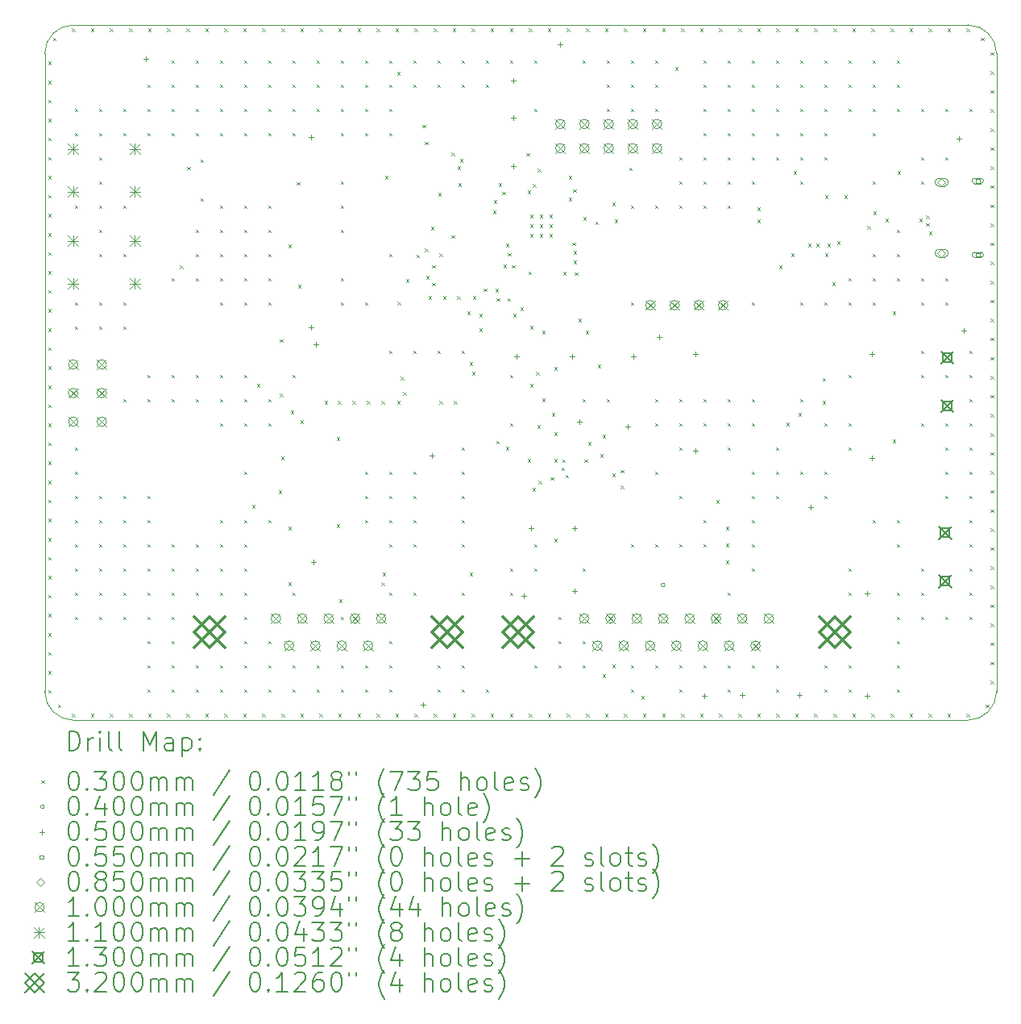
<source format=gbr>
%TF.GenerationSoftware,KiCad,Pcbnew,7.0.9*%
%TF.CreationDate,2023-12-02T16:20:18-07:00*%
%TF.ProjectId,Fuel_Cell_Controller_Prototype,4675656c-5f43-4656-9c6c-5f436f6e7472,V1.0*%
%TF.SameCoordinates,Original*%
%TF.FileFunction,Drillmap*%
%TF.FilePolarity,Positive*%
%FSLAX45Y45*%
G04 Gerber Fmt 4.5, Leading zero omitted, Abs format (unit mm)*
G04 Created by KiCad (PCBNEW 7.0.9) date 2023-12-02 16:20:18*
%MOMM*%
%LPD*%
G01*
G04 APERTURE LIST*
%ADD10C,0.100000*%
%ADD11C,0.200000*%
%ADD12C,0.110000*%
%ADD13C,0.130000*%
%ADD14C,0.320000*%
G04 APERTURE END LIST*
D10*
X19900000Y-6600000D02*
G75*
G03*
X19600000Y-6300000I-300000J0D01*
G01*
X9900000Y-13300000D02*
G75*
G03*
X10200000Y-13600000I300000J0D01*
G01*
X9900000Y-13300000D02*
X9900000Y-6600000D01*
X10200000Y-6300000D02*
X19600000Y-6300000D01*
X19900000Y-6600000D02*
X19900000Y-13300000D01*
X10200000Y-6300000D02*
G75*
G03*
X9900000Y-6600000I0J-300000D01*
G01*
X19600000Y-13600000D02*
G75*
G03*
X19900000Y-13300000I0J300000D01*
G01*
X19600000Y-13600000D02*
X10200000Y-13600000D01*
D11*
D10*
X9935000Y-6685000D02*
X9965000Y-6715000D01*
X9965000Y-6685000D02*
X9935000Y-6715000D01*
X9935000Y-6885000D02*
X9965000Y-6915000D01*
X9965000Y-6885000D02*
X9935000Y-6915000D01*
X9935000Y-7085000D02*
X9965000Y-7115000D01*
X9965000Y-7085000D02*
X9935000Y-7115000D01*
X9935000Y-7285000D02*
X9965000Y-7315000D01*
X9965000Y-7285000D02*
X9935000Y-7315000D01*
X9935000Y-7485000D02*
X9965000Y-7515000D01*
X9965000Y-7485000D02*
X9935000Y-7515000D01*
X9935000Y-7685000D02*
X9965000Y-7715000D01*
X9965000Y-7685000D02*
X9935000Y-7715000D01*
X9935000Y-7885000D02*
X9965000Y-7915000D01*
X9965000Y-7885000D02*
X9935000Y-7915000D01*
X9935000Y-8085000D02*
X9965000Y-8115000D01*
X9965000Y-8085000D02*
X9935000Y-8115000D01*
X9935000Y-8285000D02*
X9965000Y-8315000D01*
X9965000Y-8285000D02*
X9935000Y-8315000D01*
X9935000Y-8485000D02*
X9965000Y-8515000D01*
X9965000Y-8485000D02*
X9935000Y-8515000D01*
X9935000Y-8685000D02*
X9965000Y-8715000D01*
X9965000Y-8685000D02*
X9935000Y-8715000D01*
X9935000Y-8885000D02*
X9965000Y-8915000D01*
X9965000Y-8885000D02*
X9935000Y-8915000D01*
X9935000Y-9085000D02*
X9965000Y-9115000D01*
X9965000Y-9085000D02*
X9935000Y-9115000D01*
X9935000Y-9285000D02*
X9965000Y-9315000D01*
X9965000Y-9285000D02*
X9935000Y-9315000D01*
X9935000Y-9485000D02*
X9965000Y-9515000D01*
X9965000Y-9485000D02*
X9935000Y-9515000D01*
X9935000Y-9685000D02*
X9965000Y-9715000D01*
X9965000Y-9685000D02*
X9935000Y-9715000D01*
X9935000Y-9885000D02*
X9965000Y-9915000D01*
X9965000Y-9885000D02*
X9935000Y-9915000D01*
X9935000Y-10085000D02*
X9965000Y-10115000D01*
X9965000Y-10085000D02*
X9935000Y-10115000D01*
X9935000Y-10285000D02*
X9965000Y-10315000D01*
X9965000Y-10285000D02*
X9935000Y-10315000D01*
X9935000Y-10485000D02*
X9965000Y-10515000D01*
X9965000Y-10485000D02*
X9935000Y-10515000D01*
X9935000Y-10685000D02*
X9965000Y-10715000D01*
X9965000Y-10685000D02*
X9935000Y-10715000D01*
X9935000Y-10885000D02*
X9965000Y-10915000D01*
X9965000Y-10885000D02*
X9935000Y-10915000D01*
X9935000Y-11085000D02*
X9965000Y-11115000D01*
X9965000Y-11085000D02*
X9935000Y-11115000D01*
X9935000Y-11285000D02*
X9965000Y-11315000D01*
X9965000Y-11285000D02*
X9935000Y-11315000D01*
X9935000Y-11485000D02*
X9965000Y-11515000D01*
X9965000Y-11485000D02*
X9935000Y-11515000D01*
X9935000Y-11685000D02*
X9965000Y-11715000D01*
X9965000Y-11685000D02*
X9935000Y-11715000D01*
X9935000Y-11885000D02*
X9965000Y-11915000D01*
X9965000Y-11885000D02*
X9935000Y-11915000D01*
X9935000Y-12085000D02*
X9965000Y-12115000D01*
X9965000Y-12085000D02*
X9935000Y-12115000D01*
X9935000Y-12285000D02*
X9965000Y-12315000D01*
X9965000Y-12285000D02*
X9935000Y-12315000D01*
X9935000Y-12485000D02*
X9965000Y-12515000D01*
X9965000Y-12485000D02*
X9935000Y-12515000D01*
X9935000Y-12685000D02*
X9965000Y-12715000D01*
X9965000Y-12685000D02*
X9935000Y-12715000D01*
X9935000Y-12885000D02*
X9965000Y-12915000D01*
X9965000Y-12885000D02*
X9935000Y-12915000D01*
X9935000Y-13085000D02*
X9965000Y-13115000D01*
X9965000Y-13085000D02*
X9935000Y-13115000D01*
X9935000Y-13285000D02*
X9965000Y-13315000D01*
X9965000Y-13285000D02*
X9935000Y-13315000D01*
X9985000Y-6435000D02*
X10015000Y-6465000D01*
X10015000Y-6435000D02*
X9985000Y-6465000D01*
X10035000Y-13435000D02*
X10065000Y-13465000D01*
X10065000Y-13435000D02*
X10035000Y-13465000D01*
X10185000Y-6335000D02*
X10215000Y-6365000D01*
X10215000Y-6335000D02*
X10185000Y-6365000D01*
X10185000Y-13535000D02*
X10215000Y-13565000D01*
X10215000Y-13535000D02*
X10185000Y-13565000D01*
X10213398Y-7177410D02*
X10243398Y-7207410D01*
X10243398Y-7177410D02*
X10213398Y-7207410D01*
X10213398Y-7431410D02*
X10243398Y-7461410D01*
X10243398Y-7431410D02*
X10213398Y-7461410D01*
X10213398Y-8193410D02*
X10243398Y-8223410D01*
X10243398Y-8193410D02*
X10213398Y-8223410D01*
X10213398Y-9209410D02*
X10243398Y-9239410D01*
X10243398Y-9209410D02*
X10213398Y-9239410D01*
X10213398Y-9463410D02*
X10243398Y-9493410D01*
X10243398Y-9463410D02*
X10213398Y-9493410D01*
X10213398Y-10733410D02*
X10243398Y-10763410D01*
X10243398Y-10733410D02*
X10213398Y-10763410D01*
X10213398Y-10987410D02*
X10243398Y-11017410D01*
X10243398Y-10987410D02*
X10213398Y-11017410D01*
X10213398Y-11241410D02*
X10243398Y-11271410D01*
X10243398Y-11241410D02*
X10213398Y-11271410D01*
X10213398Y-11495410D02*
X10243398Y-11525410D01*
X10243398Y-11495410D02*
X10213398Y-11525410D01*
X10213398Y-11749410D02*
X10243398Y-11779410D01*
X10243398Y-11749410D02*
X10213398Y-11779410D01*
X10213398Y-12003410D02*
X10243398Y-12033410D01*
X10243398Y-12003410D02*
X10213398Y-12033410D01*
X10213398Y-12257410D02*
X10243398Y-12287410D01*
X10243398Y-12257410D02*
X10213398Y-12287410D01*
X10213398Y-12511410D02*
X10243398Y-12541410D01*
X10243398Y-12511410D02*
X10213398Y-12541410D01*
X10385000Y-6335000D02*
X10415000Y-6365000D01*
X10415000Y-6335000D02*
X10385000Y-6365000D01*
X10385000Y-13535000D02*
X10415000Y-13565000D01*
X10415000Y-13535000D02*
X10385000Y-13565000D01*
X10467398Y-7177410D02*
X10497398Y-7207410D01*
X10497398Y-7177410D02*
X10467398Y-7207410D01*
X10467398Y-7431410D02*
X10497398Y-7461410D01*
X10497398Y-7431410D02*
X10467398Y-7461410D01*
X10467398Y-7685410D02*
X10497398Y-7715410D01*
X10497398Y-7685410D02*
X10467398Y-7715410D01*
X10467398Y-7939410D02*
X10497398Y-7969410D01*
X10497398Y-7939410D02*
X10467398Y-7969410D01*
X10467398Y-8193410D02*
X10497398Y-8223410D01*
X10497398Y-8193410D02*
X10467398Y-8223410D01*
X10467398Y-8447410D02*
X10497398Y-8477410D01*
X10497398Y-8447410D02*
X10467398Y-8477410D01*
X10467398Y-8701410D02*
X10497398Y-8731410D01*
X10497398Y-8701410D02*
X10467398Y-8731410D01*
X10467398Y-9209410D02*
X10497398Y-9239410D01*
X10497398Y-9209410D02*
X10467398Y-9239410D01*
X10467398Y-9463410D02*
X10497398Y-9493410D01*
X10497398Y-9463410D02*
X10467398Y-9493410D01*
X10467398Y-11241410D02*
X10497398Y-11271410D01*
X10497398Y-11241410D02*
X10467398Y-11271410D01*
X10467398Y-11495410D02*
X10497398Y-11525410D01*
X10497398Y-11495410D02*
X10467398Y-11525410D01*
X10467398Y-11749410D02*
X10497398Y-11779410D01*
X10497398Y-11749410D02*
X10467398Y-11779410D01*
X10467398Y-12003410D02*
X10497398Y-12033410D01*
X10497398Y-12003410D02*
X10467398Y-12033410D01*
X10467398Y-12257410D02*
X10497398Y-12287410D01*
X10497398Y-12257410D02*
X10467398Y-12287410D01*
X10467398Y-12511410D02*
X10497398Y-12541410D01*
X10497398Y-12511410D02*
X10467398Y-12541410D01*
X10585000Y-6335000D02*
X10615000Y-6365000D01*
X10615000Y-6335000D02*
X10585000Y-6365000D01*
X10585000Y-13535000D02*
X10615000Y-13565000D01*
X10615000Y-13535000D02*
X10585000Y-13565000D01*
X10721398Y-7177410D02*
X10751398Y-7207410D01*
X10751398Y-7177410D02*
X10721398Y-7207410D01*
X10721398Y-7431410D02*
X10751398Y-7461410D01*
X10751398Y-7431410D02*
X10721398Y-7461410D01*
X10721398Y-8193410D02*
X10751398Y-8223410D01*
X10751398Y-8193410D02*
X10721398Y-8223410D01*
X10721398Y-8701410D02*
X10751398Y-8731410D01*
X10751398Y-8701410D02*
X10721398Y-8731410D01*
X10721398Y-9209410D02*
X10751398Y-9239410D01*
X10751398Y-9209410D02*
X10721398Y-9239410D01*
X10721398Y-9463410D02*
X10751398Y-9493410D01*
X10751398Y-9463410D02*
X10721398Y-9493410D01*
X10721398Y-10225410D02*
X10751398Y-10255410D01*
X10751398Y-10225410D02*
X10721398Y-10255410D01*
X10721398Y-11241410D02*
X10751398Y-11271410D01*
X10751398Y-11241410D02*
X10721398Y-11271410D01*
X10721398Y-11495410D02*
X10751398Y-11525410D01*
X10751398Y-11495410D02*
X10721398Y-11525410D01*
X10721398Y-11749410D02*
X10751398Y-11779410D01*
X10751398Y-11749410D02*
X10721398Y-11779410D01*
X10721398Y-12003410D02*
X10751398Y-12033410D01*
X10751398Y-12003410D02*
X10721398Y-12033410D01*
X10721398Y-12257410D02*
X10751398Y-12287410D01*
X10751398Y-12257410D02*
X10721398Y-12287410D01*
X10721398Y-12511410D02*
X10751398Y-12541410D01*
X10751398Y-12511410D02*
X10721398Y-12541410D01*
X10785000Y-6335000D02*
X10815000Y-6365000D01*
X10815000Y-6335000D02*
X10785000Y-6365000D01*
X10785000Y-13535000D02*
X10815000Y-13565000D01*
X10815000Y-13535000D02*
X10785000Y-13565000D01*
X10975398Y-6923410D02*
X11005398Y-6953410D01*
X11005398Y-6923410D02*
X10975398Y-6953410D01*
X10975398Y-7177410D02*
X11005398Y-7207410D01*
X11005398Y-7177410D02*
X10975398Y-7207410D01*
X10975398Y-7431410D02*
X11005398Y-7461410D01*
X11005398Y-7431410D02*
X10975398Y-7461410D01*
X10975398Y-9971410D02*
X11005398Y-10001410D01*
X11005398Y-9971410D02*
X10975398Y-10001410D01*
X10975398Y-10225410D02*
X11005398Y-10255410D01*
X11005398Y-10225410D02*
X10975398Y-10255410D01*
X10975398Y-11241410D02*
X11005398Y-11271410D01*
X11005398Y-11241410D02*
X10975398Y-11271410D01*
X10975398Y-11495410D02*
X11005398Y-11525410D01*
X11005398Y-11495410D02*
X10975398Y-11525410D01*
X10975398Y-11749410D02*
X11005398Y-11779410D01*
X11005398Y-11749410D02*
X10975398Y-11779410D01*
X10975398Y-12003410D02*
X11005398Y-12033410D01*
X11005398Y-12003410D02*
X10975398Y-12033410D01*
X10975398Y-12257410D02*
X11005398Y-12287410D01*
X11005398Y-12257410D02*
X10975398Y-12287410D01*
X10975398Y-12511410D02*
X11005398Y-12541410D01*
X11005398Y-12511410D02*
X10975398Y-12541410D01*
X10975398Y-12765410D02*
X11005398Y-12795410D01*
X11005398Y-12765410D02*
X10975398Y-12795410D01*
X10975398Y-13019410D02*
X11005398Y-13049410D01*
X11005398Y-13019410D02*
X10975398Y-13049410D01*
X10975398Y-13273410D02*
X11005398Y-13303410D01*
X11005398Y-13273410D02*
X10975398Y-13303410D01*
X10985000Y-6335000D02*
X11015000Y-6365000D01*
X11015000Y-6335000D02*
X10985000Y-6365000D01*
X10985000Y-13535000D02*
X11015000Y-13565000D01*
X11015000Y-13535000D02*
X10985000Y-13565000D01*
X11185000Y-6335000D02*
X11215000Y-6365000D01*
X11215000Y-6335000D02*
X11185000Y-6365000D01*
X11185000Y-13535000D02*
X11215000Y-13565000D01*
X11215000Y-13535000D02*
X11185000Y-13565000D01*
X11229398Y-6669410D02*
X11259398Y-6699410D01*
X11259398Y-6669410D02*
X11229398Y-6699410D01*
X11229398Y-6923410D02*
X11259398Y-6953410D01*
X11259398Y-6923410D02*
X11229398Y-6953410D01*
X11229398Y-7177410D02*
X11259398Y-7207410D01*
X11259398Y-7177410D02*
X11229398Y-7207410D01*
X11229398Y-7431410D02*
X11259398Y-7461410D01*
X11259398Y-7431410D02*
X11229398Y-7461410D01*
X11229398Y-8955410D02*
X11259398Y-8985410D01*
X11259398Y-8955410D02*
X11229398Y-8985410D01*
X11229398Y-9971410D02*
X11259398Y-10001410D01*
X11259398Y-9971410D02*
X11229398Y-10001410D01*
X11229398Y-10225410D02*
X11259398Y-10255410D01*
X11259398Y-10225410D02*
X11229398Y-10255410D01*
X11229398Y-11749410D02*
X11259398Y-11779410D01*
X11259398Y-11749410D02*
X11229398Y-11779410D01*
X11229398Y-12003410D02*
X11259398Y-12033410D01*
X11259398Y-12003410D02*
X11229398Y-12033410D01*
X11229398Y-12257410D02*
X11259398Y-12287410D01*
X11259398Y-12257410D02*
X11229398Y-12287410D01*
X11229398Y-12511410D02*
X11259398Y-12541410D01*
X11259398Y-12511410D02*
X11229398Y-12541410D01*
X11229398Y-12765410D02*
X11259398Y-12795410D01*
X11259398Y-12765410D02*
X11229398Y-12795410D01*
X11229398Y-13019410D02*
X11259398Y-13049410D01*
X11259398Y-13019410D02*
X11229398Y-13049410D01*
X11229398Y-13273410D02*
X11259398Y-13303410D01*
X11259398Y-13273410D02*
X11229398Y-13303410D01*
X11320200Y-8827600D02*
X11350200Y-8857600D01*
X11350200Y-8827600D02*
X11320200Y-8857600D01*
X11385000Y-6335000D02*
X11415000Y-6365000D01*
X11415000Y-6335000D02*
X11385000Y-6365000D01*
X11385000Y-13535000D02*
X11415000Y-13565000D01*
X11415000Y-13535000D02*
X11385000Y-13565000D01*
X11396400Y-7786600D02*
X11426400Y-7816600D01*
X11426400Y-7786600D02*
X11396400Y-7816600D01*
X11483398Y-6669410D02*
X11513398Y-6699410D01*
X11513398Y-6669410D02*
X11483398Y-6699410D01*
X11483398Y-6923410D02*
X11513398Y-6953410D01*
X11513398Y-6923410D02*
X11483398Y-6953410D01*
X11483398Y-7177410D02*
X11513398Y-7207410D01*
X11513398Y-7177410D02*
X11483398Y-7207410D01*
X11483398Y-7431410D02*
X11513398Y-7461410D01*
X11513398Y-7431410D02*
X11483398Y-7461410D01*
X11483398Y-8447410D02*
X11513398Y-8477410D01*
X11513398Y-8447410D02*
X11483398Y-8477410D01*
X11483398Y-8701410D02*
X11513398Y-8731410D01*
X11513398Y-8701410D02*
X11483398Y-8731410D01*
X11483398Y-8955410D02*
X11513398Y-8985410D01*
X11513398Y-8955410D02*
X11483398Y-8985410D01*
X11483398Y-9971410D02*
X11513398Y-10001410D01*
X11513398Y-9971410D02*
X11483398Y-10001410D01*
X11483398Y-10225410D02*
X11513398Y-10255410D01*
X11513398Y-10225410D02*
X11483398Y-10255410D01*
X11483398Y-11749410D02*
X11513398Y-11779410D01*
X11513398Y-11749410D02*
X11483398Y-11779410D01*
X11483398Y-12003410D02*
X11513398Y-12033410D01*
X11513398Y-12003410D02*
X11483398Y-12033410D01*
X11483398Y-12257410D02*
X11513398Y-12287410D01*
X11513398Y-12257410D02*
X11483398Y-12287410D01*
X11483398Y-13019410D02*
X11513398Y-13049410D01*
X11513398Y-13019410D02*
X11483398Y-13049410D01*
X11483398Y-13273410D02*
X11513398Y-13303410D01*
X11513398Y-13273410D02*
X11483398Y-13303410D01*
X11536100Y-7710400D02*
X11566100Y-7740400D01*
X11566100Y-7710400D02*
X11536100Y-7740400D01*
X11536100Y-8116800D02*
X11566100Y-8146800D01*
X11566100Y-8116800D02*
X11536100Y-8146800D01*
X11585000Y-6335000D02*
X11615000Y-6365000D01*
X11615000Y-6335000D02*
X11585000Y-6365000D01*
X11585000Y-13535000D02*
X11615000Y-13565000D01*
X11615000Y-13535000D02*
X11585000Y-13565000D01*
X11737398Y-6669410D02*
X11767398Y-6699410D01*
X11767398Y-6669410D02*
X11737398Y-6699410D01*
X11737398Y-6923410D02*
X11767398Y-6953410D01*
X11767398Y-6923410D02*
X11737398Y-6953410D01*
X11737398Y-7177410D02*
X11767398Y-7207410D01*
X11767398Y-7177410D02*
X11737398Y-7207410D01*
X11737398Y-7431410D02*
X11767398Y-7461410D01*
X11767398Y-7431410D02*
X11737398Y-7461410D01*
X11737398Y-8193410D02*
X11767398Y-8223410D01*
X11767398Y-8193410D02*
X11737398Y-8223410D01*
X11737398Y-8447410D02*
X11767398Y-8477410D01*
X11767398Y-8447410D02*
X11737398Y-8477410D01*
X11737398Y-8701410D02*
X11767398Y-8731410D01*
X11767398Y-8701410D02*
X11737398Y-8731410D01*
X11737398Y-8955410D02*
X11767398Y-8985410D01*
X11767398Y-8955410D02*
X11737398Y-8985410D01*
X11737398Y-9209410D02*
X11767398Y-9239410D01*
X11767398Y-9209410D02*
X11737398Y-9239410D01*
X11737398Y-9971410D02*
X11767398Y-10001410D01*
X11767398Y-9971410D02*
X11737398Y-10001410D01*
X11737398Y-10225410D02*
X11767398Y-10255410D01*
X11767398Y-10225410D02*
X11737398Y-10255410D01*
X11737398Y-10479410D02*
X11767398Y-10509410D01*
X11767398Y-10479410D02*
X11737398Y-10509410D01*
X11737398Y-11495410D02*
X11767398Y-11525410D01*
X11767398Y-11495410D02*
X11737398Y-11525410D01*
X11737398Y-11749410D02*
X11767398Y-11779410D01*
X11767398Y-11749410D02*
X11737398Y-11779410D01*
X11737398Y-12003410D02*
X11767398Y-12033410D01*
X11767398Y-12003410D02*
X11737398Y-12033410D01*
X11737398Y-12257410D02*
X11767398Y-12287410D01*
X11767398Y-12257410D02*
X11737398Y-12287410D01*
X11737398Y-13019410D02*
X11767398Y-13049410D01*
X11767398Y-13019410D02*
X11737398Y-13049410D01*
X11737398Y-13273410D02*
X11767398Y-13303410D01*
X11767398Y-13273410D02*
X11737398Y-13303410D01*
X11785000Y-6335000D02*
X11815000Y-6365000D01*
X11815000Y-6335000D02*
X11785000Y-6365000D01*
X11785000Y-13535000D02*
X11815000Y-13565000D01*
X11815000Y-13535000D02*
X11785000Y-13565000D01*
X11985000Y-6335000D02*
X12015000Y-6365000D01*
X12015000Y-6335000D02*
X11985000Y-6365000D01*
X11985000Y-13535000D02*
X12015000Y-13565000D01*
X12015000Y-13535000D02*
X11985000Y-13565000D01*
X11991398Y-6669410D02*
X12021398Y-6699410D01*
X12021398Y-6669410D02*
X11991398Y-6699410D01*
X11991398Y-6923410D02*
X12021398Y-6953410D01*
X12021398Y-6923410D02*
X11991398Y-6953410D01*
X11991398Y-7177410D02*
X12021398Y-7207410D01*
X12021398Y-7177410D02*
X11991398Y-7207410D01*
X11991398Y-7431410D02*
X12021398Y-7461410D01*
X12021398Y-7431410D02*
X11991398Y-7461410D01*
X11991398Y-8193410D02*
X12021398Y-8223410D01*
X12021398Y-8193410D02*
X11991398Y-8223410D01*
X11991398Y-8447410D02*
X12021398Y-8477410D01*
X12021398Y-8447410D02*
X11991398Y-8477410D01*
X11991398Y-8701410D02*
X12021398Y-8731410D01*
X12021398Y-8701410D02*
X11991398Y-8731410D01*
X11991398Y-8955410D02*
X12021398Y-8985410D01*
X12021398Y-8955410D02*
X11991398Y-8985410D01*
X11991398Y-9209410D02*
X12021398Y-9239410D01*
X12021398Y-9209410D02*
X11991398Y-9239410D01*
X11991398Y-9971410D02*
X12021398Y-10001410D01*
X12021398Y-9971410D02*
X11991398Y-10001410D01*
X11991398Y-10225410D02*
X12021398Y-10255410D01*
X12021398Y-10225410D02*
X11991398Y-10255410D01*
X11991398Y-10479410D02*
X12021398Y-10509410D01*
X12021398Y-10479410D02*
X11991398Y-10509410D01*
X11991398Y-10987410D02*
X12021398Y-11017410D01*
X12021398Y-10987410D02*
X11991398Y-11017410D01*
X11991398Y-11495410D02*
X12021398Y-11525410D01*
X12021398Y-11495410D02*
X11991398Y-11525410D01*
X11991398Y-11749410D02*
X12021398Y-11779410D01*
X12021398Y-11749410D02*
X11991398Y-11779410D01*
X11991398Y-12003410D02*
X12021398Y-12033410D01*
X12021398Y-12003410D02*
X11991398Y-12033410D01*
X11991398Y-12257410D02*
X12021398Y-12287410D01*
X12021398Y-12257410D02*
X11991398Y-12287410D01*
X11991398Y-12511410D02*
X12021398Y-12541410D01*
X12021398Y-12511410D02*
X11991398Y-12541410D01*
X11991398Y-12765410D02*
X12021398Y-12795410D01*
X12021398Y-12765410D02*
X11991398Y-12795410D01*
X11991398Y-13019410D02*
X12021398Y-13049410D01*
X12021398Y-13019410D02*
X11991398Y-13049410D01*
X11991398Y-13273410D02*
X12021398Y-13303410D01*
X12021398Y-13273410D02*
X11991398Y-13303410D01*
X12075400Y-11338800D02*
X12105400Y-11368800D01*
X12105400Y-11338800D02*
X12075400Y-11368800D01*
X12126200Y-10068800D02*
X12156200Y-10098800D01*
X12156200Y-10068800D02*
X12126200Y-10098800D01*
X12185000Y-6335000D02*
X12215000Y-6365000D01*
X12215000Y-6335000D02*
X12185000Y-6365000D01*
X12185000Y-13535000D02*
X12215000Y-13565000D01*
X12215000Y-13535000D02*
X12185000Y-13565000D01*
X12245398Y-6669410D02*
X12275398Y-6699410D01*
X12275398Y-6669410D02*
X12245398Y-6699410D01*
X12245398Y-6923410D02*
X12275398Y-6953410D01*
X12275398Y-6923410D02*
X12245398Y-6953410D01*
X12245398Y-7177410D02*
X12275398Y-7207410D01*
X12275398Y-7177410D02*
X12245398Y-7207410D01*
X12245398Y-7431410D02*
X12275398Y-7461410D01*
X12275398Y-7431410D02*
X12245398Y-7461410D01*
X12245398Y-8193410D02*
X12275398Y-8223410D01*
X12275398Y-8193410D02*
X12245398Y-8223410D01*
X12245398Y-8447410D02*
X12275398Y-8477410D01*
X12275398Y-8447410D02*
X12245398Y-8477410D01*
X12245398Y-8701410D02*
X12275398Y-8731410D01*
X12275398Y-8701410D02*
X12245398Y-8731410D01*
X12245398Y-8955410D02*
X12275398Y-8985410D01*
X12275398Y-8955410D02*
X12245398Y-8985410D01*
X12245398Y-9209410D02*
X12275398Y-9239410D01*
X12275398Y-9209410D02*
X12245398Y-9239410D01*
X12245398Y-10225410D02*
X12275398Y-10255410D01*
X12275398Y-10225410D02*
X12245398Y-10255410D01*
X12245398Y-10479410D02*
X12275398Y-10509410D01*
X12275398Y-10479410D02*
X12245398Y-10509410D01*
X12245398Y-11495410D02*
X12275398Y-11525410D01*
X12275398Y-11495410D02*
X12245398Y-11525410D01*
X12245398Y-12765410D02*
X12275398Y-12795410D01*
X12275398Y-12765410D02*
X12245398Y-12795410D01*
X12245398Y-13019410D02*
X12275398Y-13049410D01*
X12275398Y-13019410D02*
X12245398Y-13049410D01*
X12245398Y-13273410D02*
X12275398Y-13303410D01*
X12275398Y-13273410D02*
X12245398Y-13303410D01*
X12354800Y-11186400D02*
X12384800Y-11216400D01*
X12384800Y-11186400D02*
X12354800Y-11216400D01*
X12367500Y-9598900D02*
X12397500Y-9628900D01*
X12397500Y-9598900D02*
X12367500Y-9628900D01*
X12367500Y-10170400D02*
X12397500Y-10200400D01*
X12397500Y-10170400D02*
X12367500Y-10200400D01*
X12380200Y-10830800D02*
X12410200Y-10860800D01*
X12410200Y-10830800D02*
X12380200Y-10860800D01*
X12385000Y-6335000D02*
X12415000Y-6365000D01*
X12415000Y-6335000D02*
X12385000Y-6365000D01*
X12385000Y-13535000D02*
X12415000Y-13565000D01*
X12415000Y-13535000D02*
X12385000Y-13565000D01*
X12456400Y-8603640D02*
X12486400Y-8633640D01*
X12486400Y-8603640D02*
X12456400Y-8633640D01*
X12456400Y-11567400D02*
X12486400Y-11597400D01*
X12486400Y-11567400D02*
X12456400Y-11597400D01*
X12456400Y-12151600D02*
X12486400Y-12181600D01*
X12486400Y-12151600D02*
X12456400Y-12181600D01*
X12481800Y-10348200D02*
X12511800Y-10378200D01*
X12511800Y-10348200D02*
X12481800Y-10378200D01*
X12499398Y-6669410D02*
X12529398Y-6699410D01*
X12529398Y-6669410D02*
X12499398Y-6699410D01*
X12499398Y-6923410D02*
X12529398Y-6953410D01*
X12529398Y-6923410D02*
X12499398Y-6953410D01*
X12499398Y-7177410D02*
X12529398Y-7207410D01*
X12529398Y-7177410D02*
X12499398Y-7207410D01*
X12499398Y-7431410D02*
X12529398Y-7461410D01*
X12529398Y-7431410D02*
X12499398Y-7461410D01*
X12499398Y-9971410D02*
X12529398Y-10001410D01*
X12529398Y-9971410D02*
X12499398Y-10001410D01*
X12499398Y-12257410D02*
X12529398Y-12287410D01*
X12529398Y-12257410D02*
X12499398Y-12287410D01*
X12499398Y-13019410D02*
X12529398Y-13049410D01*
X12529398Y-13019410D02*
X12499398Y-13049410D01*
X12499398Y-13273410D02*
X12529398Y-13303410D01*
X12529398Y-13273410D02*
X12499398Y-13303410D01*
X12545300Y-7947900D02*
X12575300Y-7977900D01*
X12575300Y-7947900D02*
X12545300Y-7977900D01*
X12558000Y-9027400D02*
X12588000Y-9057400D01*
X12588000Y-9027400D02*
X12558000Y-9057400D01*
X12583400Y-10449800D02*
X12613400Y-10479800D01*
X12613400Y-10449800D02*
X12583400Y-10479800D01*
X12585000Y-6335000D02*
X12615000Y-6365000D01*
X12615000Y-6335000D02*
X12585000Y-6365000D01*
X12585000Y-13535000D02*
X12615000Y-13565000D01*
X12615000Y-13535000D02*
X12585000Y-13565000D01*
X12753398Y-6669410D02*
X12783398Y-6699410D01*
X12783398Y-6669410D02*
X12753398Y-6699410D01*
X12753398Y-6923410D02*
X12783398Y-6953410D01*
X12783398Y-6923410D02*
X12753398Y-6953410D01*
X12753398Y-7177410D02*
X12783398Y-7207410D01*
X12783398Y-7177410D02*
X12753398Y-7207410D01*
X12753398Y-13019410D02*
X12783398Y-13049410D01*
X12783398Y-13019410D02*
X12753398Y-13049410D01*
X12753398Y-13273410D02*
X12783398Y-13303410D01*
X12783398Y-13273410D02*
X12753398Y-13303410D01*
X12785000Y-6335000D02*
X12815000Y-6365000D01*
X12815000Y-6335000D02*
X12785000Y-6365000D01*
X12785000Y-13535000D02*
X12815000Y-13565000D01*
X12815000Y-13535000D02*
X12785000Y-13565000D01*
X12837400Y-10246600D02*
X12867400Y-10276600D01*
X12867400Y-10246600D02*
X12837400Y-10276600D01*
X12964400Y-10627600D02*
X12994400Y-10657600D01*
X12994400Y-10627600D02*
X12964400Y-10657600D01*
X12964400Y-11542000D02*
X12994400Y-11572000D01*
X12994400Y-11542000D02*
X12964400Y-11572000D01*
X12977100Y-10246600D02*
X13007100Y-10276600D01*
X13007100Y-10246600D02*
X12977100Y-10276600D01*
X12985000Y-6335000D02*
X13015000Y-6365000D01*
X13015000Y-6335000D02*
X12985000Y-6365000D01*
X12985000Y-13535000D02*
X13015000Y-13565000D01*
X13015000Y-13535000D02*
X12985000Y-13565000D01*
X12989800Y-12329400D02*
X13019800Y-12359400D01*
X13019800Y-12329400D02*
X12989800Y-12359400D01*
X13007398Y-6669410D02*
X13037398Y-6699410D01*
X13037398Y-6669410D02*
X13007398Y-6699410D01*
X13007398Y-6923410D02*
X13037398Y-6953410D01*
X13037398Y-6923410D02*
X13007398Y-6953410D01*
X13007398Y-7177410D02*
X13037398Y-7207410D01*
X13037398Y-7177410D02*
X13007398Y-7207410D01*
X13007398Y-7431410D02*
X13037398Y-7461410D01*
X13037398Y-7431410D02*
X13007398Y-7461410D01*
X13007398Y-7939410D02*
X13037398Y-7969410D01*
X13037398Y-7939410D02*
X13007398Y-7969410D01*
X13007398Y-8193410D02*
X13037398Y-8223410D01*
X13037398Y-8193410D02*
X13007398Y-8223410D01*
X13007398Y-8447410D02*
X13037398Y-8477410D01*
X13037398Y-8447410D02*
X13007398Y-8477410D01*
X13007398Y-8955410D02*
X13037398Y-8985410D01*
X13037398Y-8955410D02*
X13007398Y-8985410D01*
X13007398Y-9209410D02*
X13037398Y-9239410D01*
X13037398Y-9209410D02*
X13007398Y-9239410D01*
X13007398Y-12511410D02*
X13037398Y-12541410D01*
X13037398Y-12511410D02*
X13007398Y-12541410D01*
X13007398Y-13019410D02*
X13037398Y-13049410D01*
X13037398Y-13019410D02*
X13007398Y-13049410D01*
X13007398Y-13273410D02*
X13037398Y-13303410D01*
X13037398Y-13273410D02*
X13007398Y-13303410D01*
X13129500Y-10246600D02*
X13159500Y-10276600D01*
X13159500Y-10246600D02*
X13129500Y-10276600D01*
X13185000Y-6335000D02*
X13215000Y-6365000D01*
X13215000Y-6335000D02*
X13185000Y-6365000D01*
X13185000Y-13535000D02*
X13215000Y-13565000D01*
X13215000Y-13535000D02*
X13185000Y-13565000D01*
X13261398Y-6669410D02*
X13291398Y-6699410D01*
X13291398Y-6669410D02*
X13261398Y-6699410D01*
X13261398Y-6923410D02*
X13291398Y-6953410D01*
X13291398Y-6923410D02*
X13261398Y-6953410D01*
X13261398Y-7177410D02*
X13291398Y-7207410D01*
X13291398Y-7177410D02*
X13261398Y-7207410D01*
X13261398Y-7431410D02*
X13291398Y-7461410D01*
X13291398Y-7431410D02*
X13261398Y-7461410D01*
X13261398Y-9209410D02*
X13291398Y-9239410D01*
X13291398Y-9209410D02*
X13261398Y-9239410D01*
X13261398Y-10987410D02*
X13291398Y-11017410D01*
X13291398Y-10987410D02*
X13261398Y-11017410D01*
X13261398Y-11241410D02*
X13291398Y-11271410D01*
X13291398Y-11241410D02*
X13261398Y-11271410D01*
X13261398Y-11495410D02*
X13291398Y-11525410D01*
X13291398Y-11495410D02*
X13261398Y-11525410D01*
X13261398Y-13019410D02*
X13291398Y-13049410D01*
X13291398Y-13019410D02*
X13261398Y-13049410D01*
X13261398Y-13273410D02*
X13291398Y-13303410D01*
X13291398Y-13273410D02*
X13261398Y-13303410D01*
X13281900Y-10246600D02*
X13311900Y-10276600D01*
X13311900Y-10246600D02*
X13281900Y-10276600D01*
X13385000Y-6335000D02*
X13415000Y-6365000D01*
X13415000Y-6335000D02*
X13385000Y-6365000D01*
X13385000Y-13535000D02*
X13415000Y-13565000D01*
X13415000Y-13535000D02*
X13385000Y-13565000D01*
X13434300Y-10246600D02*
X13464300Y-10276600D01*
X13464300Y-10246600D02*
X13434300Y-10276600D01*
X13434300Y-12151600D02*
X13464300Y-12181600D01*
X13464300Y-12151600D02*
X13434300Y-12181600D01*
X13447000Y-12050000D02*
X13477000Y-12080000D01*
X13477000Y-12050000D02*
X13447000Y-12080000D01*
X13472400Y-7884400D02*
X13502400Y-7914400D01*
X13502400Y-7884400D02*
X13472400Y-7914400D01*
X13515398Y-6669410D02*
X13545398Y-6699410D01*
X13545398Y-6669410D02*
X13515398Y-6699410D01*
X13515398Y-6923410D02*
X13545398Y-6953410D01*
X13545398Y-6923410D02*
X13515398Y-6953410D01*
X13515398Y-7177410D02*
X13545398Y-7207410D01*
X13545398Y-7177410D02*
X13515398Y-7207410D01*
X13515398Y-7431410D02*
X13545398Y-7461410D01*
X13545398Y-7431410D02*
X13515398Y-7461410D01*
X13515398Y-8701410D02*
X13545398Y-8731410D01*
X13545398Y-8701410D02*
X13515398Y-8731410D01*
X13515398Y-9717410D02*
X13545398Y-9747410D01*
X13545398Y-9717410D02*
X13515398Y-9747410D01*
X13515398Y-10987410D02*
X13545398Y-11017410D01*
X13545398Y-10987410D02*
X13515398Y-11017410D01*
X13515398Y-11241410D02*
X13545398Y-11271410D01*
X13545398Y-11241410D02*
X13515398Y-11271410D01*
X13515398Y-11495410D02*
X13545398Y-11525410D01*
X13545398Y-11495410D02*
X13515398Y-11525410D01*
X13515398Y-11749410D02*
X13545398Y-11779410D01*
X13545398Y-11749410D02*
X13515398Y-11779410D01*
X13515398Y-12257410D02*
X13545398Y-12287410D01*
X13545398Y-12257410D02*
X13515398Y-12287410D01*
X13515398Y-12765410D02*
X13545398Y-12795410D01*
X13545398Y-12765410D02*
X13515398Y-12795410D01*
X13515398Y-13019410D02*
X13545398Y-13049410D01*
X13545398Y-13019410D02*
X13515398Y-13049410D01*
X13515398Y-13273410D02*
X13545398Y-13303410D01*
X13545398Y-13273410D02*
X13515398Y-13303410D01*
X13585000Y-6335000D02*
X13615000Y-6365000D01*
X13615000Y-6335000D02*
X13585000Y-6365000D01*
X13585000Y-13535000D02*
X13615000Y-13565000D01*
X13615000Y-13535000D02*
X13585000Y-13565000D01*
X13599400Y-6792200D02*
X13629400Y-6822200D01*
X13629400Y-6792200D02*
X13599400Y-6822200D01*
X13599400Y-10246600D02*
X13629400Y-10276600D01*
X13629400Y-10246600D02*
X13599400Y-10276600D01*
X13607020Y-9205200D02*
X13637020Y-9235200D01*
X13637020Y-9205200D02*
X13607020Y-9235200D01*
X13639800Y-9991750D02*
X13669800Y-10021750D01*
X13669800Y-9991750D02*
X13639800Y-10021750D01*
X13665200Y-10153300D02*
X13695200Y-10183300D01*
X13695200Y-10153300D02*
X13665200Y-10183300D01*
X13695920Y-8971520D02*
X13725920Y-9001520D01*
X13725920Y-8971520D02*
X13695920Y-9001520D01*
X13769398Y-6669410D02*
X13799398Y-6699410D01*
X13799398Y-6669410D02*
X13769398Y-6699410D01*
X13769398Y-6923410D02*
X13799398Y-6953410D01*
X13799398Y-6923410D02*
X13769398Y-6953410D01*
X13769398Y-9717410D02*
X13799398Y-9747410D01*
X13799398Y-9717410D02*
X13769398Y-9747410D01*
X13769398Y-10987410D02*
X13799398Y-11017410D01*
X13799398Y-10987410D02*
X13769398Y-11017410D01*
X13769398Y-11241410D02*
X13799398Y-11271410D01*
X13799398Y-11241410D02*
X13769398Y-11271410D01*
X13769398Y-11495410D02*
X13799398Y-11525410D01*
X13799398Y-11495410D02*
X13769398Y-11525410D01*
X13769398Y-11749410D02*
X13799398Y-11779410D01*
X13799398Y-11749410D02*
X13769398Y-11779410D01*
X13769398Y-12257410D02*
X13799398Y-12287410D01*
X13799398Y-12257410D02*
X13769398Y-12287410D01*
X13785000Y-6335000D02*
X13815000Y-6365000D01*
X13815000Y-6335000D02*
X13785000Y-6365000D01*
X13785000Y-13535000D02*
X13815000Y-13565000D01*
X13815000Y-13535000D02*
X13785000Y-13565000D01*
X13802600Y-8709900D02*
X13832600Y-8739900D01*
X13832600Y-8709900D02*
X13802600Y-8739900D01*
X13868400Y-7348400D02*
X13898400Y-7378400D01*
X13898400Y-7348400D02*
X13868400Y-7378400D01*
X13891500Y-8646400D02*
X13921500Y-8676400D01*
X13921500Y-8646400D02*
X13891500Y-8676400D01*
X13893800Y-7526200D02*
X13923800Y-7556200D01*
X13923800Y-7526200D02*
X13893800Y-7556200D01*
X13906740Y-8935960D02*
X13936740Y-8965960D01*
X13936740Y-8935960D02*
X13906740Y-8965960D01*
X13929600Y-9149320D02*
X13959600Y-9179320D01*
X13959600Y-9149320D02*
X13929600Y-9179320D01*
X13955000Y-8417800D02*
X13985000Y-8447800D01*
X13985000Y-8417800D02*
X13955000Y-8447800D01*
X13967700Y-9008690D02*
X13997700Y-9038690D01*
X13997700Y-9008690D02*
X13967700Y-9038690D01*
X13970240Y-8821660D02*
X14000240Y-8851660D01*
X14000240Y-8821660D02*
X13970240Y-8851660D01*
X13985000Y-6335000D02*
X14015000Y-6365000D01*
X14015000Y-6335000D02*
X13985000Y-6365000D01*
X13985000Y-13535000D02*
X14015000Y-13565000D01*
X14015000Y-13535000D02*
X13985000Y-13565000D01*
X14023398Y-6669410D02*
X14053398Y-6699410D01*
X14053398Y-6669410D02*
X14023398Y-6699410D01*
X14023398Y-6923410D02*
X14053398Y-6953410D01*
X14053398Y-6923410D02*
X14023398Y-6953410D01*
X14023398Y-9717410D02*
X14053398Y-9747410D01*
X14053398Y-9717410D02*
X14023398Y-9747410D01*
X14023398Y-13019410D02*
X14053398Y-13049410D01*
X14053398Y-13019410D02*
X14023398Y-13049410D01*
X14023398Y-13273410D02*
X14053398Y-13303410D01*
X14053398Y-13273410D02*
X14023398Y-13303410D01*
X14031200Y-8062200D02*
X14061200Y-8092200D01*
X14061200Y-8062200D02*
X14031200Y-8092200D01*
X14043900Y-8697200D02*
X14073900Y-8727200D01*
X14073900Y-8697200D02*
X14043900Y-8727200D01*
X14043900Y-10246600D02*
X14073900Y-10276600D01*
X14073900Y-10246600D02*
X14043900Y-10276600D01*
X14082000Y-9149320D02*
X14112000Y-9179320D01*
X14112000Y-9149320D02*
X14082000Y-9179320D01*
X14170900Y-8506700D02*
X14200900Y-8536700D01*
X14200900Y-8506700D02*
X14170900Y-8536700D01*
X14173440Y-7638020D02*
X14203440Y-7668020D01*
X14203440Y-7638020D02*
X14173440Y-7668020D01*
X14185000Y-6335000D02*
X14215000Y-6365000D01*
X14215000Y-6335000D02*
X14185000Y-6365000D01*
X14185000Y-13535000D02*
X14215000Y-13565000D01*
X14215000Y-13535000D02*
X14185000Y-13565000D01*
X14196300Y-10246600D02*
X14226300Y-10276600D01*
X14226300Y-10246600D02*
X14196300Y-10276600D01*
X14231860Y-9149320D02*
X14261860Y-9179320D01*
X14261860Y-9149320D02*
X14231860Y-9179320D01*
X14234400Y-7782800D02*
X14264400Y-7812800D01*
X14264400Y-7782800D02*
X14234400Y-7812800D01*
X14244560Y-7960600D02*
X14274560Y-7990600D01*
X14274560Y-7960600D02*
X14244560Y-7990600D01*
X14259800Y-7706600D02*
X14289800Y-7736600D01*
X14289800Y-7706600D02*
X14259800Y-7736600D01*
X14277398Y-6669410D02*
X14307398Y-6699410D01*
X14307398Y-6669410D02*
X14277398Y-6699410D01*
X14277398Y-6923410D02*
X14307398Y-6953410D01*
X14307398Y-6923410D02*
X14277398Y-6953410D01*
X14277398Y-9717410D02*
X14307398Y-9747410D01*
X14307398Y-9717410D02*
X14277398Y-9747410D01*
X14277398Y-10733410D02*
X14307398Y-10763410D01*
X14307398Y-10733410D02*
X14277398Y-10763410D01*
X14277398Y-10987410D02*
X14307398Y-11017410D01*
X14307398Y-10987410D02*
X14277398Y-11017410D01*
X14277398Y-11241410D02*
X14307398Y-11271410D01*
X14307398Y-11241410D02*
X14277398Y-11271410D01*
X14277398Y-11495410D02*
X14307398Y-11525410D01*
X14307398Y-11495410D02*
X14277398Y-11525410D01*
X14277398Y-11749410D02*
X14307398Y-11779410D01*
X14307398Y-11749410D02*
X14277398Y-11779410D01*
X14277398Y-12257410D02*
X14307398Y-12287410D01*
X14307398Y-12257410D02*
X14277398Y-12287410D01*
X14277398Y-13019410D02*
X14307398Y-13049410D01*
X14307398Y-13019410D02*
X14277398Y-13049410D01*
X14277398Y-13273410D02*
X14307398Y-13303410D01*
X14307398Y-13273410D02*
X14277398Y-13303410D01*
X14336000Y-9306800D02*
X14366000Y-9336800D01*
X14366000Y-9306800D02*
X14336000Y-9336800D01*
X14361400Y-9840200D02*
X14391400Y-9870200D01*
X14391400Y-9840200D02*
X14361400Y-9870200D01*
X14361400Y-12050000D02*
X14391400Y-12080000D01*
X14391400Y-12050000D02*
X14361400Y-12080000D01*
X14385000Y-6335000D02*
X14415000Y-6365000D01*
X14415000Y-6335000D02*
X14385000Y-6365000D01*
X14385000Y-13535000D02*
X14415000Y-13565000D01*
X14415000Y-13535000D02*
X14385000Y-13565000D01*
X14386800Y-9941800D02*
X14416800Y-9971800D01*
X14416800Y-9941800D02*
X14386800Y-9971800D01*
X14396960Y-9149320D02*
X14426960Y-9179320D01*
X14426960Y-9149320D02*
X14396960Y-9179320D01*
X14463000Y-9332200D02*
X14493000Y-9362200D01*
X14493000Y-9332200D02*
X14463000Y-9362200D01*
X14463000Y-9484600D02*
X14493000Y-9514600D01*
X14493000Y-9484600D02*
X14463000Y-9514600D01*
X14511260Y-9065500D02*
X14541260Y-9095500D01*
X14541260Y-9065500D02*
X14511260Y-9095500D01*
X14531398Y-6669410D02*
X14561398Y-6699410D01*
X14561398Y-6669410D02*
X14531398Y-6699410D01*
X14531398Y-6923410D02*
X14561398Y-6953410D01*
X14561398Y-6923410D02*
X14531398Y-6953410D01*
X14531398Y-13273410D02*
X14561398Y-13303410D01*
X14561398Y-13273410D02*
X14531398Y-13303410D01*
X14585000Y-6335000D02*
X14615000Y-6365000D01*
X14615000Y-6335000D02*
X14585000Y-6365000D01*
X14585000Y-13535000D02*
X14615000Y-13565000D01*
X14615000Y-13535000D02*
X14585000Y-13565000D01*
X14609517Y-8251765D02*
X14639517Y-8281765D01*
X14639517Y-8251765D02*
X14609517Y-8281765D01*
X14615400Y-8138400D02*
X14645400Y-8168400D01*
X14645400Y-8138400D02*
X14615400Y-8168400D01*
X14633180Y-9070580D02*
X14663180Y-9100580D01*
X14663180Y-9070580D02*
X14633180Y-9100580D01*
X14640800Y-10665700D02*
X14670800Y-10695700D01*
X14670800Y-10665700D02*
X14640800Y-10695700D01*
X14644950Y-9169640D02*
X14674950Y-9199640D01*
X14674950Y-9169640D02*
X14644950Y-9199640D01*
X14666200Y-7960600D02*
X14696200Y-7990600D01*
X14696200Y-7960600D02*
X14666200Y-7990600D01*
X14704300Y-8049500D02*
X14734300Y-8079500D01*
X14734300Y-8049500D02*
X14704300Y-8079500D01*
X14719540Y-8819120D02*
X14749540Y-8849120D01*
X14749540Y-8819120D02*
X14719540Y-8849120D01*
X14742400Y-8595600D02*
X14772400Y-8625600D01*
X14772400Y-8595600D02*
X14742400Y-8625600D01*
X14742400Y-10729200D02*
X14772400Y-10759200D01*
X14772400Y-10729200D02*
X14742400Y-10759200D01*
X14760180Y-9169640D02*
X14790180Y-9199640D01*
X14790180Y-9169640D02*
X14760180Y-9199640D01*
X14763234Y-8694146D02*
X14793234Y-8724146D01*
X14793234Y-8694146D02*
X14763234Y-8724146D01*
X14785000Y-6335000D02*
X14815000Y-6365000D01*
X14815000Y-6335000D02*
X14785000Y-6365000D01*
X14785000Y-13535000D02*
X14815000Y-13565000D01*
X14815000Y-13535000D02*
X14785000Y-13565000D01*
X14785398Y-6669410D02*
X14815398Y-6699410D01*
X14815398Y-6669410D02*
X14785398Y-6699410D01*
X14785398Y-9971410D02*
X14815398Y-10001410D01*
X14815398Y-9971410D02*
X14785398Y-10001410D01*
X14785398Y-10479410D02*
X14815398Y-10509410D01*
X14815398Y-10479410D02*
X14785398Y-10509410D01*
X14785398Y-12003410D02*
X14815398Y-12033410D01*
X14815398Y-12003410D02*
X14785398Y-12033410D01*
X14785398Y-12257410D02*
X14815398Y-12287410D01*
X14815398Y-12257410D02*
X14785398Y-12287410D01*
X14805900Y-8821660D02*
X14835900Y-8851660D01*
X14835900Y-8821660D02*
X14805900Y-8851660D01*
X14818600Y-9332200D02*
X14848600Y-9362200D01*
X14848600Y-9332200D02*
X14818600Y-9362200D01*
X14894800Y-9265150D02*
X14924800Y-9295150D01*
X14924800Y-9265150D02*
X14894800Y-9295150D01*
X14958300Y-7643100D02*
X14988300Y-7673100D01*
X14988300Y-7643100D02*
X14958300Y-7673100D01*
X14971000Y-8036800D02*
X15001000Y-8066800D01*
X15001000Y-8036800D02*
X14971000Y-8066800D01*
X14971000Y-10856200D02*
X15001000Y-10886200D01*
X15001000Y-10856200D02*
X14971000Y-10886200D01*
X14983186Y-8887186D02*
X15013186Y-8917186D01*
X15013186Y-8887186D02*
X14983186Y-8917186D01*
X14985000Y-6335000D02*
X15015000Y-6365000D01*
X15015000Y-6335000D02*
X14985000Y-6365000D01*
X14985000Y-13535000D02*
X15015000Y-13565000D01*
X15015000Y-13535000D02*
X14985000Y-13565000D01*
X14996400Y-8290800D02*
X15026400Y-8320800D01*
X15026400Y-8290800D02*
X14996400Y-8320800D01*
X14996400Y-8392400D02*
X15026400Y-8422400D01*
X15026400Y-8392400D02*
X14996400Y-8422400D01*
X14996400Y-8494000D02*
X15026400Y-8524000D01*
X15026400Y-8494000D02*
X14996400Y-8524000D01*
X14996400Y-9459200D02*
X15026400Y-9489200D01*
X15026400Y-9459200D02*
X14996400Y-9489200D01*
X14996400Y-10068800D02*
X15026400Y-10098800D01*
X15026400Y-10068800D02*
X14996400Y-10098800D01*
X15021800Y-11161000D02*
X15051800Y-11191000D01*
X15051800Y-11161000D02*
X15021800Y-11191000D01*
X15027219Y-7968548D02*
X15057219Y-7998548D01*
X15057219Y-7968548D02*
X15027219Y-7998548D01*
X15039398Y-6669410D02*
X15069398Y-6699410D01*
X15069398Y-6669410D02*
X15039398Y-6699410D01*
X15039398Y-7177410D02*
X15069398Y-7207410D01*
X15069398Y-7177410D02*
X15039398Y-7207410D01*
X15039398Y-11749410D02*
X15069398Y-11779410D01*
X15069398Y-11749410D02*
X15039398Y-11779410D01*
X15039398Y-12003410D02*
X15069398Y-12033410D01*
X15069398Y-12003410D02*
X15039398Y-12033410D01*
X15039398Y-13019410D02*
X15069398Y-13049410D01*
X15069398Y-13019410D02*
X15039398Y-13049410D01*
X15059900Y-9941800D02*
X15089900Y-9971800D01*
X15089900Y-9941800D02*
X15059900Y-9971800D01*
X15072600Y-10500600D02*
X15102600Y-10530600D01*
X15102600Y-10500600D02*
X15072600Y-10530600D01*
X15080220Y-7810740D02*
X15110220Y-7840740D01*
X15110220Y-7810740D02*
X15080220Y-7840740D01*
X15085300Y-11084800D02*
X15115300Y-11114800D01*
X15115300Y-11084800D02*
X15085300Y-11114800D01*
X15098000Y-8290800D02*
X15128000Y-8320800D01*
X15128000Y-8290800D02*
X15098000Y-8320800D01*
X15098000Y-8392400D02*
X15128000Y-8422400D01*
X15128000Y-8392400D02*
X15098000Y-8422400D01*
X15098000Y-8494000D02*
X15128000Y-8524000D01*
X15128000Y-8494000D02*
X15098000Y-8524000D01*
X15123400Y-9510000D02*
X15153400Y-9540000D01*
X15153400Y-9510000D02*
X15123400Y-9540000D01*
X15123400Y-10221200D02*
X15153400Y-10251200D01*
X15153400Y-10221200D02*
X15123400Y-10251200D01*
X15185000Y-6335000D02*
X15215000Y-6365000D01*
X15215000Y-6335000D02*
X15185000Y-6365000D01*
X15185000Y-13535000D02*
X15215000Y-13565000D01*
X15215000Y-13535000D02*
X15185000Y-13565000D01*
X15199600Y-8290800D02*
X15229600Y-8320800D01*
X15229600Y-8290800D02*
X15199600Y-8320800D01*
X15199600Y-8392400D02*
X15229600Y-8422400D01*
X15229600Y-8392400D02*
X15199600Y-8422400D01*
X15199600Y-8494000D02*
X15229600Y-8524000D01*
X15229600Y-8494000D02*
X15199600Y-8524000D01*
X15212300Y-11046700D02*
X15242300Y-11076700D01*
X15242300Y-11046700D02*
X15212300Y-11076700D01*
X15225000Y-10373600D02*
X15255000Y-10403600D01*
X15255000Y-10373600D02*
X15225000Y-10403600D01*
X15250400Y-9891000D02*
X15280400Y-9921000D01*
X15280400Y-9891000D02*
X15250400Y-9921000D01*
X15250400Y-10576800D02*
X15280400Y-10606800D01*
X15280400Y-10576800D02*
X15250400Y-10606800D01*
X15250400Y-10856200D02*
X15280400Y-10886200D01*
X15280400Y-10856200D02*
X15250400Y-10886200D01*
X15250400Y-11694400D02*
X15280400Y-11724400D01*
X15280400Y-11694400D02*
X15250400Y-11724400D01*
X15293398Y-12511410D02*
X15323398Y-12541410D01*
X15323398Y-12511410D02*
X15293398Y-12541410D01*
X15293398Y-12765410D02*
X15323398Y-12795410D01*
X15323398Y-12765410D02*
X15293398Y-12795410D01*
X15293398Y-13019410D02*
X15323398Y-13049410D01*
X15323398Y-13019410D02*
X15293398Y-13049410D01*
X15326529Y-10946350D02*
X15356529Y-10976350D01*
X15356529Y-10946350D02*
X15326529Y-10976350D01*
X15338247Y-10860350D02*
X15368247Y-10890350D01*
X15368247Y-10860350D02*
X15338247Y-10890350D01*
X15346920Y-8895320D02*
X15376920Y-8925320D01*
X15376920Y-8895320D02*
X15346920Y-8925320D01*
X15370900Y-11021300D02*
X15400900Y-11051300D01*
X15400900Y-11021300D02*
X15370900Y-11051300D01*
X15385000Y-6335000D02*
X15415000Y-6365000D01*
X15415000Y-6335000D02*
X15385000Y-6365000D01*
X15385000Y-13535000D02*
X15415000Y-13565000D01*
X15415000Y-13535000D02*
X15385000Y-13565000D01*
X15402800Y-7884400D02*
X15432800Y-7914400D01*
X15432800Y-7884400D02*
X15402800Y-7914400D01*
X15402800Y-8113000D02*
X15432800Y-8143000D01*
X15432800Y-8113000D02*
X15402800Y-8143000D01*
X15440900Y-8582900D02*
X15470900Y-8612900D01*
X15470900Y-8582900D02*
X15440900Y-8612900D01*
X15451060Y-8026640D02*
X15481060Y-8056640D01*
X15481060Y-8026640D02*
X15451060Y-8056640D01*
X15453600Y-8671800D02*
X15483600Y-8701800D01*
X15483600Y-8671800D02*
X15453600Y-8701800D01*
X15453600Y-8773400D02*
X15483600Y-8803400D01*
X15483600Y-8773400D02*
X15453600Y-8803400D01*
X15468840Y-8897860D02*
X15498840Y-8927860D01*
X15498840Y-8897860D02*
X15468840Y-8927860D01*
X15504400Y-9383000D02*
X15534400Y-9413000D01*
X15534400Y-9383000D02*
X15504400Y-9413000D01*
X15547398Y-6669410D02*
X15577398Y-6699410D01*
X15577398Y-6669410D02*
X15547398Y-6699410D01*
X15547398Y-10225410D02*
X15577398Y-10255410D01*
X15577398Y-10225410D02*
X15547398Y-10255410D01*
X15547398Y-12003410D02*
X15577398Y-12033410D01*
X15577398Y-12003410D02*
X15547398Y-12033410D01*
X15547398Y-12765410D02*
X15577398Y-12795410D01*
X15577398Y-12765410D02*
X15547398Y-12795410D01*
X15547398Y-13019410D02*
X15577398Y-13049410D01*
X15577398Y-13019410D02*
X15547398Y-13049410D01*
X15555200Y-8316200D02*
X15585200Y-8346200D01*
X15585200Y-8316200D02*
X15555200Y-8346200D01*
X15567900Y-10860350D02*
X15597900Y-10890350D01*
X15597900Y-10860350D02*
X15567900Y-10890350D01*
X15580600Y-9510000D02*
X15610600Y-9540000D01*
X15610600Y-9510000D02*
X15580600Y-9540000D01*
X15585000Y-6335000D02*
X15615000Y-6365000D01*
X15615000Y-6335000D02*
X15585000Y-6365000D01*
X15585000Y-13535000D02*
X15615000Y-13565000D01*
X15615000Y-13535000D02*
X15585000Y-13565000D01*
X15606000Y-10678400D02*
X15636000Y-10708400D01*
X15636000Y-10678400D02*
X15606000Y-10708400D01*
X15682200Y-8362450D02*
X15712200Y-8392450D01*
X15712200Y-8362450D02*
X15682200Y-8392450D01*
X15707600Y-9865600D02*
X15737600Y-9895600D01*
X15737600Y-9865600D02*
X15707600Y-9895600D01*
X15733000Y-10805400D02*
X15763000Y-10835400D01*
X15763000Y-10805400D02*
X15733000Y-10835400D01*
X15758400Y-10602200D02*
X15788400Y-10632200D01*
X15788400Y-10602200D02*
X15758400Y-10632200D01*
X15758400Y-13116800D02*
X15788400Y-13146800D01*
X15788400Y-13116800D02*
X15758400Y-13146800D01*
X15785000Y-6335000D02*
X15815000Y-6365000D01*
X15815000Y-6335000D02*
X15785000Y-6365000D01*
X15785000Y-13535000D02*
X15815000Y-13565000D01*
X15815000Y-13535000D02*
X15785000Y-13565000D01*
X15801398Y-6669410D02*
X15831398Y-6699410D01*
X15831398Y-6669410D02*
X15801398Y-6699410D01*
X15801398Y-6923410D02*
X15831398Y-6953410D01*
X15831398Y-6923410D02*
X15801398Y-6953410D01*
X15801398Y-7177410D02*
X15831398Y-7207410D01*
X15831398Y-7177410D02*
X15801398Y-7207410D01*
X15801398Y-10225410D02*
X15831398Y-10255410D01*
X15831398Y-10225410D02*
X15801398Y-10255410D01*
X15860000Y-8163800D02*
X15890000Y-8193800D01*
X15890000Y-8163800D02*
X15860000Y-8193800D01*
X15860000Y-11008600D02*
X15890000Y-11038600D01*
X15890000Y-11008600D02*
X15860000Y-11038600D01*
X15860000Y-13015200D02*
X15890000Y-13045200D01*
X15890000Y-13015200D02*
X15860000Y-13045200D01*
X15885400Y-8341600D02*
X15915400Y-8371600D01*
X15915400Y-8341600D02*
X15885400Y-8371600D01*
X15948900Y-10970500D02*
X15978900Y-11000500D01*
X15978900Y-10970500D02*
X15948900Y-11000500D01*
X15948900Y-11135600D02*
X15978900Y-11165600D01*
X15978900Y-11135600D02*
X15948900Y-11165600D01*
X15985000Y-6335000D02*
X16015000Y-6365000D01*
X16015000Y-6335000D02*
X15985000Y-6365000D01*
X15985000Y-13535000D02*
X16015000Y-13565000D01*
X16015000Y-13535000D02*
X15985000Y-13565000D01*
X16037800Y-7795500D02*
X16067800Y-7825500D01*
X16067800Y-7795500D02*
X16037800Y-7825500D01*
X16055398Y-6669410D02*
X16085398Y-6699410D01*
X16085398Y-6669410D02*
X16055398Y-6699410D01*
X16055398Y-6923410D02*
X16085398Y-6953410D01*
X16085398Y-6923410D02*
X16055398Y-6953410D01*
X16055398Y-7177410D02*
X16085398Y-7207410D01*
X16085398Y-7177410D02*
X16055398Y-7207410D01*
X16055398Y-8193410D02*
X16085398Y-8223410D01*
X16085398Y-8193410D02*
X16055398Y-8223410D01*
X16055398Y-9209410D02*
X16085398Y-9239410D01*
X16085398Y-9209410D02*
X16055398Y-9239410D01*
X16055398Y-11749410D02*
X16085398Y-11779410D01*
X16085398Y-11749410D02*
X16055398Y-11779410D01*
X16055398Y-13019410D02*
X16085398Y-13049410D01*
X16085398Y-13019410D02*
X16055398Y-13049410D01*
X16055398Y-13273410D02*
X16085398Y-13303410D01*
X16085398Y-13273410D02*
X16055398Y-13303410D01*
X16164800Y-13345400D02*
X16194800Y-13375400D01*
X16194800Y-13345400D02*
X16164800Y-13375400D01*
X16185000Y-6335000D02*
X16215000Y-6365000D01*
X16215000Y-6335000D02*
X16185000Y-6365000D01*
X16185000Y-13535000D02*
X16215000Y-13565000D01*
X16215000Y-13535000D02*
X16185000Y-13565000D01*
X16309398Y-6669410D02*
X16339398Y-6699410D01*
X16339398Y-6669410D02*
X16309398Y-6699410D01*
X16309398Y-6923410D02*
X16339398Y-6953410D01*
X16339398Y-6923410D02*
X16309398Y-6953410D01*
X16309398Y-7177410D02*
X16339398Y-7207410D01*
X16339398Y-7177410D02*
X16309398Y-7207410D01*
X16309398Y-8193410D02*
X16339398Y-8223410D01*
X16339398Y-8193410D02*
X16309398Y-8223410D01*
X16309398Y-10225410D02*
X16339398Y-10255410D01*
X16339398Y-10225410D02*
X16309398Y-10255410D01*
X16309398Y-10479410D02*
X16339398Y-10509410D01*
X16339398Y-10479410D02*
X16309398Y-10509410D01*
X16309398Y-10987410D02*
X16339398Y-11017410D01*
X16339398Y-10987410D02*
X16309398Y-11017410D01*
X16309398Y-11749410D02*
X16339398Y-11779410D01*
X16339398Y-11749410D02*
X16309398Y-11779410D01*
X16309398Y-13019410D02*
X16339398Y-13049410D01*
X16339398Y-13019410D02*
X16309398Y-13049410D01*
X16385000Y-6335000D02*
X16415000Y-6365000D01*
X16415000Y-6335000D02*
X16385000Y-6365000D01*
X16385000Y-13535000D02*
X16415000Y-13565000D01*
X16415000Y-13535000D02*
X16385000Y-13565000D01*
X16520400Y-6741400D02*
X16550400Y-6771400D01*
X16550400Y-6741400D02*
X16520400Y-6771400D01*
X16563398Y-7685410D02*
X16593398Y-7715410D01*
X16593398Y-7685410D02*
X16563398Y-7715410D01*
X16563398Y-7939410D02*
X16593398Y-7969410D01*
X16593398Y-7939410D02*
X16563398Y-7969410D01*
X16563398Y-8193410D02*
X16593398Y-8223410D01*
X16593398Y-8193410D02*
X16563398Y-8223410D01*
X16563398Y-10225410D02*
X16593398Y-10255410D01*
X16593398Y-10225410D02*
X16563398Y-10255410D01*
X16563398Y-10479410D02*
X16593398Y-10509410D01*
X16593398Y-10479410D02*
X16563398Y-10509410D01*
X16563398Y-10733410D02*
X16593398Y-10763410D01*
X16593398Y-10733410D02*
X16563398Y-10763410D01*
X16563398Y-11241410D02*
X16593398Y-11271410D01*
X16593398Y-11241410D02*
X16563398Y-11271410D01*
X16563398Y-11749410D02*
X16593398Y-11779410D01*
X16593398Y-11749410D02*
X16563398Y-11779410D01*
X16563398Y-13019410D02*
X16593398Y-13049410D01*
X16593398Y-13019410D02*
X16563398Y-13049410D01*
X16563398Y-13273410D02*
X16593398Y-13303410D01*
X16593398Y-13273410D02*
X16563398Y-13303410D01*
X16585000Y-6335000D02*
X16615000Y-6365000D01*
X16615000Y-6335000D02*
X16585000Y-6365000D01*
X16585000Y-13535000D02*
X16615000Y-13565000D01*
X16615000Y-13535000D02*
X16585000Y-13565000D01*
X16785000Y-6335000D02*
X16815000Y-6365000D01*
X16815000Y-6335000D02*
X16785000Y-6365000D01*
X16785000Y-13535000D02*
X16815000Y-13565000D01*
X16815000Y-13535000D02*
X16785000Y-13565000D01*
X16817398Y-6669410D02*
X16847398Y-6699410D01*
X16847398Y-6669410D02*
X16817398Y-6699410D01*
X16817398Y-6923410D02*
X16847398Y-6953410D01*
X16847398Y-6923410D02*
X16817398Y-6953410D01*
X16817398Y-7177410D02*
X16847398Y-7207410D01*
X16847398Y-7177410D02*
X16817398Y-7207410D01*
X16817398Y-7431410D02*
X16847398Y-7461410D01*
X16847398Y-7431410D02*
X16817398Y-7461410D01*
X16817398Y-7685410D02*
X16847398Y-7715410D01*
X16847398Y-7685410D02*
X16817398Y-7715410D01*
X16817398Y-7939410D02*
X16847398Y-7969410D01*
X16847398Y-7939410D02*
X16817398Y-7969410D01*
X16817398Y-8193410D02*
X16847398Y-8223410D01*
X16847398Y-8193410D02*
X16817398Y-8223410D01*
X16817398Y-10225410D02*
X16847398Y-10255410D01*
X16847398Y-10225410D02*
X16817398Y-10255410D01*
X16817398Y-10479410D02*
X16847398Y-10509410D01*
X16847398Y-10479410D02*
X16817398Y-10509410D01*
X16817398Y-11495410D02*
X16847398Y-11525410D01*
X16847398Y-11495410D02*
X16817398Y-11525410D01*
X16817398Y-11749410D02*
X16847398Y-11779410D01*
X16847398Y-11749410D02*
X16817398Y-11779410D01*
X16817398Y-13019410D02*
X16847398Y-13049410D01*
X16847398Y-13019410D02*
X16817398Y-13049410D01*
X16952200Y-11288000D02*
X16982200Y-11318000D01*
X16982200Y-11288000D02*
X16952200Y-11318000D01*
X16985000Y-6335000D02*
X17015000Y-6365000D01*
X17015000Y-6335000D02*
X16985000Y-6365000D01*
X16985000Y-13535000D02*
X17015000Y-13565000D01*
X17015000Y-13535000D02*
X16985000Y-13565000D01*
X17053800Y-11567400D02*
X17083800Y-11597400D01*
X17083800Y-11567400D02*
X17053800Y-11597400D01*
X17053800Y-11745200D02*
X17083800Y-11775200D01*
X17083800Y-11745200D02*
X17053800Y-11775200D01*
X17053800Y-11923000D02*
X17083800Y-11953000D01*
X17083800Y-11923000D02*
X17053800Y-11953000D01*
X17071398Y-6669410D02*
X17101398Y-6699410D01*
X17101398Y-6669410D02*
X17071398Y-6699410D01*
X17071398Y-6923410D02*
X17101398Y-6953410D01*
X17101398Y-6923410D02*
X17071398Y-6953410D01*
X17071398Y-7177410D02*
X17101398Y-7207410D01*
X17101398Y-7177410D02*
X17071398Y-7207410D01*
X17071398Y-7431410D02*
X17101398Y-7461410D01*
X17101398Y-7431410D02*
X17071398Y-7461410D01*
X17071398Y-7685410D02*
X17101398Y-7715410D01*
X17101398Y-7685410D02*
X17071398Y-7715410D01*
X17071398Y-7939410D02*
X17101398Y-7969410D01*
X17101398Y-7939410D02*
X17071398Y-7969410D01*
X17071398Y-8193410D02*
X17101398Y-8223410D01*
X17101398Y-8193410D02*
X17071398Y-8223410D01*
X17071398Y-10225410D02*
X17101398Y-10255410D01*
X17101398Y-10225410D02*
X17071398Y-10255410D01*
X17071398Y-10479410D02*
X17101398Y-10509410D01*
X17101398Y-10479410D02*
X17071398Y-10509410D01*
X17071398Y-10733410D02*
X17101398Y-10763410D01*
X17101398Y-10733410D02*
X17071398Y-10763410D01*
X17071398Y-12257410D02*
X17101398Y-12287410D01*
X17101398Y-12257410D02*
X17071398Y-12287410D01*
X17071398Y-13019410D02*
X17101398Y-13049410D01*
X17101398Y-13019410D02*
X17071398Y-13049410D01*
X17071398Y-13273410D02*
X17101398Y-13303410D01*
X17101398Y-13273410D02*
X17071398Y-13303410D01*
X17185000Y-6335000D02*
X17215000Y-6365000D01*
X17215000Y-6335000D02*
X17185000Y-6365000D01*
X17185000Y-13535000D02*
X17215000Y-13565000D01*
X17215000Y-13535000D02*
X17185000Y-13565000D01*
X17325398Y-6669410D02*
X17355398Y-6699410D01*
X17355398Y-6669410D02*
X17325398Y-6699410D01*
X17325398Y-6923410D02*
X17355398Y-6953410D01*
X17355398Y-6923410D02*
X17325398Y-6953410D01*
X17325398Y-7177410D02*
X17355398Y-7207410D01*
X17355398Y-7177410D02*
X17325398Y-7207410D01*
X17325398Y-7431410D02*
X17355398Y-7461410D01*
X17355398Y-7431410D02*
X17325398Y-7461410D01*
X17325398Y-7685410D02*
X17355398Y-7715410D01*
X17355398Y-7685410D02*
X17325398Y-7715410D01*
X17325398Y-7939410D02*
X17355398Y-7969410D01*
X17355398Y-7939410D02*
X17325398Y-7969410D01*
X17325398Y-9209410D02*
X17355398Y-9239410D01*
X17355398Y-9209410D02*
X17325398Y-9239410D01*
X17325398Y-10225410D02*
X17355398Y-10255410D01*
X17355398Y-10225410D02*
X17325398Y-10255410D01*
X17325398Y-10479410D02*
X17355398Y-10509410D01*
X17355398Y-10479410D02*
X17325398Y-10509410D01*
X17325398Y-10987410D02*
X17355398Y-11017410D01*
X17355398Y-10987410D02*
X17325398Y-11017410D01*
X17325398Y-11241410D02*
X17355398Y-11271410D01*
X17355398Y-11241410D02*
X17325398Y-11271410D01*
X17325398Y-11495410D02*
X17355398Y-11525410D01*
X17355398Y-11495410D02*
X17325398Y-11525410D01*
X17325398Y-11749410D02*
X17355398Y-11779410D01*
X17355398Y-11749410D02*
X17325398Y-11779410D01*
X17325398Y-12003410D02*
X17355398Y-12033410D01*
X17355398Y-12003410D02*
X17325398Y-12033410D01*
X17325398Y-13019410D02*
X17355398Y-13049410D01*
X17355398Y-13019410D02*
X17325398Y-13049410D01*
X17384000Y-8214600D02*
X17414000Y-8244600D01*
X17414000Y-8214600D02*
X17384000Y-8244600D01*
X17384000Y-8341600D02*
X17414000Y-8371600D01*
X17414000Y-8341600D02*
X17384000Y-8371600D01*
X17385000Y-6335000D02*
X17415000Y-6365000D01*
X17415000Y-6335000D02*
X17385000Y-6365000D01*
X17385000Y-13535000D02*
X17415000Y-13565000D01*
X17415000Y-13535000D02*
X17385000Y-13565000D01*
X17579398Y-6669410D02*
X17609398Y-6699410D01*
X17609398Y-6669410D02*
X17579398Y-6699410D01*
X17579398Y-6923410D02*
X17609398Y-6953410D01*
X17609398Y-6923410D02*
X17579398Y-6953410D01*
X17579398Y-7177410D02*
X17609398Y-7207410D01*
X17609398Y-7177410D02*
X17579398Y-7207410D01*
X17579398Y-7431410D02*
X17609398Y-7461410D01*
X17609398Y-7431410D02*
X17579398Y-7461410D01*
X17579398Y-7685410D02*
X17609398Y-7715410D01*
X17609398Y-7685410D02*
X17579398Y-7715410D01*
X17579398Y-10733410D02*
X17609398Y-10763410D01*
X17609398Y-10733410D02*
X17579398Y-10763410D01*
X17579398Y-10987410D02*
X17609398Y-11017410D01*
X17609398Y-10987410D02*
X17579398Y-11017410D01*
X17579398Y-11241410D02*
X17609398Y-11271410D01*
X17609398Y-11241410D02*
X17579398Y-11271410D01*
X17579398Y-13019410D02*
X17609398Y-13049410D01*
X17609398Y-13019410D02*
X17579398Y-13049410D01*
X17579398Y-13273410D02*
X17609398Y-13303410D01*
X17609398Y-13273410D02*
X17579398Y-13303410D01*
X17585000Y-6335000D02*
X17615000Y-6365000D01*
X17615000Y-6335000D02*
X17585000Y-6365000D01*
X17585000Y-13535000D02*
X17615000Y-13565000D01*
X17615000Y-13535000D02*
X17585000Y-13565000D01*
X17612600Y-8824200D02*
X17642600Y-8854200D01*
X17642600Y-8824200D02*
X17612600Y-8854200D01*
X17688800Y-10475200D02*
X17718800Y-10505200D01*
X17718800Y-10475200D02*
X17688800Y-10505200D01*
X17739600Y-8697200D02*
X17769600Y-8727200D01*
X17769600Y-8697200D02*
X17739600Y-8727200D01*
X17765000Y-7833600D02*
X17795000Y-7863600D01*
X17795000Y-7833600D02*
X17765000Y-7863600D01*
X17785000Y-6335000D02*
X17815000Y-6365000D01*
X17815000Y-6335000D02*
X17785000Y-6365000D01*
X17785000Y-13535000D02*
X17815000Y-13565000D01*
X17815000Y-13535000D02*
X17785000Y-13565000D01*
X17815800Y-10373600D02*
X17845800Y-10403600D01*
X17845800Y-10373600D02*
X17815800Y-10403600D01*
X17833398Y-6669410D02*
X17863398Y-6699410D01*
X17863398Y-6669410D02*
X17833398Y-6699410D01*
X17833398Y-6923410D02*
X17863398Y-6953410D01*
X17863398Y-6923410D02*
X17833398Y-6953410D01*
X17833398Y-7177410D02*
X17863398Y-7207410D01*
X17863398Y-7177410D02*
X17833398Y-7207410D01*
X17833398Y-7431410D02*
X17863398Y-7461410D01*
X17863398Y-7431410D02*
X17833398Y-7461410D01*
X17833398Y-7685410D02*
X17863398Y-7715410D01*
X17863398Y-7685410D02*
X17833398Y-7715410D01*
X17833398Y-7939410D02*
X17863398Y-7969410D01*
X17863398Y-7939410D02*
X17833398Y-7969410D01*
X17833398Y-9209410D02*
X17863398Y-9239410D01*
X17863398Y-9209410D02*
X17833398Y-9239410D01*
X17833398Y-10225410D02*
X17863398Y-10255410D01*
X17863398Y-10225410D02*
X17833398Y-10255410D01*
X17833398Y-10987410D02*
X17863398Y-11017410D01*
X17863398Y-10987410D02*
X17833398Y-11017410D01*
X17917400Y-8595600D02*
X17947400Y-8625600D01*
X17947400Y-8595600D02*
X17917400Y-8625600D01*
X17985000Y-6335000D02*
X18015000Y-6365000D01*
X18015000Y-6335000D02*
X17985000Y-6365000D01*
X17985000Y-13535000D02*
X18015000Y-13565000D01*
X18015000Y-13535000D02*
X17985000Y-13565000D01*
X18004211Y-8597187D02*
X18034211Y-8627187D01*
X18034211Y-8597187D02*
X18004211Y-8627187D01*
X18069800Y-10005300D02*
X18099800Y-10035300D01*
X18099800Y-10005300D02*
X18069800Y-10035300D01*
X18069800Y-10246600D02*
X18099800Y-10276600D01*
X18099800Y-10246600D02*
X18069800Y-10276600D01*
X18087398Y-6669410D02*
X18117398Y-6699410D01*
X18117398Y-6669410D02*
X18087398Y-6699410D01*
X18087398Y-6923410D02*
X18117398Y-6953410D01*
X18117398Y-6923410D02*
X18087398Y-6953410D01*
X18087398Y-7177410D02*
X18117398Y-7207410D01*
X18117398Y-7177410D02*
X18087398Y-7207410D01*
X18087398Y-7431410D02*
X18117398Y-7461410D01*
X18117398Y-7431410D02*
X18087398Y-7461410D01*
X18087398Y-7685410D02*
X18117398Y-7715410D01*
X18117398Y-7685410D02*
X18087398Y-7715410D01*
X18087398Y-9209410D02*
X18117398Y-9239410D01*
X18117398Y-9209410D02*
X18087398Y-9239410D01*
X18087398Y-10479410D02*
X18117398Y-10509410D01*
X18117398Y-10479410D02*
X18087398Y-10509410D01*
X18087398Y-10987410D02*
X18117398Y-11017410D01*
X18117398Y-10987410D02*
X18087398Y-11017410D01*
X18087398Y-11241410D02*
X18117398Y-11271410D01*
X18117398Y-11241410D02*
X18087398Y-11271410D01*
X18087398Y-13019410D02*
X18117398Y-13049410D01*
X18117398Y-13019410D02*
X18087398Y-13049410D01*
X18087398Y-13273410D02*
X18117398Y-13303410D01*
X18117398Y-13273410D02*
X18087398Y-13303410D01*
X18095200Y-8087600D02*
X18125200Y-8117600D01*
X18125200Y-8087600D02*
X18095200Y-8117600D01*
X18095200Y-8697200D02*
X18125200Y-8727200D01*
X18125200Y-8697200D02*
X18095200Y-8727200D01*
X18122005Y-8595600D02*
X18152005Y-8625600D01*
X18152005Y-8595600D02*
X18122005Y-8625600D01*
X18171400Y-9002000D02*
X18201400Y-9032000D01*
X18201400Y-9002000D02*
X18171400Y-9032000D01*
X18185000Y-6335000D02*
X18215000Y-6365000D01*
X18215000Y-6335000D02*
X18185000Y-6365000D01*
X18185000Y-13535000D02*
X18215000Y-13565000D01*
X18215000Y-13535000D02*
X18185000Y-13565000D01*
X18222200Y-8570200D02*
X18252200Y-8600200D01*
X18252200Y-8570200D02*
X18222200Y-8600200D01*
X18298400Y-8087600D02*
X18328400Y-8117600D01*
X18328400Y-8087600D02*
X18298400Y-8117600D01*
X18341398Y-6669410D02*
X18371398Y-6699410D01*
X18371398Y-6669410D02*
X18341398Y-6699410D01*
X18341398Y-6923410D02*
X18371398Y-6953410D01*
X18371398Y-6923410D02*
X18341398Y-6953410D01*
X18341398Y-7177410D02*
X18371398Y-7207410D01*
X18371398Y-7177410D02*
X18341398Y-7207410D01*
X18341398Y-8955410D02*
X18371398Y-8985410D01*
X18371398Y-8955410D02*
X18341398Y-8985410D01*
X18341398Y-9209410D02*
X18371398Y-9239410D01*
X18371398Y-9209410D02*
X18341398Y-9239410D01*
X18341398Y-9971410D02*
X18371398Y-10001410D01*
X18371398Y-9971410D02*
X18341398Y-10001410D01*
X18341398Y-10479410D02*
X18371398Y-10509410D01*
X18371398Y-10479410D02*
X18341398Y-10509410D01*
X18341398Y-10733410D02*
X18371398Y-10763410D01*
X18371398Y-10733410D02*
X18341398Y-10763410D01*
X18341398Y-12003410D02*
X18371398Y-12033410D01*
X18371398Y-12003410D02*
X18341398Y-12033410D01*
X18341398Y-12257410D02*
X18371398Y-12287410D01*
X18371398Y-12257410D02*
X18341398Y-12287410D01*
X18341398Y-13019410D02*
X18371398Y-13049410D01*
X18371398Y-13019410D02*
X18341398Y-13049410D01*
X18341398Y-13273410D02*
X18371398Y-13303410D01*
X18371398Y-13273410D02*
X18341398Y-13303410D01*
X18385000Y-6335000D02*
X18415000Y-6365000D01*
X18415000Y-6335000D02*
X18385000Y-6365000D01*
X18385000Y-13535000D02*
X18415000Y-13565000D01*
X18415000Y-13535000D02*
X18385000Y-13565000D01*
X18543250Y-8411300D02*
X18573250Y-8441300D01*
X18573250Y-8411300D02*
X18543250Y-8441300D01*
X18585000Y-6335000D02*
X18615000Y-6365000D01*
X18615000Y-6335000D02*
X18585000Y-6365000D01*
X18585000Y-13535000D02*
X18615000Y-13565000D01*
X18615000Y-13535000D02*
X18585000Y-13565000D01*
X18595398Y-6669410D02*
X18625398Y-6699410D01*
X18625398Y-6669410D02*
X18595398Y-6699410D01*
X18595398Y-6923410D02*
X18625398Y-6953410D01*
X18625398Y-6923410D02*
X18595398Y-6953410D01*
X18595398Y-7177410D02*
X18625398Y-7207410D01*
X18625398Y-7177410D02*
X18595398Y-7207410D01*
X18595398Y-7431410D02*
X18625398Y-7461410D01*
X18625398Y-7431410D02*
X18595398Y-7461410D01*
X18595398Y-7939410D02*
X18625398Y-7969410D01*
X18625398Y-7939410D02*
X18595398Y-7969410D01*
X18595398Y-8701410D02*
X18625398Y-8731410D01*
X18625398Y-8701410D02*
X18595398Y-8731410D01*
X18595398Y-8955410D02*
X18625398Y-8985410D01*
X18625398Y-8955410D02*
X18595398Y-8985410D01*
X18595398Y-9209410D02*
X18625398Y-9239410D01*
X18625398Y-9209410D02*
X18595398Y-9239410D01*
X18595398Y-11495410D02*
X18625398Y-11525410D01*
X18625398Y-11495410D02*
X18595398Y-11525410D01*
X18603200Y-8258900D02*
X18633200Y-8288900D01*
X18633200Y-8258900D02*
X18603200Y-8288900D01*
X18731700Y-8335100D02*
X18761700Y-8365100D01*
X18761700Y-8335100D02*
X18731700Y-8365100D01*
X18785000Y-6335000D02*
X18815000Y-6365000D01*
X18815000Y-6335000D02*
X18785000Y-6365000D01*
X18785000Y-13535000D02*
X18815000Y-13565000D01*
X18815000Y-13535000D02*
X18785000Y-13565000D01*
X18806400Y-9306800D02*
X18836400Y-9336800D01*
X18836400Y-9306800D02*
X18806400Y-9336800D01*
X18806400Y-10653000D02*
X18836400Y-10683000D01*
X18836400Y-10653000D02*
X18806400Y-10683000D01*
X18849398Y-6669410D02*
X18879398Y-6699410D01*
X18879398Y-6669410D02*
X18849398Y-6699410D01*
X18849398Y-6923410D02*
X18879398Y-6953410D01*
X18879398Y-6923410D02*
X18849398Y-6953410D01*
X18849398Y-7177410D02*
X18879398Y-7207410D01*
X18879398Y-7177410D02*
X18849398Y-7207410D01*
X18849398Y-8447410D02*
X18879398Y-8477410D01*
X18879398Y-8447410D02*
X18849398Y-8477410D01*
X18849398Y-8701410D02*
X18879398Y-8731410D01*
X18879398Y-8701410D02*
X18849398Y-8731410D01*
X18849398Y-8955410D02*
X18879398Y-8985410D01*
X18879398Y-8955410D02*
X18849398Y-8985410D01*
X18849398Y-11495410D02*
X18879398Y-11525410D01*
X18879398Y-11495410D02*
X18849398Y-11525410D01*
X18849398Y-11749410D02*
X18879398Y-11779410D01*
X18879398Y-11749410D02*
X18849398Y-11779410D01*
X18849398Y-12257410D02*
X18879398Y-12287410D01*
X18879398Y-12257410D02*
X18849398Y-12287410D01*
X18849398Y-12511410D02*
X18879398Y-12541410D01*
X18879398Y-12511410D02*
X18849398Y-12541410D01*
X18849398Y-12765410D02*
X18879398Y-12795410D01*
X18879398Y-12765410D02*
X18849398Y-12795410D01*
X18849398Y-13019410D02*
X18879398Y-13049410D01*
X18879398Y-13019410D02*
X18849398Y-13049410D01*
X18849398Y-13273410D02*
X18879398Y-13303410D01*
X18879398Y-13273410D02*
X18849398Y-13303410D01*
X18857200Y-7833600D02*
X18887200Y-7863600D01*
X18887200Y-7833600D02*
X18857200Y-7863600D01*
X18985000Y-6335000D02*
X19015000Y-6365000D01*
X19015000Y-6335000D02*
X18985000Y-6365000D01*
X18985000Y-13535000D02*
X19015000Y-13565000D01*
X19015000Y-13535000D02*
X18985000Y-13565000D01*
X19085800Y-8335100D02*
X19115800Y-8365100D01*
X19115800Y-8335100D02*
X19085800Y-8365100D01*
X19103398Y-7177410D02*
X19133398Y-7207410D01*
X19133398Y-7177410D02*
X19103398Y-7207410D01*
X19103398Y-7685410D02*
X19133398Y-7715410D01*
X19133398Y-7685410D02*
X19103398Y-7715410D01*
X19103398Y-7939410D02*
X19133398Y-7969410D01*
X19133398Y-7939410D02*
X19103398Y-7969410D01*
X19103398Y-8955410D02*
X19133398Y-8985410D01*
X19133398Y-8955410D02*
X19103398Y-8985410D01*
X19103398Y-9209410D02*
X19133398Y-9239410D01*
X19133398Y-9209410D02*
X19103398Y-9239410D01*
X19103398Y-9717410D02*
X19133398Y-9747410D01*
X19133398Y-9717410D02*
X19103398Y-9747410D01*
X19103398Y-9971410D02*
X19133398Y-10001410D01*
X19133398Y-9971410D02*
X19103398Y-10001410D01*
X19103398Y-10479410D02*
X19133398Y-10509410D01*
X19133398Y-10479410D02*
X19103398Y-10509410D01*
X19103398Y-12003410D02*
X19133398Y-12033410D01*
X19133398Y-12003410D02*
X19103398Y-12033410D01*
X19103398Y-12257410D02*
X19133398Y-12287410D01*
X19133398Y-12257410D02*
X19103398Y-12287410D01*
X19103398Y-12511410D02*
X19133398Y-12541410D01*
X19133398Y-12511410D02*
X19103398Y-12541410D01*
X19159894Y-8302200D02*
X19189894Y-8332200D01*
X19189894Y-8302200D02*
X19159894Y-8332200D01*
X19159894Y-8382200D02*
X19189894Y-8412200D01*
X19189894Y-8382200D02*
X19159894Y-8412200D01*
X19185000Y-6335000D02*
X19215000Y-6365000D01*
X19215000Y-6335000D02*
X19185000Y-6365000D01*
X19185000Y-13535000D02*
X19215000Y-13565000D01*
X19215000Y-13535000D02*
X19185000Y-13565000D01*
X19187400Y-8468600D02*
X19217400Y-8498600D01*
X19217400Y-8468600D02*
X19187400Y-8498600D01*
X19357398Y-7177410D02*
X19387398Y-7207410D01*
X19387398Y-7177410D02*
X19357398Y-7207410D01*
X19357398Y-7685410D02*
X19387398Y-7715410D01*
X19387398Y-7685410D02*
X19357398Y-7715410D01*
X19357398Y-8955410D02*
X19387398Y-8985410D01*
X19387398Y-8955410D02*
X19357398Y-8985410D01*
X19357398Y-9209410D02*
X19387398Y-9239410D01*
X19387398Y-9209410D02*
X19357398Y-9239410D01*
X19357398Y-9971410D02*
X19387398Y-10001410D01*
X19387398Y-9971410D02*
X19357398Y-10001410D01*
X19357398Y-10479410D02*
X19387398Y-10509410D01*
X19387398Y-10479410D02*
X19357398Y-10509410D01*
X19357398Y-10733410D02*
X19387398Y-10763410D01*
X19387398Y-10733410D02*
X19357398Y-10763410D01*
X19357398Y-10987410D02*
X19387398Y-11017410D01*
X19387398Y-10987410D02*
X19357398Y-11017410D01*
X19357398Y-11241410D02*
X19387398Y-11271410D01*
X19387398Y-11241410D02*
X19357398Y-11271410D01*
X19357398Y-12511410D02*
X19387398Y-12541410D01*
X19387398Y-12511410D02*
X19357398Y-12541410D01*
X19385000Y-6335000D02*
X19415000Y-6365000D01*
X19415000Y-6335000D02*
X19385000Y-6365000D01*
X19385000Y-13535000D02*
X19415000Y-13565000D01*
X19415000Y-13535000D02*
X19385000Y-13565000D01*
X19585000Y-6335000D02*
X19615000Y-6365000D01*
X19615000Y-6335000D02*
X19585000Y-6365000D01*
X19585000Y-13535000D02*
X19615000Y-13565000D01*
X19615000Y-13535000D02*
X19585000Y-13565000D01*
X19611398Y-7177410D02*
X19641398Y-7207410D01*
X19641398Y-7177410D02*
X19611398Y-7207410D01*
X19611398Y-9717410D02*
X19641398Y-9747410D01*
X19641398Y-9717410D02*
X19611398Y-9747410D01*
X19611398Y-9971410D02*
X19641398Y-10001410D01*
X19641398Y-9971410D02*
X19611398Y-10001410D01*
X19611398Y-10225410D02*
X19641398Y-10255410D01*
X19641398Y-10225410D02*
X19611398Y-10255410D01*
X19611398Y-10479410D02*
X19641398Y-10509410D01*
X19641398Y-10479410D02*
X19611398Y-10509410D01*
X19611398Y-10733410D02*
X19641398Y-10763410D01*
X19641398Y-10733410D02*
X19611398Y-10763410D01*
X19611398Y-10987410D02*
X19641398Y-11017410D01*
X19641398Y-10987410D02*
X19611398Y-11017410D01*
X19611398Y-11241410D02*
X19641398Y-11271410D01*
X19641398Y-11241410D02*
X19611398Y-11271410D01*
X19611398Y-11495410D02*
X19641398Y-11525410D01*
X19641398Y-11495410D02*
X19611398Y-11525410D01*
X19611398Y-11749410D02*
X19641398Y-11779410D01*
X19641398Y-11749410D02*
X19611398Y-11779410D01*
X19611398Y-12003410D02*
X19641398Y-12033410D01*
X19641398Y-12003410D02*
X19611398Y-12033410D01*
X19611398Y-12257410D02*
X19641398Y-12287410D01*
X19641398Y-12257410D02*
X19611398Y-12287410D01*
X19611398Y-12511410D02*
X19641398Y-12541410D01*
X19641398Y-12511410D02*
X19611398Y-12541410D01*
X19735000Y-6435000D02*
X19765000Y-6465000D01*
X19765000Y-6435000D02*
X19735000Y-6465000D01*
X19785000Y-13435000D02*
X19815000Y-13465000D01*
X19815000Y-13435000D02*
X19785000Y-13465000D01*
X19835000Y-6585000D02*
X19865000Y-6615000D01*
X19865000Y-6585000D02*
X19835000Y-6615000D01*
X19835000Y-6785000D02*
X19865000Y-6815000D01*
X19865000Y-6785000D02*
X19835000Y-6815000D01*
X19835000Y-6985000D02*
X19865000Y-7015000D01*
X19865000Y-6985000D02*
X19835000Y-7015000D01*
X19835000Y-7185000D02*
X19865000Y-7215000D01*
X19865000Y-7185000D02*
X19835000Y-7215000D01*
X19835000Y-7385000D02*
X19865000Y-7415000D01*
X19865000Y-7385000D02*
X19835000Y-7415000D01*
X19835000Y-7585000D02*
X19865000Y-7615000D01*
X19865000Y-7585000D02*
X19835000Y-7615000D01*
X19835000Y-7785000D02*
X19865000Y-7815000D01*
X19865000Y-7785000D02*
X19835000Y-7815000D01*
X19835000Y-7985000D02*
X19865000Y-8015000D01*
X19865000Y-7985000D02*
X19835000Y-8015000D01*
X19835000Y-8185000D02*
X19865000Y-8215000D01*
X19865000Y-8185000D02*
X19835000Y-8215000D01*
X19835000Y-8385000D02*
X19865000Y-8415000D01*
X19865000Y-8385000D02*
X19835000Y-8415000D01*
X19835000Y-8585000D02*
X19865000Y-8615000D01*
X19865000Y-8585000D02*
X19835000Y-8615000D01*
X19835000Y-8785000D02*
X19865000Y-8815000D01*
X19865000Y-8785000D02*
X19835000Y-8815000D01*
X19835000Y-8985000D02*
X19865000Y-9015000D01*
X19865000Y-8985000D02*
X19835000Y-9015000D01*
X19835000Y-9185000D02*
X19865000Y-9215000D01*
X19865000Y-9185000D02*
X19835000Y-9215000D01*
X19835000Y-9385000D02*
X19865000Y-9415000D01*
X19865000Y-9385000D02*
X19835000Y-9415000D01*
X19835000Y-9585000D02*
X19865000Y-9615000D01*
X19865000Y-9585000D02*
X19835000Y-9615000D01*
X19835000Y-9785000D02*
X19865000Y-9815000D01*
X19865000Y-9785000D02*
X19835000Y-9815000D01*
X19835000Y-9985000D02*
X19865000Y-10015000D01*
X19865000Y-9985000D02*
X19835000Y-10015000D01*
X19835000Y-10185000D02*
X19865000Y-10215000D01*
X19865000Y-10185000D02*
X19835000Y-10215000D01*
X19835000Y-10385000D02*
X19865000Y-10415000D01*
X19865000Y-10385000D02*
X19835000Y-10415000D01*
X19835000Y-10585000D02*
X19865000Y-10615000D01*
X19865000Y-10585000D02*
X19835000Y-10615000D01*
X19835000Y-10785000D02*
X19865000Y-10815000D01*
X19865000Y-10785000D02*
X19835000Y-10815000D01*
X19835000Y-10985000D02*
X19865000Y-11015000D01*
X19865000Y-10985000D02*
X19835000Y-11015000D01*
X19835000Y-11185000D02*
X19865000Y-11215000D01*
X19865000Y-11185000D02*
X19835000Y-11215000D01*
X19835000Y-11385000D02*
X19865000Y-11415000D01*
X19865000Y-11385000D02*
X19835000Y-11415000D01*
X19835000Y-11585000D02*
X19865000Y-11615000D01*
X19865000Y-11585000D02*
X19835000Y-11615000D01*
X19835000Y-11785000D02*
X19865000Y-11815000D01*
X19865000Y-11785000D02*
X19835000Y-11815000D01*
X19835000Y-11985000D02*
X19865000Y-12015000D01*
X19865000Y-11985000D02*
X19835000Y-12015000D01*
X19835000Y-12185000D02*
X19865000Y-12215000D01*
X19865000Y-12185000D02*
X19835000Y-12215000D01*
X19835000Y-12385000D02*
X19865000Y-12415000D01*
X19865000Y-12385000D02*
X19835000Y-12415000D01*
X19835000Y-12585000D02*
X19865000Y-12615000D01*
X19865000Y-12585000D02*
X19835000Y-12615000D01*
X19835000Y-12785000D02*
X19865000Y-12815000D01*
X19865000Y-12785000D02*
X19835000Y-12815000D01*
X19835000Y-12985000D02*
X19865000Y-13015000D01*
X19865000Y-12985000D02*
X19835000Y-13015000D01*
X19835000Y-13185000D02*
X19865000Y-13215000D01*
X19865000Y-13185000D02*
X19835000Y-13215000D01*
X16415700Y-12179300D02*
G75*
G03*
X16415700Y-12179300I-20000J0D01*
G01*
X10960100Y-6629800D02*
X10960100Y-6679800D01*
X10935100Y-6654800D02*
X10985100Y-6654800D01*
X12700000Y-7455300D02*
X12700000Y-7505300D01*
X12675000Y-7480300D02*
X12725000Y-7480300D01*
X12700000Y-9449200D02*
X12700000Y-9499200D01*
X12675000Y-9474200D02*
X12725000Y-9474200D01*
X12725400Y-11913000D02*
X12725400Y-11963000D01*
X12700400Y-11938000D02*
X12750400Y-11938000D01*
X12750800Y-9627000D02*
X12750800Y-9677000D01*
X12725800Y-9652000D02*
X12775800Y-9652000D01*
X13874750Y-13411600D02*
X13874750Y-13461600D01*
X13849750Y-13436600D02*
X13899750Y-13436600D01*
X13970000Y-10795400D02*
X13970000Y-10845400D01*
X13945000Y-10820400D02*
X13995000Y-10820400D01*
X14820900Y-6858400D02*
X14820900Y-6908400D01*
X14795900Y-6883400D02*
X14845900Y-6883400D01*
X14820900Y-7252100D02*
X14820900Y-7302100D01*
X14795900Y-7277100D02*
X14845900Y-7277100D01*
X14820900Y-7760100D02*
X14820900Y-7810100D01*
X14795900Y-7785100D02*
X14845900Y-7785100D01*
X14859000Y-9754000D02*
X14859000Y-9804000D01*
X14834000Y-9779000D02*
X14884000Y-9779000D01*
X14935200Y-12268600D02*
X14935200Y-12318600D01*
X14910200Y-12293600D02*
X14960200Y-12293600D01*
X15011400Y-11557400D02*
X15011400Y-11607400D01*
X14986400Y-11582400D02*
X15036400Y-11582400D01*
X15316200Y-6477400D02*
X15316200Y-6527400D01*
X15291200Y-6502400D02*
X15341200Y-6502400D01*
X15443200Y-9754000D02*
X15443200Y-9804000D01*
X15418200Y-9779000D02*
X15468200Y-9779000D01*
X15468600Y-11557400D02*
X15468600Y-11607400D01*
X15443600Y-11582400D02*
X15493600Y-11582400D01*
X15468600Y-12217800D02*
X15468600Y-12267800D01*
X15443600Y-12242800D02*
X15493600Y-12242800D01*
X15519400Y-10439800D02*
X15519400Y-10489800D01*
X15494400Y-10464800D02*
X15544400Y-10464800D01*
X16027400Y-10490600D02*
X16027400Y-10540600D01*
X16002400Y-10515600D02*
X16052400Y-10515600D01*
X16085820Y-9759080D02*
X16085820Y-9809080D01*
X16060820Y-9784080D02*
X16110820Y-9784080D01*
X16357600Y-9550800D02*
X16357600Y-9600800D01*
X16332600Y-9575800D02*
X16382600Y-9575800D01*
X16738600Y-9728600D02*
X16738600Y-9778600D01*
X16713600Y-9753600D02*
X16763600Y-9753600D01*
X16738600Y-10744600D02*
X16738600Y-10794600D01*
X16713600Y-10769600D02*
X16763600Y-10769600D01*
X16827500Y-13322700D02*
X16827500Y-13372700D01*
X16802500Y-13347700D02*
X16852500Y-13347700D01*
X17228500Y-13310000D02*
X17228500Y-13360000D01*
X17203500Y-13335000D02*
X17253500Y-13335000D01*
X17830800Y-13310000D02*
X17830800Y-13360000D01*
X17805800Y-13335000D02*
X17855800Y-13335000D01*
X17945100Y-11341500D02*
X17945100Y-11391500D01*
X17920100Y-11366500D02*
X17970100Y-11366500D01*
X18542000Y-12243200D02*
X18542000Y-12293200D01*
X18517000Y-12268200D02*
X18567000Y-12268200D01*
X18542000Y-13322700D02*
X18542000Y-13372700D01*
X18517000Y-13347700D02*
X18567000Y-13347700D01*
X18592800Y-9728600D02*
X18592800Y-9778600D01*
X18567800Y-9753600D02*
X18617800Y-9753600D01*
X18592800Y-10820800D02*
X18592800Y-10870800D01*
X18567800Y-10845800D02*
X18617800Y-10845800D01*
X19507200Y-7468000D02*
X19507200Y-7518000D01*
X19482200Y-7493000D02*
X19532200Y-7493000D01*
X19558000Y-9487300D02*
X19558000Y-9537300D01*
X19533000Y-9512300D02*
X19583000Y-9512300D01*
X19721646Y-7956646D02*
X19721646Y-7917754D01*
X19682754Y-7917754D01*
X19682754Y-7956646D01*
X19721646Y-7956646D01*
X19669700Y-7964700D02*
X19734700Y-7964700D01*
X19734700Y-7964700D02*
G75*
G03*
X19734700Y-7909700I0J27500D01*
G01*
X19734700Y-7909700D02*
X19669700Y-7909700D01*
X19669700Y-7909700D02*
G75*
G03*
X19669700Y-7964700I0J-27500D01*
G01*
X19721646Y-8731646D02*
X19721646Y-8692754D01*
X19682754Y-8692754D01*
X19682754Y-8731646D01*
X19721646Y-8731646D01*
X19669700Y-8739700D02*
X19734700Y-8739700D01*
X19734700Y-8739700D02*
G75*
G03*
X19734700Y-8684700I0J27500D01*
G01*
X19734700Y-8684700D02*
X19669700Y-8684700D01*
X19669700Y-8684700D02*
G75*
G03*
X19669700Y-8739700I0J-27500D01*
G01*
X19322200Y-7994700D02*
X19364700Y-7952200D01*
X19322200Y-7909700D01*
X19279700Y-7952200D01*
X19322200Y-7994700D01*
X19294700Y-7994700D02*
X19349700Y-7994700D01*
X19349700Y-7994700D02*
G75*
G03*
X19349700Y-7909700I0J42500D01*
G01*
X19349700Y-7909700D02*
X19294700Y-7909700D01*
X19294700Y-7909700D02*
G75*
G03*
X19294700Y-7994700I0J-42500D01*
G01*
X19322200Y-8739700D02*
X19364700Y-8697200D01*
X19322200Y-8654700D01*
X19279700Y-8697200D01*
X19322200Y-8739700D01*
X19294700Y-8739700D02*
X19349700Y-8739700D01*
X19349700Y-8739700D02*
G75*
G03*
X19349700Y-8654700I0J42500D01*
G01*
X19349700Y-8654700D02*
X19294700Y-8654700D01*
X19294700Y-8654700D02*
G75*
G03*
X19294700Y-8739700I0J-42500D01*
G01*
X10148650Y-9815350D02*
X10248650Y-9915350D01*
X10248650Y-9815350D02*
X10148650Y-9915350D01*
X10248650Y-9865350D02*
G75*
G03*
X10248650Y-9865350I-50000J0D01*
G01*
X10148650Y-10115350D02*
X10248650Y-10215350D01*
X10248650Y-10115350D02*
X10148650Y-10215350D01*
X10248650Y-10165350D02*
G75*
G03*
X10248650Y-10165350I-50000J0D01*
G01*
X10148650Y-10415350D02*
X10248650Y-10515350D01*
X10248650Y-10415350D02*
X10148650Y-10515350D01*
X10248650Y-10465350D02*
G75*
G03*
X10248650Y-10465350I-50000J0D01*
G01*
X10448650Y-9815350D02*
X10548650Y-9915350D01*
X10548650Y-9815350D02*
X10448650Y-9915350D01*
X10548650Y-9865350D02*
G75*
G03*
X10548650Y-9865350I-50000J0D01*
G01*
X10448650Y-10115350D02*
X10548650Y-10215350D01*
X10548650Y-10115350D02*
X10448650Y-10215350D01*
X10548650Y-10165350D02*
G75*
G03*
X10548650Y-10165350I-50000J0D01*
G01*
X10448650Y-10415350D02*
X10548650Y-10515350D01*
X10548650Y-10415350D02*
X10448650Y-10515350D01*
X10548650Y-10465350D02*
G75*
G03*
X10548650Y-10465350I-50000J0D01*
G01*
X12277400Y-12483000D02*
X12377400Y-12583000D01*
X12377400Y-12483000D02*
X12277400Y-12583000D01*
X12377400Y-12533000D02*
G75*
G03*
X12377400Y-12533000I-50000J0D01*
G01*
X12415900Y-12767000D02*
X12515900Y-12867000D01*
X12515900Y-12767000D02*
X12415900Y-12867000D01*
X12515900Y-12817000D02*
G75*
G03*
X12515900Y-12817000I-50000J0D01*
G01*
X12554400Y-12483000D02*
X12654400Y-12583000D01*
X12654400Y-12483000D02*
X12554400Y-12583000D01*
X12654400Y-12533000D02*
G75*
G03*
X12654400Y-12533000I-50000J0D01*
G01*
X12692900Y-12767000D02*
X12792900Y-12867000D01*
X12792900Y-12767000D02*
X12692900Y-12867000D01*
X12792900Y-12817000D02*
G75*
G03*
X12792900Y-12817000I-50000J0D01*
G01*
X12831400Y-12483000D02*
X12931400Y-12583000D01*
X12931400Y-12483000D02*
X12831400Y-12583000D01*
X12931400Y-12533000D02*
G75*
G03*
X12931400Y-12533000I-50000J0D01*
G01*
X12969900Y-12767000D02*
X13069900Y-12867000D01*
X13069900Y-12767000D02*
X12969900Y-12867000D01*
X13069900Y-12817000D02*
G75*
G03*
X13069900Y-12817000I-50000J0D01*
G01*
X13108400Y-12483000D02*
X13208400Y-12583000D01*
X13208400Y-12483000D02*
X13108400Y-12583000D01*
X13208400Y-12533000D02*
G75*
G03*
X13208400Y-12533000I-50000J0D01*
G01*
X13246900Y-12767000D02*
X13346900Y-12867000D01*
X13346900Y-12767000D02*
X13246900Y-12867000D01*
X13346900Y-12817000D02*
G75*
G03*
X13346900Y-12817000I-50000J0D01*
G01*
X13385400Y-12483000D02*
X13485400Y-12583000D01*
X13485400Y-12483000D02*
X13385400Y-12583000D01*
X13485400Y-12533000D02*
G75*
G03*
X13485400Y-12533000I-50000J0D01*
G01*
X15266200Y-7290600D02*
X15366200Y-7390600D01*
X15366200Y-7290600D02*
X15266200Y-7390600D01*
X15366200Y-7340600D02*
G75*
G03*
X15366200Y-7340600I-50000J0D01*
G01*
X15266200Y-7544600D02*
X15366200Y-7644600D01*
X15366200Y-7544600D02*
X15266200Y-7644600D01*
X15366200Y-7594600D02*
G75*
G03*
X15366200Y-7594600I-50000J0D01*
G01*
X15516500Y-12483000D02*
X15616500Y-12583000D01*
X15616500Y-12483000D02*
X15516500Y-12583000D01*
X15616500Y-12533000D02*
G75*
G03*
X15616500Y-12533000I-50000J0D01*
G01*
X15520200Y-7290600D02*
X15620200Y-7390600D01*
X15620200Y-7290600D02*
X15520200Y-7390600D01*
X15620200Y-7340600D02*
G75*
G03*
X15620200Y-7340600I-50000J0D01*
G01*
X15520200Y-7544600D02*
X15620200Y-7644600D01*
X15620200Y-7544600D02*
X15520200Y-7644600D01*
X15620200Y-7594600D02*
G75*
G03*
X15620200Y-7594600I-50000J0D01*
G01*
X15655000Y-12767000D02*
X15755000Y-12867000D01*
X15755000Y-12767000D02*
X15655000Y-12867000D01*
X15755000Y-12817000D02*
G75*
G03*
X15755000Y-12817000I-50000J0D01*
G01*
X15774200Y-7290600D02*
X15874200Y-7390600D01*
X15874200Y-7290600D02*
X15774200Y-7390600D01*
X15874200Y-7340600D02*
G75*
G03*
X15874200Y-7340600I-50000J0D01*
G01*
X15774200Y-7544600D02*
X15874200Y-7644600D01*
X15874200Y-7544600D02*
X15774200Y-7644600D01*
X15874200Y-7594600D02*
G75*
G03*
X15874200Y-7594600I-50000J0D01*
G01*
X15793500Y-12483000D02*
X15893500Y-12583000D01*
X15893500Y-12483000D02*
X15793500Y-12583000D01*
X15893500Y-12533000D02*
G75*
G03*
X15893500Y-12533000I-50000J0D01*
G01*
X15932000Y-12767000D02*
X16032000Y-12867000D01*
X16032000Y-12767000D02*
X15932000Y-12867000D01*
X16032000Y-12817000D02*
G75*
G03*
X16032000Y-12817000I-50000J0D01*
G01*
X16028200Y-7290600D02*
X16128200Y-7390600D01*
X16128200Y-7290600D02*
X16028200Y-7390600D01*
X16128200Y-7340600D02*
G75*
G03*
X16128200Y-7340600I-50000J0D01*
G01*
X16028200Y-7544600D02*
X16128200Y-7644600D01*
X16128200Y-7544600D02*
X16028200Y-7644600D01*
X16128200Y-7594600D02*
G75*
G03*
X16128200Y-7594600I-50000J0D01*
G01*
X16070500Y-12483000D02*
X16170500Y-12583000D01*
X16170500Y-12483000D02*
X16070500Y-12583000D01*
X16170500Y-12533000D02*
G75*
G03*
X16170500Y-12533000I-50000J0D01*
G01*
X16209000Y-12767000D02*
X16309000Y-12867000D01*
X16309000Y-12767000D02*
X16209000Y-12867000D01*
X16309000Y-12817000D02*
G75*
G03*
X16309000Y-12817000I-50000J0D01*
G01*
X16213620Y-9193100D02*
X16313620Y-9293100D01*
X16313620Y-9193100D02*
X16213620Y-9293100D01*
X16313620Y-9243100D02*
G75*
G03*
X16313620Y-9243100I-50000J0D01*
G01*
X16282200Y-7290600D02*
X16382200Y-7390600D01*
X16382200Y-7290600D02*
X16282200Y-7390600D01*
X16382200Y-7340600D02*
G75*
G03*
X16382200Y-7340600I-50000J0D01*
G01*
X16282200Y-7544600D02*
X16382200Y-7644600D01*
X16382200Y-7544600D02*
X16282200Y-7644600D01*
X16382200Y-7594600D02*
G75*
G03*
X16382200Y-7594600I-50000J0D01*
G01*
X16347500Y-12483000D02*
X16447500Y-12583000D01*
X16447500Y-12483000D02*
X16347500Y-12583000D01*
X16447500Y-12533000D02*
G75*
G03*
X16447500Y-12533000I-50000J0D01*
G01*
X16467620Y-9193100D02*
X16567620Y-9293100D01*
X16567620Y-9193100D02*
X16467620Y-9293100D01*
X16567620Y-9243100D02*
G75*
G03*
X16567620Y-9243100I-50000J0D01*
G01*
X16486000Y-12767000D02*
X16586000Y-12867000D01*
X16586000Y-12767000D02*
X16486000Y-12867000D01*
X16586000Y-12817000D02*
G75*
G03*
X16586000Y-12817000I-50000J0D01*
G01*
X16624500Y-12483000D02*
X16724500Y-12583000D01*
X16724500Y-12483000D02*
X16624500Y-12583000D01*
X16724500Y-12533000D02*
G75*
G03*
X16724500Y-12533000I-50000J0D01*
G01*
X16721620Y-9193100D02*
X16821620Y-9293100D01*
X16821620Y-9193100D02*
X16721620Y-9293100D01*
X16821620Y-9243100D02*
G75*
G03*
X16821620Y-9243100I-50000J0D01*
G01*
X16763000Y-12767000D02*
X16863000Y-12867000D01*
X16863000Y-12767000D02*
X16763000Y-12867000D01*
X16863000Y-12817000D02*
G75*
G03*
X16863000Y-12817000I-50000J0D01*
G01*
X16901500Y-12483000D02*
X17001500Y-12583000D01*
X17001500Y-12483000D02*
X16901500Y-12583000D01*
X17001500Y-12533000D02*
G75*
G03*
X17001500Y-12533000I-50000J0D01*
G01*
X16975620Y-9193100D02*
X17075620Y-9293100D01*
X17075620Y-9193100D02*
X16975620Y-9293100D01*
X17075620Y-9243100D02*
G75*
G03*
X17075620Y-9243100I-50000J0D01*
G01*
X17040000Y-12767000D02*
X17140000Y-12867000D01*
X17140000Y-12767000D02*
X17040000Y-12867000D01*
X17140000Y-12817000D02*
G75*
G03*
X17140000Y-12817000I-50000J0D01*
G01*
X17178500Y-12483000D02*
X17278500Y-12583000D01*
X17278500Y-12483000D02*
X17178500Y-12583000D01*
X17278500Y-12533000D02*
G75*
G03*
X17278500Y-12533000I-50000J0D01*
G01*
X17317000Y-12767000D02*
X17417000Y-12867000D01*
X17417000Y-12767000D02*
X17317000Y-12867000D01*
X17417000Y-12817000D02*
G75*
G03*
X17417000Y-12817000I-50000J0D01*
G01*
X17455500Y-12483000D02*
X17555500Y-12583000D01*
X17555500Y-12483000D02*
X17455500Y-12583000D01*
X17555500Y-12533000D02*
G75*
G03*
X17555500Y-12533000I-50000J0D01*
G01*
D12*
X10142400Y-7547000D02*
X10252400Y-7657000D01*
X10252400Y-7547000D02*
X10142400Y-7657000D01*
X10197400Y-7547000D02*
X10197400Y-7657000D01*
X10142400Y-7602000D02*
X10252400Y-7602000D01*
X10142400Y-7997000D02*
X10252400Y-8107000D01*
X10252400Y-7997000D02*
X10142400Y-8107000D01*
X10197400Y-7997000D02*
X10197400Y-8107000D01*
X10142400Y-8052000D02*
X10252400Y-8052000D01*
X10142400Y-8512200D02*
X10252400Y-8622200D01*
X10252400Y-8512200D02*
X10142400Y-8622200D01*
X10197400Y-8512200D02*
X10197400Y-8622200D01*
X10142400Y-8567200D02*
X10252400Y-8567200D01*
X10142400Y-8962200D02*
X10252400Y-9072200D01*
X10252400Y-8962200D02*
X10142400Y-9072200D01*
X10197400Y-8962200D02*
X10197400Y-9072200D01*
X10142400Y-9017200D02*
X10252400Y-9017200D01*
X10792400Y-7547000D02*
X10902400Y-7657000D01*
X10902400Y-7547000D02*
X10792400Y-7657000D01*
X10847400Y-7547000D02*
X10847400Y-7657000D01*
X10792400Y-7602000D02*
X10902400Y-7602000D01*
X10792400Y-7997000D02*
X10902400Y-8107000D01*
X10902400Y-7997000D02*
X10792400Y-8107000D01*
X10847400Y-7997000D02*
X10847400Y-8107000D01*
X10792400Y-8052000D02*
X10902400Y-8052000D01*
X10792400Y-8512200D02*
X10902400Y-8622200D01*
X10902400Y-8512200D02*
X10792400Y-8622200D01*
X10847400Y-8512200D02*
X10847400Y-8622200D01*
X10792400Y-8567200D02*
X10902400Y-8567200D01*
X10792400Y-8962200D02*
X10902400Y-9072200D01*
X10902400Y-8962200D02*
X10792400Y-9072200D01*
X10847400Y-8962200D02*
X10847400Y-9072200D01*
X10792400Y-9017200D02*
X10902400Y-9017200D01*
D13*
X19294900Y-11568700D02*
X19424900Y-11698700D01*
X19424900Y-11568700D02*
X19294900Y-11698700D01*
X19405862Y-11679662D02*
X19405862Y-11587738D01*
X19313938Y-11587738D01*
X19313938Y-11679662D01*
X19405862Y-11679662D01*
X19294900Y-12076700D02*
X19424900Y-12206700D01*
X19424900Y-12076700D02*
X19294900Y-12206700D01*
X19405862Y-12187662D02*
X19405862Y-12095738D01*
X19313938Y-12095738D01*
X19313938Y-12187662D01*
X19405862Y-12187662D01*
X19315200Y-9726700D02*
X19445200Y-9856700D01*
X19445200Y-9726700D02*
X19315200Y-9856700D01*
X19426162Y-9837662D02*
X19426162Y-9745738D01*
X19334238Y-9745738D01*
X19334238Y-9837662D01*
X19426162Y-9837662D01*
X19315200Y-10234700D02*
X19445200Y-10364700D01*
X19445200Y-10234700D02*
X19315200Y-10364700D01*
X19426162Y-10345662D02*
X19426162Y-10253738D01*
X19334238Y-10253738D01*
X19334238Y-10345662D01*
X19426162Y-10345662D01*
D14*
X11471400Y-12515000D02*
X11791400Y-12835000D01*
X11791400Y-12515000D02*
X11471400Y-12835000D01*
X11631400Y-12835000D02*
X11791400Y-12675000D01*
X11631400Y-12515000D01*
X11471400Y-12675000D01*
X11631400Y-12835000D01*
X13971400Y-12515000D02*
X14291400Y-12835000D01*
X14291400Y-12515000D02*
X13971400Y-12835000D01*
X14131400Y-12835000D02*
X14291400Y-12675000D01*
X14131400Y-12515000D01*
X13971400Y-12675000D01*
X14131400Y-12835000D01*
X14711000Y-12515000D02*
X15031000Y-12835000D01*
X15031000Y-12515000D02*
X14711000Y-12835000D01*
X14871000Y-12835000D02*
X15031000Y-12675000D01*
X14871000Y-12515000D01*
X14711000Y-12675000D01*
X14871000Y-12835000D01*
X18041000Y-12515000D02*
X18361000Y-12835000D01*
X18361000Y-12515000D02*
X18041000Y-12835000D01*
X18201000Y-12835000D02*
X18361000Y-12675000D01*
X18201000Y-12515000D01*
X18041000Y-12675000D01*
X18201000Y-12835000D01*
D11*
X10155777Y-13916484D02*
X10155777Y-13716484D01*
X10155777Y-13716484D02*
X10203396Y-13716484D01*
X10203396Y-13716484D02*
X10231967Y-13726008D01*
X10231967Y-13726008D02*
X10251015Y-13745055D01*
X10251015Y-13745055D02*
X10260539Y-13764103D01*
X10260539Y-13764103D02*
X10270063Y-13802198D01*
X10270063Y-13802198D02*
X10270063Y-13830769D01*
X10270063Y-13830769D02*
X10260539Y-13868865D01*
X10260539Y-13868865D02*
X10251015Y-13887912D01*
X10251015Y-13887912D02*
X10231967Y-13906960D01*
X10231967Y-13906960D02*
X10203396Y-13916484D01*
X10203396Y-13916484D02*
X10155777Y-13916484D01*
X10355777Y-13916484D02*
X10355777Y-13783150D01*
X10355777Y-13821246D02*
X10365301Y-13802198D01*
X10365301Y-13802198D02*
X10374824Y-13792674D01*
X10374824Y-13792674D02*
X10393872Y-13783150D01*
X10393872Y-13783150D02*
X10412920Y-13783150D01*
X10479586Y-13916484D02*
X10479586Y-13783150D01*
X10479586Y-13716484D02*
X10470063Y-13726008D01*
X10470063Y-13726008D02*
X10479586Y-13735531D01*
X10479586Y-13735531D02*
X10489110Y-13726008D01*
X10489110Y-13726008D02*
X10479586Y-13716484D01*
X10479586Y-13716484D02*
X10479586Y-13735531D01*
X10603396Y-13916484D02*
X10584348Y-13906960D01*
X10584348Y-13906960D02*
X10574824Y-13887912D01*
X10574824Y-13887912D02*
X10574824Y-13716484D01*
X10708158Y-13916484D02*
X10689110Y-13906960D01*
X10689110Y-13906960D02*
X10679586Y-13887912D01*
X10679586Y-13887912D02*
X10679586Y-13716484D01*
X10936729Y-13916484D02*
X10936729Y-13716484D01*
X10936729Y-13716484D02*
X11003396Y-13859341D01*
X11003396Y-13859341D02*
X11070063Y-13716484D01*
X11070063Y-13716484D02*
X11070063Y-13916484D01*
X11251015Y-13916484D02*
X11251015Y-13811722D01*
X11251015Y-13811722D02*
X11241491Y-13792674D01*
X11241491Y-13792674D02*
X11222443Y-13783150D01*
X11222443Y-13783150D02*
X11184348Y-13783150D01*
X11184348Y-13783150D02*
X11165301Y-13792674D01*
X11251015Y-13906960D02*
X11231967Y-13916484D01*
X11231967Y-13916484D02*
X11184348Y-13916484D01*
X11184348Y-13916484D02*
X11165301Y-13906960D01*
X11165301Y-13906960D02*
X11155777Y-13887912D01*
X11155777Y-13887912D02*
X11155777Y-13868865D01*
X11155777Y-13868865D02*
X11165301Y-13849817D01*
X11165301Y-13849817D02*
X11184348Y-13840293D01*
X11184348Y-13840293D02*
X11231967Y-13840293D01*
X11231967Y-13840293D02*
X11251015Y-13830769D01*
X11346253Y-13783150D02*
X11346253Y-13983150D01*
X11346253Y-13792674D02*
X11365301Y-13783150D01*
X11365301Y-13783150D02*
X11403396Y-13783150D01*
X11403396Y-13783150D02*
X11422443Y-13792674D01*
X11422443Y-13792674D02*
X11431967Y-13802198D01*
X11431967Y-13802198D02*
X11441491Y-13821246D01*
X11441491Y-13821246D02*
X11441491Y-13878388D01*
X11441491Y-13878388D02*
X11431967Y-13897436D01*
X11431967Y-13897436D02*
X11422443Y-13906960D01*
X11422443Y-13906960D02*
X11403396Y-13916484D01*
X11403396Y-13916484D02*
X11365301Y-13916484D01*
X11365301Y-13916484D02*
X11346253Y-13906960D01*
X11527205Y-13897436D02*
X11536729Y-13906960D01*
X11536729Y-13906960D02*
X11527205Y-13916484D01*
X11527205Y-13916484D02*
X11517682Y-13906960D01*
X11517682Y-13906960D02*
X11527205Y-13897436D01*
X11527205Y-13897436D02*
X11527205Y-13916484D01*
X11527205Y-13792674D02*
X11536729Y-13802198D01*
X11536729Y-13802198D02*
X11527205Y-13811722D01*
X11527205Y-13811722D02*
X11517682Y-13802198D01*
X11517682Y-13802198D02*
X11527205Y-13792674D01*
X11527205Y-13792674D02*
X11527205Y-13811722D01*
D10*
X9865000Y-14230000D02*
X9895000Y-14260000D01*
X9895000Y-14230000D02*
X9865000Y-14260000D01*
D11*
X10193872Y-14136484D02*
X10212920Y-14136484D01*
X10212920Y-14136484D02*
X10231967Y-14146008D01*
X10231967Y-14146008D02*
X10241491Y-14155531D01*
X10241491Y-14155531D02*
X10251015Y-14174579D01*
X10251015Y-14174579D02*
X10260539Y-14212674D01*
X10260539Y-14212674D02*
X10260539Y-14260293D01*
X10260539Y-14260293D02*
X10251015Y-14298388D01*
X10251015Y-14298388D02*
X10241491Y-14317436D01*
X10241491Y-14317436D02*
X10231967Y-14326960D01*
X10231967Y-14326960D02*
X10212920Y-14336484D01*
X10212920Y-14336484D02*
X10193872Y-14336484D01*
X10193872Y-14336484D02*
X10174824Y-14326960D01*
X10174824Y-14326960D02*
X10165301Y-14317436D01*
X10165301Y-14317436D02*
X10155777Y-14298388D01*
X10155777Y-14298388D02*
X10146253Y-14260293D01*
X10146253Y-14260293D02*
X10146253Y-14212674D01*
X10146253Y-14212674D02*
X10155777Y-14174579D01*
X10155777Y-14174579D02*
X10165301Y-14155531D01*
X10165301Y-14155531D02*
X10174824Y-14146008D01*
X10174824Y-14146008D02*
X10193872Y-14136484D01*
X10346253Y-14317436D02*
X10355777Y-14326960D01*
X10355777Y-14326960D02*
X10346253Y-14336484D01*
X10346253Y-14336484D02*
X10336729Y-14326960D01*
X10336729Y-14326960D02*
X10346253Y-14317436D01*
X10346253Y-14317436D02*
X10346253Y-14336484D01*
X10422444Y-14136484D02*
X10546253Y-14136484D01*
X10546253Y-14136484D02*
X10479586Y-14212674D01*
X10479586Y-14212674D02*
X10508158Y-14212674D01*
X10508158Y-14212674D02*
X10527205Y-14222198D01*
X10527205Y-14222198D02*
X10536729Y-14231722D01*
X10536729Y-14231722D02*
X10546253Y-14250769D01*
X10546253Y-14250769D02*
X10546253Y-14298388D01*
X10546253Y-14298388D02*
X10536729Y-14317436D01*
X10536729Y-14317436D02*
X10527205Y-14326960D01*
X10527205Y-14326960D02*
X10508158Y-14336484D01*
X10508158Y-14336484D02*
X10451015Y-14336484D01*
X10451015Y-14336484D02*
X10431967Y-14326960D01*
X10431967Y-14326960D02*
X10422444Y-14317436D01*
X10670063Y-14136484D02*
X10689110Y-14136484D01*
X10689110Y-14136484D02*
X10708158Y-14146008D01*
X10708158Y-14146008D02*
X10717682Y-14155531D01*
X10717682Y-14155531D02*
X10727205Y-14174579D01*
X10727205Y-14174579D02*
X10736729Y-14212674D01*
X10736729Y-14212674D02*
X10736729Y-14260293D01*
X10736729Y-14260293D02*
X10727205Y-14298388D01*
X10727205Y-14298388D02*
X10717682Y-14317436D01*
X10717682Y-14317436D02*
X10708158Y-14326960D01*
X10708158Y-14326960D02*
X10689110Y-14336484D01*
X10689110Y-14336484D02*
X10670063Y-14336484D01*
X10670063Y-14336484D02*
X10651015Y-14326960D01*
X10651015Y-14326960D02*
X10641491Y-14317436D01*
X10641491Y-14317436D02*
X10631967Y-14298388D01*
X10631967Y-14298388D02*
X10622444Y-14260293D01*
X10622444Y-14260293D02*
X10622444Y-14212674D01*
X10622444Y-14212674D02*
X10631967Y-14174579D01*
X10631967Y-14174579D02*
X10641491Y-14155531D01*
X10641491Y-14155531D02*
X10651015Y-14146008D01*
X10651015Y-14146008D02*
X10670063Y-14136484D01*
X10860539Y-14136484D02*
X10879586Y-14136484D01*
X10879586Y-14136484D02*
X10898634Y-14146008D01*
X10898634Y-14146008D02*
X10908158Y-14155531D01*
X10908158Y-14155531D02*
X10917682Y-14174579D01*
X10917682Y-14174579D02*
X10927205Y-14212674D01*
X10927205Y-14212674D02*
X10927205Y-14260293D01*
X10927205Y-14260293D02*
X10917682Y-14298388D01*
X10917682Y-14298388D02*
X10908158Y-14317436D01*
X10908158Y-14317436D02*
X10898634Y-14326960D01*
X10898634Y-14326960D02*
X10879586Y-14336484D01*
X10879586Y-14336484D02*
X10860539Y-14336484D01*
X10860539Y-14336484D02*
X10841491Y-14326960D01*
X10841491Y-14326960D02*
X10831967Y-14317436D01*
X10831967Y-14317436D02*
X10822444Y-14298388D01*
X10822444Y-14298388D02*
X10812920Y-14260293D01*
X10812920Y-14260293D02*
X10812920Y-14212674D01*
X10812920Y-14212674D02*
X10822444Y-14174579D01*
X10822444Y-14174579D02*
X10831967Y-14155531D01*
X10831967Y-14155531D02*
X10841491Y-14146008D01*
X10841491Y-14146008D02*
X10860539Y-14136484D01*
X11012920Y-14336484D02*
X11012920Y-14203150D01*
X11012920Y-14222198D02*
X11022444Y-14212674D01*
X11022444Y-14212674D02*
X11041491Y-14203150D01*
X11041491Y-14203150D02*
X11070063Y-14203150D01*
X11070063Y-14203150D02*
X11089110Y-14212674D01*
X11089110Y-14212674D02*
X11098634Y-14231722D01*
X11098634Y-14231722D02*
X11098634Y-14336484D01*
X11098634Y-14231722D02*
X11108158Y-14212674D01*
X11108158Y-14212674D02*
X11127205Y-14203150D01*
X11127205Y-14203150D02*
X11155777Y-14203150D01*
X11155777Y-14203150D02*
X11174825Y-14212674D01*
X11174825Y-14212674D02*
X11184348Y-14231722D01*
X11184348Y-14231722D02*
X11184348Y-14336484D01*
X11279586Y-14336484D02*
X11279586Y-14203150D01*
X11279586Y-14222198D02*
X11289110Y-14212674D01*
X11289110Y-14212674D02*
X11308158Y-14203150D01*
X11308158Y-14203150D02*
X11336729Y-14203150D01*
X11336729Y-14203150D02*
X11355777Y-14212674D01*
X11355777Y-14212674D02*
X11365301Y-14231722D01*
X11365301Y-14231722D02*
X11365301Y-14336484D01*
X11365301Y-14231722D02*
X11374824Y-14212674D01*
X11374824Y-14212674D02*
X11393872Y-14203150D01*
X11393872Y-14203150D02*
X11422443Y-14203150D01*
X11422443Y-14203150D02*
X11441491Y-14212674D01*
X11441491Y-14212674D02*
X11451015Y-14231722D01*
X11451015Y-14231722D02*
X11451015Y-14336484D01*
X11841491Y-14126960D02*
X11670063Y-14384103D01*
X12098634Y-14136484D02*
X12117682Y-14136484D01*
X12117682Y-14136484D02*
X12136729Y-14146008D01*
X12136729Y-14146008D02*
X12146253Y-14155531D01*
X12146253Y-14155531D02*
X12155777Y-14174579D01*
X12155777Y-14174579D02*
X12165301Y-14212674D01*
X12165301Y-14212674D02*
X12165301Y-14260293D01*
X12165301Y-14260293D02*
X12155777Y-14298388D01*
X12155777Y-14298388D02*
X12146253Y-14317436D01*
X12146253Y-14317436D02*
X12136729Y-14326960D01*
X12136729Y-14326960D02*
X12117682Y-14336484D01*
X12117682Y-14336484D02*
X12098634Y-14336484D01*
X12098634Y-14336484D02*
X12079586Y-14326960D01*
X12079586Y-14326960D02*
X12070063Y-14317436D01*
X12070063Y-14317436D02*
X12060539Y-14298388D01*
X12060539Y-14298388D02*
X12051015Y-14260293D01*
X12051015Y-14260293D02*
X12051015Y-14212674D01*
X12051015Y-14212674D02*
X12060539Y-14174579D01*
X12060539Y-14174579D02*
X12070063Y-14155531D01*
X12070063Y-14155531D02*
X12079586Y-14146008D01*
X12079586Y-14146008D02*
X12098634Y-14136484D01*
X12251015Y-14317436D02*
X12260539Y-14326960D01*
X12260539Y-14326960D02*
X12251015Y-14336484D01*
X12251015Y-14336484D02*
X12241491Y-14326960D01*
X12241491Y-14326960D02*
X12251015Y-14317436D01*
X12251015Y-14317436D02*
X12251015Y-14336484D01*
X12384348Y-14136484D02*
X12403396Y-14136484D01*
X12403396Y-14136484D02*
X12422444Y-14146008D01*
X12422444Y-14146008D02*
X12431967Y-14155531D01*
X12431967Y-14155531D02*
X12441491Y-14174579D01*
X12441491Y-14174579D02*
X12451015Y-14212674D01*
X12451015Y-14212674D02*
X12451015Y-14260293D01*
X12451015Y-14260293D02*
X12441491Y-14298388D01*
X12441491Y-14298388D02*
X12431967Y-14317436D01*
X12431967Y-14317436D02*
X12422444Y-14326960D01*
X12422444Y-14326960D02*
X12403396Y-14336484D01*
X12403396Y-14336484D02*
X12384348Y-14336484D01*
X12384348Y-14336484D02*
X12365301Y-14326960D01*
X12365301Y-14326960D02*
X12355777Y-14317436D01*
X12355777Y-14317436D02*
X12346253Y-14298388D01*
X12346253Y-14298388D02*
X12336729Y-14260293D01*
X12336729Y-14260293D02*
X12336729Y-14212674D01*
X12336729Y-14212674D02*
X12346253Y-14174579D01*
X12346253Y-14174579D02*
X12355777Y-14155531D01*
X12355777Y-14155531D02*
X12365301Y-14146008D01*
X12365301Y-14146008D02*
X12384348Y-14136484D01*
X12641491Y-14336484D02*
X12527206Y-14336484D01*
X12584348Y-14336484D02*
X12584348Y-14136484D01*
X12584348Y-14136484D02*
X12565301Y-14165055D01*
X12565301Y-14165055D02*
X12546253Y-14184103D01*
X12546253Y-14184103D02*
X12527206Y-14193627D01*
X12831967Y-14336484D02*
X12717682Y-14336484D01*
X12774825Y-14336484D02*
X12774825Y-14136484D01*
X12774825Y-14136484D02*
X12755777Y-14165055D01*
X12755777Y-14165055D02*
X12736729Y-14184103D01*
X12736729Y-14184103D02*
X12717682Y-14193627D01*
X12946253Y-14222198D02*
X12927206Y-14212674D01*
X12927206Y-14212674D02*
X12917682Y-14203150D01*
X12917682Y-14203150D02*
X12908158Y-14184103D01*
X12908158Y-14184103D02*
X12908158Y-14174579D01*
X12908158Y-14174579D02*
X12917682Y-14155531D01*
X12917682Y-14155531D02*
X12927206Y-14146008D01*
X12927206Y-14146008D02*
X12946253Y-14136484D01*
X12946253Y-14136484D02*
X12984348Y-14136484D01*
X12984348Y-14136484D02*
X13003396Y-14146008D01*
X13003396Y-14146008D02*
X13012920Y-14155531D01*
X13012920Y-14155531D02*
X13022444Y-14174579D01*
X13022444Y-14174579D02*
X13022444Y-14184103D01*
X13022444Y-14184103D02*
X13012920Y-14203150D01*
X13012920Y-14203150D02*
X13003396Y-14212674D01*
X13003396Y-14212674D02*
X12984348Y-14222198D01*
X12984348Y-14222198D02*
X12946253Y-14222198D01*
X12946253Y-14222198D02*
X12927206Y-14231722D01*
X12927206Y-14231722D02*
X12917682Y-14241246D01*
X12917682Y-14241246D02*
X12908158Y-14260293D01*
X12908158Y-14260293D02*
X12908158Y-14298388D01*
X12908158Y-14298388D02*
X12917682Y-14317436D01*
X12917682Y-14317436D02*
X12927206Y-14326960D01*
X12927206Y-14326960D02*
X12946253Y-14336484D01*
X12946253Y-14336484D02*
X12984348Y-14336484D01*
X12984348Y-14336484D02*
X13003396Y-14326960D01*
X13003396Y-14326960D02*
X13012920Y-14317436D01*
X13012920Y-14317436D02*
X13022444Y-14298388D01*
X13022444Y-14298388D02*
X13022444Y-14260293D01*
X13022444Y-14260293D02*
X13012920Y-14241246D01*
X13012920Y-14241246D02*
X13003396Y-14231722D01*
X13003396Y-14231722D02*
X12984348Y-14222198D01*
X13098634Y-14136484D02*
X13098634Y-14174579D01*
X13174825Y-14136484D02*
X13174825Y-14174579D01*
X13470063Y-14412674D02*
X13460539Y-14403150D01*
X13460539Y-14403150D02*
X13441491Y-14374579D01*
X13441491Y-14374579D02*
X13431968Y-14355531D01*
X13431968Y-14355531D02*
X13422444Y-14326960D01*
X13422444Y-14326960D02*
X13412920Y-14279341D01*
X13412920Y-14279341D02*
X13412920Y-14241246D01*
X13412920Y-14241246D02*
X13422444Y-14193627D01*
X13422444Y-14193627D02*
X13431968Y-14165055D01*
X13431968Y-14165055D02*
X13441491Y-14146008D01*
X13441491Y-14146008D02*
X13460539Y-14117436D01*
X13460539Y-14117436D02*
X13470063Y-14107912D01*
X13527206Y-14136484D02*
X13660539Y-14136484D01*
X13660539Y-14136484D02*
X13574825Y-14336484D01*
X13717682Y-14136484D02*
X13841491Y-14136484D01*
X13841491Y-14136484D02*
X13774825Y-14212674D01*
X13774825Y-14212674D02*
X13803396Y-14212674D01*
X13803396Y-14212674D02*
X13822444Y-14222198D01*
X13822444Y-14222198D02*
X13831968Y-14231722D01*
X13831968Y-14231722D02*
X13841491Y-14250769D01*
X13841491Y-14250769D02*
X13841491Y-14298388D01*
X13841491Y-14298388D02*
X13831968Y-14317436D01*
X13831968Y-14317436D02*
X13822444Y-14326960D01*
X13822444Y-14326960D02*
X13803396Y-14336484D01*
X13803396Y-14336484D02*
X13746253Y-14336484D01*
X13746253Y-14336484D02*
X13727206Y-14326960D01*
X13727206Y-14326960D02*
X13717682Y-14317436D01*
X14022444Y-14136484D02*
X13927206Y-14136484D01*
X13927206Y-14136484D02*
X13917682Y-14231722D01*
X13917682Y-14231722D02*
X13927206Y-14222198D01*
X13927206Y-14222198D02*
X13946253Y-14212674D01*
X13946253Y-14212674D02*
X13993872Y-14212674D01*
X13993872Y-14212674D02*
X14012920Y-14222198D01*
X14012920Y-14222198D02*
X14022444Y-14231722D01*
X14022444Y-14231722D02*
X14031968Y-14250769D01*
X14031968Y-14250769D02*
X14031968Y-14298388D01*
X14031968Y-14298388D02*
X14022444Y-14317436D01*
X14022444Y-14317436D02*
X14012920Y-14326960D01*
X14012920Y-14326960D02*
X13993872Y-14336484D01*
X13993872Y-14336484D02*
X13946253Y-14336484D01*
X13946253Y-14336484D02*
X13927206Y-14326960D01*
X13927206Y-14326960D02*
X13917682Y-14317436D01*
X14270063Y-14336484D02*
X14270063Y-14136484D01*
X14355777Y-14336484D02*
X14355777Y-14231722D01*
X14355777Y-14231722D02*
X14346253Y-14212674D01*
X14346253Y-14212674D02*
X14327206Y-14203150D01*
X14327206Y-14203150D02*
X14298634Y-14203150D01*
X14298634Y-14203150D02*
X14279587Y-14212674D01*
X14279587Y-14212674D02*
X14270063Y-14222198D01*
X14479587Y-14336484D02*
X14460539Y-14326960D01*
X14460539Y-14326960D02*
X14451015Y-14317436D01*
X14451015Y-14317436D02*
X14441491Y-14298388D01*
X14441491Y-14298388D02*
X14441491Y-14241246D01*
X14441491Y-14241246D02*
X14451015Y-14222198D01*
X14451015Y-14222198D02*
X14460539Y-14212674D01*
X14460539Y-14212674D02*
X14479587Y-14203150D01*
X14479587Y-14203150D02*
X14508158Y-14203150D01*
X14508158Y-14203150D02*
X14527206Y-14212674D01*
X14527206Y-14212674D02*
X14536730Y-14222198D01*
X14536730Y-14222198D02*
X14546253Y-14241246D01*
X14546253Y-14241246D02*
X14546253Y-14298388D01*
X14546253Y-14298388D02*
X14536730Y-14317436D01*
X14536730Y-14317436D02*
X14527206Y-14326960D01*
X14527206Y-14326960D02*
X14508158Y-14336484D01*
X14508158Y-14336484D02*
X14479587Y-14336484D01*
X14660539Y-14336484D02*
X14641491Y-14326960D01*
X14641491Y-14326960D02*
X14631968Y-14307912D01*
X14631968Y-14307912D02*
X14631968Y-14136484D01*
X14812920Y-14326960D02*
X14793872Y-14336484D01*
X14793872Y-14336484D02*
X14755777Y-14336484D01*
X14755777Y-14336484D02*
X14736730Y-14326960D01*
X14736730Y-14326960D02*
X14727206Y-14307912D01*
X14727206Y-14307912D02*
X14727206Y-14231722D01*
X14727206Y-14231722D02*
X14736730Y-14212674D01*
X14736730Y-14212674D02*
X14755777Y-14203150D01*
X14755777Y-14203150D02*
X14793872Y-14203150D01*
X14793872Y-14203150D02*
X14812920Y-14212674D01*
X14812920Y-14212674D02*
X14822444Y-14231722D01*
X14822444Y-14231722D02*
X14822444Y-14250769D01*
X14822444Y-14250769D02*
X14727206Y-14269817D01*
X14898634Y-14326960D02*
X14917682Y-14336484D01*
X14917682Y-14336484D02*
X14955777Y-14336484D01*
X14955777Y-14336484D02*
X14974825Y-14326960D01*
X14974825Y-14326960D02*
X14984349Y-14307912D01*
X14984349Y-14307912D02*
X14984349Y-14298388D01*
X14984349Y-14298388D02*
X14974825Y-14279341D01*
X14974825Y-14279341D02*
X14955777Y-14269817D01*
X14955777Y-14269817D02*
X14927206Y-14269817D01*
X14927206Y-14269817D02*
X14908158Y-14260293D01*
X14908158Y-14260293D02*
X14898634Y-14241246D01*
X14898634Y-14241246D02*
X14898634Y-14231722D01*
X14898634Y-14231722D02*
X14908158Y-14212674D01*
X14908158Y-14212674D02*
X14927206Y-14203150D01*
X14927206Y-14203150D02*
X14955777Y-14203150D01*
X14955777Y-14203150D02*
X14974825Y-14212674D01*
X15051015Y-14412674D02*
X15060539Y-14403150D01*
X15060539Y-14403150D02*
X15079587Y-14374579D01*
X15079587Y-14374579D02*
X15089111Y-14355531D01*
X15089111Y-14355531D02*
X15098634Y-14326960D01*
X15098634Y-14326960D02*
X15108158Y-14279341D01*
X15108158Y-14279341D02*
X15108158Y-14241246D01*
X15108158Y-14241246D02*
X15098634Y-14193627D01*
X15098634Y-14193627D02*
X15089111Y-14165055D01*
X15089111Y-14165055D02*
X15079587Y-14146008D01*
X15079587Y-14146008D02*
X15060539Y-14117436D01*
X15060539Y-14117436D02*
X15051015Y-14107912D01*
D10*
X9895000Y-14509000D02*
G75*
G03*
X9895000Y-14509000I-20000J0D01*
G01*
D11*
X10193872Y-14400484D02*
X10212920Y-14400484D01*
X10212920Y-14400484D02*
X10231967Y-14410008D01*
X10231967Y-14410008D02*
X10241491Y-14419531D01*
X10241491Y-14419531D02*
X10251015Y-14438579D01*
X10251015Y-14438579D02*
X10260539Y-14476674D01*
X10260539Y-14476674D02*
X10260539Y-14524293D01*
X10260539Y-14524293D02*
X10251015Y-14562388D01*
X10251015Y-14562388D02*
X10241491Y-14581436D01*
X10241491Y-14581436D02*
X10231967Y-14590960D01*
X10231967Y-14590960D02*
X10212920Y-14600484D01*
X10212920Y-14600484D02*
X10193872Y-14600484D01*
X10193872Y-14600484D02*
X10174824Y-14590960D01*
X10174824Y-14590960D02*
X10165301Y-14581436D01*
X10165301Y-14581436D02*
X10155777Y-14562388D01*
X10155777Y-14562388D02*
X10146253Y-14524293D01*
X10146253Y-14524293D02*
X10146253Y-14476674D01*
X10146253Y-14476674D02*
X10155777Y-14438579D01*
X10155777Y-14438579D02*
X10165301Y-14419531D01*
X10165301Y-14419531D02*
X10174824Y-14410008D01*
X10174824Y-14410008D02*
X10193872Y-14400484D01*
X10346253Y-14581436D02*
X10355777Y-14590960D01*
X10355777Y-14590960D02*
X10346253Y-14600484D01*
X10346253Y-14600484D02*
X10336729Y-14590960D01*
X10336729Y-14590960D02*
X10346253Y-14581436D01*
X10346253Y-14581436D02*
X10346253Y-14600484D01*
X10527205Y-14467150D02*
X10527205Y-14600484D01*
X10479586Y-14390960D02*
X10431967Y-14533817D01*
X10431967Y-14533817D02*
X10555777Y-14533817D01*
X10670063Y-14400484D02*
X10689110Y-14400484D01*
X10689110Y-14400484D02*
X10708158Y-14410008D01*
X10708158Y-14410008D02*
X10717682Y-14419531D01*
X10717682Y-14419531D02*
X10727205Y-14438579D01*
X10727205Y-14438579D02*
X10736729Y-14476674D01*
X10736729Y-14476674D02*
X10736729Y-14524293D01*
X10736729Y-14524293D02*
X10727205Y-14562388D01*
X10727205Y-14562388D02*
X10717682Y-14581436D01*
X10717682Y-14581436D02*
X10708158Y-14590960D01*
X10708158Y-14590960D02*
X10689110Y-14600484D01*
X10689110Y-14600484D02*
X10670063Y-14600484D01*
X10670063Y-14600484D02*
X10651015Y-14590960D01*
X10651015Y-14590960D02*
X10641491Y-14581436D01*
X10641491Y-14581436D02*
X10631967Y-14562388D01*
X10631967Y-14562388D02*
X10622444Y-14524293D01*
X10622444Y-14524293D02*
X10622444Y-14476674D01*
X10622444Y-14476674D02*
X10631967Y-14438579D01*
X10631967Y-14438579D02*
X10641491Y-14419531D01*
X10641491Y-14419531D02*
X10651015Y-14410008D01*
X10651015Y-14410008D02*
X10670063Y-14400484D01*
X10860539Y-14400484D02*
X10879586Y-14400484D01*
X10879586Y-14400484D02*
X10898634Y-14410008D01*
X10898634Y-14410008D02*
X10908158Y-14419531D01*
X10908158Y-14419531D02*
X10917682Y-14438579D01*
X10917682Y-14438579D02*
X10927205Y-14476674D01*
X10927205Y-14476674D02*
X10927205Y-14524293D01*
X10927205Y-14524293D02*
X10917682Y-14562388D01*
X10917682Y-14562388D02*
X10908158Y-14581436D01*
X10908158Y-14581436D02*
X10898634Y-14590960D01*
X10898634Y-14590960D02*
X10879586Y-14600484D01*
X10879586Y-14600484D02*
X10860539Y-14600484D01*
X10860539Y-14600484D02*
X10841491Y-14590960D01*
X10841491Y-14590960D02*
X10831967Y-14581436D01*
X10831967Y-14581436D02*
X10822444Y-14562388D01*
X10822444Y-14562388D02*
X10812920Y-14524293D01*
X10812920Y-14524293D02*
X10812920Y-14476674D01*
X10812920Y-14476674D02*
X10822444Y-14438579D01*
X10822444Y-14438579D02*
X10831967Y-14419531D01*
X10831967Y-14419531D02*
X10841491Y-14410008D01*
X10841491Y-14410008D02*
X10860539Y-14400484D01*
X11012920Y-14600484D02*
X11012920Y-14467150D01*
X11012920Y-14486198D02*
X11022444Y-14476674D01*
X11022444Y-14476674D02*
X11041491Y-14467150D01*
X11041491Y-14467150D02*
X11070063Y-14467150D01*
X11070063Y-14467150D02*
X11089110Y-14476674D01*
X11089110Y-14476674D02*
X11098634Y-14495722D01*
X11098634Y-14495722D02*
X11098634Y-14600484D01*
X11098634Y-14495722D02*
X11108158Y-14476674D01*
X11108158Y-14476674D02*
X11127205Y-14467150D01*
X11127205Y-14467150D02*
X11155777Y-14467150D01*
X11155777Y-14467150D02*
X11174825Y-14476674D01*
X11174825Y-14476674D02*
X11184348Y-14495722D01*
X11184348Y-14495722D02*
X11184348Y-14600484D01*
X11279586Y-14600484D02*
X11279586Y-14467150D01*
X11279586Y-14486198D02*
X11289110Y-14476674D01*
X11289110Y-14476674D02*
X11308158Y-14467150D01*
X11308158Y-14467150D02*
X11336729Y-14467150D01*
X11336729Y-14467150D02*
X11355777Y-14476674D01*
X11355777Y-14476674D02*
X11365301Y-14495722D01*
X11365301Y-14495722D02*
X11365301Y-14600484D01*
X11365301Y-14495722D02*
X11374824Y-14476674D01*
X11374824Y-14476674D02*
X11393872Y-14467150D01*
X11393872Y-14467150D02*
X11422443Y-14467150D01*
X11422443Y-14467150D02*
X11441491Y-14476674D01*
X11441491Y-14476674D02*
X11451015Y-14495722D01*
X11451015Y-14495722D02*
X11451015Y-14600484D01*
X11841491Y-14390960D02*
X11670063Y-14648103D01*
X12098634Y-14400484D02*
X12117682Y-14400484D01*
X12117682Y-14400484D02*
X12136729Y-14410008D01*
X12136729Y-14410008D02*
X12146253Y-14419531D01*
X12146253Y-14419531D02*
X12155777Y-14438579D01*
X12155777Y-14438579D02*
X12165301Y-14476674D01*
X12165301Y-14476674D02*
X12165301Y-14524293D01*
X12165301Y-14524293D02*
X12155777Y-14562388D01*
X12155777Y-14562388D02*
X12146253Y-14581436D01*
X12146253Y-14581436D02*
X12136729Y-14590960D01*
X12136729Y-14590960D02*
X12117682Y-14600484D01*
X12117682Y-14600484D02*
X12098634Y-14600484D01*
X12098634Y-14600484D02*
X12079586Y-14590960D01*
X12079586Y-14590960D02*
X12070063Y-14581436D01*
X12070063Y-14581436D02*
X12060539Y-14562388D01*
X12060539Y-14562388D02*
X12051015Y-14524293D01*
X12051015Y-14524293D02*
X12051015Y-14476674D01*
X12051015Y-14476674D02*
X12060539Y-14438579D01*
X12060539Y-14438579D02*
X12070063Y-14419531D01*
X12070063Y-14419531D02*
X12079586Y-14410008D01*
X12079586Y-14410008D02*
X12098634Y-14400484D01*
X12251015Y-14581436D02*
X12260539Y-14590960D01*
X12260539Y-14590960D02*
X12251015Y-14600484D01*
X12251015Y-14600484D02*
X12241491Y-14590960D01*
X12241491Y-14590960D02*
X12251015Y-14581436D01*
X12251015Y-14581436D02*
X12251015Y-14600484D01*
X12384348Y-14400484D02*
X12403396Y-14400484D01*
X12403396Y-14400484D02*
X12422444Y-14410008D01*
X12422444Y-14410008D02*
X12431967Y-14419531D01*
X12431967Y-14419531D02*
X12441491Y-14438579D01*
X12441491Y-14438579D02*
X12451015Y-14476674D01*
X12451015Y-14476674D02*
X12451015Y-14524293D01*
X12451015Y-14524293D02*
X12441491Y-14562388D01*
X12441491Y-14562388D02*
X12431967Y-14581436D01*
X12431967Y-14581436D02*
X12422444Y-14590960D01*
X12422444Y-14590960D02*
X12403396Y-14600484D01*
X12403396Y-14600484D02*
X12384348Y-14600484D01*
X12384348Y-14600484D02*
X12365301Y-14590960D01*
X12365301Y-14590960D02*
X12355777Y-14581436D01*
X12355777Y-14581436D02*
X12346253Y-14562388D01*
X12346253Y-14562388D02*
X12336729Y-14524293D01*
X12336729Y-14524293D02*
X12336729Y-14476674D01*
X12336729Y-14476674D02*
X12346253Y-14438579D01*
X12346253Y-14438579D02*
X12355777Y-14419531D01*
X12355777Y-14419531D02*
X12365301Y-14410008D01*
X12365301Y-14410008D02*
X12384348Y-14400484D01*
X12641491Y-14600484D02*
X12527206Y-14600484D01*
X12584348Y-14600484D02*
X12584348Y-14400484D01*
X12584348Y-14400484D02*
X12565301Y-14429055D01*
X12565301Y-14429055D02*
X12546253Y-14448103D01*
X12546253Y-14448103D02*
X12527206Y-14457627D01*
X12822444Y-14400484D02*
X12727206Y-14400484D01*
X12727206Y-14400484D02*
X12717682Y-14495722D01*
X12717682Y-14495722D02*
X12727206Y-14486198D01*
X12727206Y-14486198D02*
X12746253Y-14476674D01*
X12746253Y-14476674D02*
X12793872Y-14476674D01*
X12793872Y-14476674D02*
X12812920Y-14486198D01*
X12812920Y-14486198D02*
X12822444Y-14495722D01*
X12822444Y-14495722D02*
X12831967Y-14514769D01*
X12831967Y-14514769D02*
X12831967Y-14562388D01*
X12831967Y-14562388D02*
X12822444Y-14581436D01*
X12822444Y-14581436D02*
X12812920Y-14590960D01*
X12812920Y-14590960D02*
X12793872Y-14600484D01*
X12793872Y-14600484D02*
X12746253Y-14600484D01*
X12746253Y-14600484D02*
X12727206Y-14590960D01*
X12727206Y-14590960D02*
X12717682Y-14581436D01*
X12898634Y-14400484D02*
X13031967Y-14400484D01*
X13031967Y-14400484D02*
X12946253Y-14600484D01*
X13098634Y-14400484D02*
X13098634Y-14438579D01*
X13174825Y-14400484D02*
X13174825Y-14438579D01*
X13470063Y-14676674D02*
X13460539Y-14667150D01*
X13460539Y-14667150D02*
X13441491Y-14638579D01*
X13441491Y-14638579D02*
X13431968Y-14619531D01*
X13431968Y-14619531D02*
X13422444Y-14590960D01*
X13422444Y-14590960D02*
X13412920Y-14543341D01*
X13412920Y-14543341D02*
X13412920Y-14505246D01*
X13412920Y-14505246D02*
X13422444Y-14457627D01*
X13422444Y-14457627D02*
X13431968Y-14429055D01*
X13431968Y-14429055D02*
X13441491Y-14410008D01*
X13441491Y-14410008D02*
X13460539Y-14381436D01*
X13460539Y-14381436D02*
X13470063Y-14371912D01*
X13651015Y-14600484D02*
X13536729Y-14600484D01*
X13593872Y-14600484D02*
X13593872Y-14400484D01*
X13593872Y-14400484D02*
X13574825Y-14429055D01*
X13574825Y-14429055D02*
X13555777Y-14448103D01*
X13555777Y-14448103D02*
X13536729Y-14457627D01*
X13889110Y-14600484D02*
X13889110Y-14400484D01*
X13974825Y-14600484D02*
X13974825Y-14495722D01*
X13974825Y-14495722D02*
X13965301Y-14476674D01*
X13965301Y-14476674D02*
X13946253Y-14467150D01*
X13946253Y-14467150D02*
X13917682Y-14467150D01*
X13917682Y-14467150D02*
X13898634Y-14476674D01*
X13898634Y-14476674D02*
X13889110Y-14486198D01*
X14098634Y-14600484D02*
X14079587Y-14590960D01*
X14079587Y-14590960D02*
X14070063Y-14581436D01*
X14070063Y-14581436D02*
X14060539Y-14562388D01*
X14060539Y-14562388D02*
X14060539Y-14505246D01*
X14060539Y-14505246D02*
X14070063Y-14486198D01*
X14070063Y-14486198D02*
X14079587Y-14476674D01*
X14079587Y-14476674D02*
X14098634Y-14467150D01*
X14098634Y-14467150D02*
X14127206Y-14467150D01*
X14127206Y-14467150D02*
X14146253Y-14476674D01*
X14146253Y-14476674D02*
X14155777Y-14486198D01*
X14155777Y-14486198D02*
X14165301Y-14505246D01*
X14165301Y-14505246D02*
X14165301Y-14562388D01*
X14165301Y-14562388D02*
X14155777Y-14581436D01*
X14155777Y-14581436D02*
X14146253Y-14590960D01*
X14146253Y-14590960D02*
X14127206Y-14600484D01*
X14127206Y-14600484D02*
X14098634Y-14600484D01*
X14279587Y-14600484D02*
X14260539Y-14590960D01*
X14260539Y-14590960D02*
X14251015Y-14571912D01*
X14251015Y-14571912D02*
X14251015Y-14400484D01*
X14431968Y-14590960D02*
X14412920Y-14600484D01*
X14412920Y-14600484D02*
X14374825Y-14600484D01*
X14374825Y-14600484D02*
X14355777Y-14590960D01*
X14355777Y-14590960D02*
X14346253Y-14571912D01*
X14346253Y-14571912D02*
X14346253Y-14495722D01*
X14346253Y-14495722D02*
X14355777Y-14476674D01*
X14355777Y-14476674D02*
X14374825Y-14467150D01*
X14374825Y-14467150D02*
X14412920Y-14467150D01*
X14412920Y-14467150D02*
X14431968Y-14476674D01*
X14431968Y-14476674D02*
X14441491Y-14495722D01*
X14441491Y-14495722D02*
X14441491Y-14514769D01*
X14441491Y-14514769D02*
X14346253Y-14533817D01*
X14508158Y-14676674D02*
X14517682Y-14667150D01*
X14517682Y-14667150D02*
X14536730Y-14638579D01*
X14536730Y-14638579D02*
X14546253Y-14619531D01*
X14546253Y-14619531D02*
X14555777Y-14590960D01*
X14555777Y-14590960D02*
X14565301Y-14543341D01*
X14565301Y-14543341D02*
X14565301Y-14505246D01*
X14565301Y-14505246D02*
X14555777Y-14457627D01*
X14555777Y-14457627D02*
X14546253Y-14429055D01*
X14546253Y-14429055D02*
X14536730Y-14410008D01*
X14536730Y-14410008D02*
X14517682Y-14381436D01*
X14517682Y-14381436D02*
X14508158Y-14371912D01*
D10*
X9870000Y-14748000D02*
X9870000Y-14798000D01*
X9845000Y-14773000D02*
X9895000Y-14773000D01*
D11*
X10193872Y-14664484D02*
X10212920Y-14664484D01*
X10212920Y-14664484D02*
X10231967Y-14674008D01*
X10231967Y-14674008D02*
X10241491Y-14683531D01*
X10241491Y-14683531D02*
X10251015Y-14702579D01*
X10251015Y-14702579D02*
X10260539Y-14740674D01*
X10260539Y-14740674D02*
X10260539Y-14788293D01*
X10260539Y-14788293D02*
X10251015Y-14826388D01*
X10251015Y-14826388D02*
X10241491Y-14845436D01*
X10241491Y-14845436D02*
X10231967Y-14854960D01*
X10231967Y-14854960D02*
X10212920Y-14864484D01*
X10212920Y-14864484D02*
X10193872Y-14864484D01*
X10193872Y-14864484D02*
X10174824Y-14854960D01*
X10174824Y-14854960D02*
X10165301Y-14845436D01*
X10165301Y-14845436D02*
X10155777Y-14826388D01*
X10155777Y-14826388D02*
X10146253Y-14788293D01*
X10146253Y-14788293D02*
X10146253Y-14740674D01*
X10146253Y-14740674D02*
X10155777Y-14702579D01*
X10155777Y-14702579D02*
X10165301Y-14683531D01*
X10165301Y-14683531D02*
X10174824Y-14674008D01*
X10174824Y-14674008D02*
X10193872Y-14664484D01*
X10346253Y-14845436D02*
X10355777Y-14854960D01*
X10355777Y-14854960D02*
X10346253Y-14864484D01*
X10346253Y-14864484D02*
X10336729Y-14854960D01*
X10336729Y-14854960D02*
X10346253Y-14845436D01*
X10346253Y-14845436D02*
X10346253Y-14864484D01*
X10536729Y-14664484D02*
X10441491Y-14664484D01*
X10441491Y-14664484D02*
X10431967Y-14759722D01*
X10431967Y-14759722D02*
X10441491Y-14750198D01*
X10441491Y-14750198D02*
X10460539Y-14740674D01*
X10460539Y-14740674D02*
X10508158Y-14740674D01*
X10508158Y-14740674D02*
X10527205Y-14750198D01*
X10527205Y-14750198D02*
X10536729Y-14759722D01*
X10536729Y-14759722D02*
X10546253Y-14778769D01*
X10546253Y-14778769D02*
X10546253Y-14826388D01*
X10546253Y-14826388D02*
X10536729Y-14845436D01*
X10536729Y-14845436D02*
X10527205Y-14854960D01*
X10527205Y-14854960D02*
X10508158Y-14864484D01*
X10508158Y-14864484D02*
X10460539Y-14864484D01*
X10460539Y-14864484D02*
X10441491Y-14854960D01*
X10441491Y-14854960D02*
X10431967Y-14845436D01*
X10670063Y-14664484D02*
X10689110Y-14664484D01*
X10689110Y-14664484D02*
X10708158Y-14674008D01*
X10708158Y-14674008D02*
X10717682Y-14683531D01*
X10717682Y-14683531D02*
X10727205Y-14702579D01*
X10727205Y-14702579D02*
X10736729Y-14740674D01*
X10736729Y-14740674D02*
X10736729Y-14788293D01*
X10736729Y-14788293D02*
X10727205Y-14826388D01*
X10727205Y-14826388D02*
X10717682Y-14845436D01*
X10717682Y-14845436D02*
X10708158Y-14854960D01*
X10708158Y-14854960D02*
X10689110Y-14864484D01*
X10689110Y-14864484D02*
X10670063Y-14864484D01*
X10670063Y-14864484D02*
X10651015Y-14854960D01*
X10651015Y-14854960D02*
X10641491Y-14845436D01*
X10641491Y-14845436D02*
X10631967Y-14826388D01*
X10631967Y-14826388D02*
X10622444Y-14788293D01*
X10622444Y-14788293D02*
X10622444Y-14740674D01*
X10622444Y-14740674D02*
X10631967Y-14702579D01*
X10631967Y-14702579D02*
X10641491Y-14683531D01*
X10641491Y-14683531D02*
X10651015Y-14674008D01*
X10651015Y-14674008D02*
X10670063Y-14664484D01*
X10860539Y-14664484D02*
X10879586Y-14664484D01*
X10879586Y-14664484D02*
X10898634Y-14674008D01*
X10898634Y-14674008D02*
X10908158Y-14683531D01*
X10908158Y-14683531D02*
X10917682Y-14702579D01*
X10917682Y-14702579D02*
X10927205Y-14740674D01*
X10927205Y-14740674D02*
X10927205Y-14788293D01*
X10927205Y-14788293D02*
X10917682Y-14826388D01*
X10917682Y-14826388D02*
X10908158Y-14845436D01*
X10908158Y-14845436D02*
X10898634Y-14854960D01*
X10898634Y-14854960D02*
X10879586Y-14864484D01*
X10879586Y-14864484D02*
X10860539Y-14864484D01*
X10860539Y-14864484D02*
X10841491Y-14854960D01*
X10841491Y-14854960D02*
X10831967Y-14845436D01*
X10831967Y-14845436D02*
X10822444Y-14826388D01*
X10822444Y-14826388D02*
X10812920Y-14788293D01*
X10812920Y-14788293D02*
X10812920Y-14740674D01*
X10812920Y-14740674D02*
X10822444Y-14702579D01*
X10822444Y-14702579D02*
X10831967Y-14683531D01*
X10831967Y-14683531D02*
X10841491Y-14674008D01*
X10841491Y-14674008D02*
X10860539Y-14664484D01*
X11012920Y-14864484D02*
X11012920Y-14731150D01*
X11012920Y-14750198D02*
X11022444Y-14740674D01*
X11022444Y-14740674D02*
X11041491Y-14731150D01*
X11041491Y-14731150D02*
X11070063Y-14731150D01*
X11070063Y-14731150D02*
X11089110Y-14740674D01*
X11089110Y-14740674D02*
X11098634Y-14759722D01*
X11098634Y-14759722D02*
X11098634Y-14864484D01*
X11098634Y-14759722D02*
X11108158Y-14740674D01*
X11108158Y-14740674D02*
X11127205Y-14731150D01*
X11127205Y-14731150D02*
X11155777Y-14731150D01*
X11155777Y-14731150D02*
X11174825Y-14740674D01*
X11174825Y-14740674D02*
X11184348Y-14759722D01*
X11184348Y-14759722D02*
X11184348Y-14864484D01*
X11279586Y-14864484D02*
X11279586Y-14731150D01*
X11279586Y-14750198D02*
X11289110Y-14740674D01*
X11289110Y-14740674D02*
X11308158Y-14731150D01*
X11308158Y-14731150D02*
X11336729Y-14731150D01*
X11336729Y-14731150D02*
X11355777Y-14740674D01*
X11355777Y-14740674D02*
X11365301Y-14759722D01*
X11365301Y-14759722D02*
X11365301Y-14864484D01*
X11365301Y-14759722D02*
X11374824Y-14740674D01*
X11374824Y-14740674D02*
X11393872Y-14731150D01*
X11393872Y-14731150D02*
X11422443Y-14731150D01*
X11422443Y-14731150D02*
X11441491Y-14740674D01*
X11441491Y-14740674D02*
X11451015Y-14759722D01*
X11451015Y-14759722D02*
X11451015Y-14864484D01*
X11841491Y-14654960D02*
X11670063Y-14912103D01*
X12098634Y-14664484D02*
X12117682Y-14664484D01*
X12117682Y-14664484D02*
X12136729Y-14674008D01*
X12136729Y-14674008D02*
X12146253Y-14683531D01*
X12146253Y-14683531D02*
X12155777Y-14702579D01*
X12155777Y-14702579D02*
X12165301Y-14740674D01*
X12165301Y-14740674D02*
X12165301Y-14788293D01*
X12165301Y-14788293D02*
X12155777Y-14826388D01*
X12155777Y-14826388D02*
X12146253Y-14845436D01*
X12146253Y-14845436D02*
X12136729Y-14854960D01*
X12136729Y-14854960D02*
X12117682Y-14864484D01*
X12117682Y-14864484D02*
X12098634Y-14864484D01*
X12098634Y-14864484D02*
X12079586Y-14854960D01*
X12079586Y-14854960D02*
X12070063Y-14845436D01*
X12070063Y-14845436D02*
X12060539Y-14826388D01*
X12060539Y-14826388D02*
X12051015Y-14788293D01*
X12051015Y-14788293D02*
X12051015Y-14740674D01*
X12051015Y-14740674D02*
X12060539Y-14702579D01*
X12060539Y-14702579D02*
X12070063Y-14683531D01*
X12070063Y-14683531D02*
X12079586Y-14674008D01*
X12079586Y-14674008D02*
X12098634Y-14664484D01*
X12251015Y-14845436D02*
X12260539Y-14854960D01*
X12260539Y-14854960D02*
X12251015Y-14864484D01*
X12251015Y-14864484D02*
X12241491Y-14854960D01*
X12241491Y-14854960D02*
X12251015Y-14845436D01*
X12251015Y-14845436D02*
X12251015Y-14864484D01*
X12384348Y-14664484D02*
X12403396Y-14664484D01*
X12403396Y-14664484D02*
X12422444Y-14674008D01*
X12422444Y-14674008D02*
X12431967Y-14683531D01*
X12431967Y-14683531D02*
X12441491Y-14702579D01*
X12441491Y-14702579D02*
X12451015Y-14740674D01*
X12451015Y-14740674D02*
X12451015Y-14788293D01*
X12451015Y-14788293D02*
X12441491Y-14826388D01*
X12441491Y-14826388D02*
X12431967Y-14845436D01*
X12431967Y-14845436D02*
X12422444Y-14854960D01*
X12422444Y-14854960D02*
X12403396Y-14864484D01*
X12403396Y-14864484D02*
X12384348Y-14864484D01*
X12384348Y-14864484D02*
X12365301Y-14854960D01*
X12365301Y-14854960D02*
X12355777Y-14845436D01*
X12355777Y-14845436D02*
X12346253Y-14826388D01*
X12346253Y-14826388D02*
X12336729Y-14788293D01*
X12336729Y-14788293D02*
X12336729Y-14740674D01*
X12336729Y-14740674D02*
X12346253Y-14702579D01*
X12346253Y-14702579D02*
X12355777Y-14683531D01*
X12355777Y-14683531D02*
X12365301Y-14674008D01*
X12365301Y-14674008D02*
X12384348Y-14664484D01*
X12641491Y-14864484D02*
X12527206Y-14864484D01*
X12584348Y-14864484D02*
X12584348Y-14664484D01*
X12584348Y-14664484D02*
X12565301Y-14693055D01*
X12565301Y-14693055D02*
X12546253Y-14712103D01*
X12546253Y-14712103D02*
X12527206Y-14721627D01*
X12736729Y-14864484D02*
X12774825Y-14864484D01*
X12774825Y-14864484D02*
X12793872Y-14854960D01*
X12793872Y-14854960D02*
X12803396Y-14845436D01*
X12803396Y-14845436D02*
X12822444Y-14816865D01*
X12822444Y-14816865D02*
X12831967Y-14778769D01*
X12831967Y-14778769D02*
X12831967Y-14702579D01*
X12831967Y-14702579D02*
X12822444Y-14683531D01*
X12822444Y-14683531D02*
X12812920Y-14674008D01*
X12812920Y-14674008D02*
X12793872Y-14664484D01*
X12793872Y-14664484D02*
X12755777Y-14664484D01*
X12755777Y-14664484D02*
X12736729Y-14674008D01*
X12736729Y-14674008D02*
X12727206Y-14683531D01*
X12727206Y-14683531D02*
X12717682Y-14702579D01*
X12717682Y-14702579D02*
X12717682Y-14750198D01*
X12717682Y-14750198D02*
X12727206Y-14769246D01*
X12727206Y-14769246D02*
X12736729Y-14778769D01*
X12736729Y-14778769D02*
X12755777Y-14788293D01*
X12755777Y-14788293D02*
X12793872Y-14788293D01*
X12793872Y-14788293D02*
X12812920Y-14778769D01*
X12812920Y-14778769D02*
X12822444Y-14769246D01*
X12822444Y-14769246D02*
X12831967Y-14750198D01*
X12898634Y-14664484D02*
X13031967Y-14664484D01*
X13031967Y-14664484D02*
X12946253Y-14864484D01*
X13098634Y-14664484D02*
X13098634Y-14702579D01*
X13174825Y-14664484D02*
X13174825Y-14702579D01*
X13470063Y-14940674D02*
X13460539Y-14931150D01*
X13460539Y-14931150D02*
X13441491Y-14902579D01*
X13441491Y-14902579D02*
X13431968Y-14883531D01*
X13431968Y-14883531D02*
X13422444Y-14854960D01*
X13422444Y-14854960D02*
X13412920Y-14807341D01*
X13412920Y-14807341D02*
X13412920Y-14769246D01*
X13412920Y-14769246D02*
X13422444Y-14721627D01*
X13422444Y-14721627D02*
X13431968Y-14693055D01*
X13431968Y-14693055D02*
X13441491Y-14674008D01*
X13441491Y-14674008D02*
X13460539Y-14645436D01*
X13460539Y-14645436D02*
X13470063Y-14635912D01*
X13527206Y-14664484D02*
X13651015Y-14664484D01*
X13651015Y-14664484D02*
X13584348Y-14740674D01*
X13584348Y-14740674D02*
X13612920Y-14740674D01*
X13612920Y-14740674D02*
X13631968Y-14750198D01*
X13631968Y-14750198D02*
X13641491Y-14759722D01*
X13641491Y-14759722D02*
X13651015Y-14778769D01*
X13651015Y-14778769D02*
X13651015Y-14826388D01*
X13651015Y-14826388D02*
X13641491Y-14845436D01*
X13641491Y-14845436D02*
X13631968Y-14854960D01*
X13631968Y-14854960D02*
X13612920Y-14864484D01*
X13612920Y-14864484D02*
X13555777Y-14864484D01*
X13555777Y-14864484D02*
X13536729Y-14854960D01*
X13536729Y-14854960D02*
X13527206Y-14845436D01*
X13717682Y-14664484D02*
X13841491Y-14664484D01*
X13841491Y-14664484D02*
X13774825Y-14740674D01*
X13774825Y-14740674D02*
X13803396Y-14740674D01*
X13803396Y-14740674D02*
X13822444Y-14750198D01*
X13822444Y-14750198D02*
X13831968Y-14759722D01*
X13831968Y-14759722D02*
X13841491Y-14778769D01*
X13841491Y-14778769D02*
X13841491Y-14826388D01*
X13841491Y-14826388D02*
X13831968Y-14845436D01*
X13831968Y-14845436D02*
X13822444Y-14854960D01*
X13822444Y-14854960D02*
X13803396Y-14864484D01*
X13803396Y-14864484D02*
X13746253Y-14864484D01*
X13746253Y-14864484D02*
X13727206Y-14854960D01*
X13727206Y-14854960D02*
X13717682Y-14845436D01*
X14079587Y-14864484D02*
X14079587Y-14664484D01*
X14165301Y-14864484D02*
X14165301Y-14759722D01*
X14165301Y-14759722D02*
X14155777Y-14740674D01*
X14155777Y-14740674D02*
X14136730Y-14731150D01*
X14136730Y-14731150D02*
X14108158Y-14731150D01*
X14108158Y-14731150D02*
X14089110Y-14740674D01*
X14089110Y-14740674D02*
X14079587Y-14750198D01*
X14289110Y-14864484D02*
X14270063Y-14854960D01*
X14270063Y-14854960D02*
X14260539Y-14845436D01*
X14260539Y-14845436D02*
X14251015Y-14826388D01*
X14251015Y-14826388D02*
X14251015Y-14769246D01*
X14251015Y-14769246D02*
X14260539Y-14750198D01*
X14260539Y-14750198D02*
X14270063Y-14740674D01*
X14270063Y-14740674D02*
X14289110Y-14731150D01*
X14289110Y-14731150D02*
X14317682Y-14731150D01*
X14317682Y-14731150D02*
X14336730Y-14740674D01*
X14336730Y-14740674D02*
X14346253Y-14750198D01*
X14346253Y-14750198D02*
X14355777Y-14769246D01*
X14355777Y-14769246D02*
X14355777Y-14826388D01*
X14355777Y-14826388D02*
X14346253Y-14845436D01*
X14346253Y-14845436D02*
X14336730Y-14854960D01*
X14336730Y-14854960D02*
X14317682Y-14864484D01*
X14317682Y-14864484D02*
X14289110Y-14864484D01*
X14470063Y-14864484D02*
X14451015Y-14854960D01*
X14451015Y-14854960D02*
X14441491Y-14835912D01*
X14441491Y-14835912D02*
X14441491Y-14664484D01*
X14622444Y-14854960D02*
X14603396Y-14864484D01*
X14603396Y-14864484D02*
X14565301Y-14864484D01*
X14565301Y-14864484D02*
X14546253Y-14854960D01*
X14546253Y-14854960D02*
X14536730Y-14835912D01*
X14536730Y-14835912D02*
X14536730Y-14759722D01*
X14536730Y-14759722D02*
X14546253Y-14740674D01*
X14546253Y-14740674D02*
X14565301Y-14731150D01*
X14565301Y-14731150D02*
X14603396Y-14731150D01*
X14603396Y-14731150D02*
X14622444Y-14740674D01*
X14622444Y-14740674D02*
X14631968Y-14759722D01*
X14631968Y-14759722D02*
X14631968Y-14778769D01*
X14631968Y-14778769D02*
X14536730Y-14797817D01*
X14708158Y-14854960D02*
X14727206Y-14864484D01*
X14727206Y-14864484D02*
X14765301Y-14864484D01*
X14765301Y-14864484D02*
X14784349Y-14854960D01*
X14784349Y-14854960D02*
X14793872Y-14835912D01*
X14793872Y-14835912D02*
X14793872Y-14826388D01*
X14793872Y-14826388D02*
X14784349Y-14807341D01*
X14784349Y-14807341D02*
X14765301Y-14797817D01*
X14765301Y-14797817D02*
X14736730Y-14797817D01*
X14736730Y-14797817D02*
X14717682Y-14788293D01*
X14717682Y-14788293D02*
X14708158Y-14769246D01*
X14708158Y-14769246D02*
X14708158Y-14759722D01*
X14708158Y-14759722D02*
X14717682Y-14740674D01*
X14717682Y-14740674D02*
X14736730Y-14731150D01*
X14736730Y-14731150D02*
X14765301Y-14731150D01*
X14765301Y-14731150D02*
X14784349Y-14740674D01*
X14860539Y-14940674D02*
X14870063Y-14931150D01*
X14870063Y-14931150D02*
X14889111Y-14902579D01*
X14889111Y-14902579D02*
X14898634Y-14883531D01*
X14898634Y-14883531D02*
X14908158Y-14854960D01*
X14908158Y-14854960D02*
X14917682Y-14807341D01*
X14917682Y-14807341D02*
X14917682Y-14769246D01*
X14917682Y-14769246D02*
X14908158Y-14721627D01*
X14908158Y-14721627D02*
X14898634Y-14693055D01*
X14898634Y-14693055D02*
X14889111Y-14674008D01*
X14889111Y-14674008D02*
X14870063Y-14645436D01*
X14870063Y-14645436D02*
X14860539Y-14635912D01*
D10*
X9886946Y-15056446D02*
X9886946Y-15017554D01*
X9848054Y-15017554D01*
X9848054Y-15056446D01*
X9886946Y-15056446D01*
D11*
X10193872Y-14928484D02*
X10212920Y-14928484D01*
X10212920Y-14928484D02*
X10231967Y-14938008D01*
X10231967Y-14938008D02*
X10241491Y-14947531D01*
X10241491Y-14947531D02*
X10251015Y-14966579D01*
X10251015Y-14966579D02*
X10260539Y-15004674D01*
X10260539Y-15004674D02*
X10260539Y-15052293D01*
X10260539Y-15052293D02*
X10251015Y-15090388D01*
X10251015Y-15090388D02*
X10241491Y-15109436D01*
X10241491Y-15109436D02*
X10231967Y-15118960D01*
X10231967Y-15118960D02*
X10212920Y-15128484D01*
X10212920Y-15128484D02*
X10193872Y-15128484D01*
X10193872Y-15128484D02*
X10174824Y-15118960D01*
X10174824Y-15118960D02*
X10165301Y-15109436D01*
X10165301Y-15109436D02*
X10155777Y-15090388D01*
X10155777Y-15090388D02*
X10146253Y-15052293D01*
X10146253Y-15052293D02*
X10146253Y-15004674D01*
X10146253Y-15004674D02*
X10155777Y-14966579D01*
X10155777Y-14966579D02*
X10165301Y-14947531D01*
X10165301Y-14947531D02*
X10174824Y-14938008D01*
X10174824Y-14938008D02*
X10193872Y-14928484D01*
X10346253Y-15109436D02*
X10355777Y-15118960D01*
X10355777Y-15118960D02*
X10346253Y-15128484D01*
X10346253Y-15128484D02*
X10336729Y-15118960D01*
X10336729Y-15118960D02*
X10346253Y-15109436D01*
X10346253Y-15109436D02*
X10346253Y-15128484D01*
X10536729Y-14928484D02*
X10441491Y-14928484D01*
X10441491Y-14928484D02*
X10431967Y-15023722D01*
X10431967Y-15023722D02*
X10441491Y-15014198D01*
X10441491Y-15014198D02*
X10460539Y-15004674D01*
X10460539Y-15004674D02*
X10508158Y-15004674D01*
X10508158Y-15004674D02*
X10527205Y-15014198D01*
X10527205Y-15014198D02*
X10536729Y-15023722D01*
X10536729Y-15023722D02*
X10546253Y-15042769D01*
X10546253Y-15042769D02*
X10546253Y-15090388D01*
X10546253Y-15090388D02*
X10536729Y-15109436D01*
X10536729Y-15109436D02*
X10527205Y-15118960D01*
X10527205Y-15118960D02*
X10508158Y-15128484D01*
X10508158Y-15128484D02*
X10460539Y-15128484D01*
X10460539Y-15128484D02*
X10441491Y-15118960D01*
X10441491Y-15118960D02*
X10431967Y-15109436D01*
X10727205Y-14928484D02*
X10631967Y-14928484D01*
X10631967Y-14928484D02*
X10622444Y-15023722D01*
X10622444Y-15023722D02*
X10631967Y-15014198D01*
X10631967Y-15014198D02*
X10651015Y-15004674D01*
X10651015Y-15004674D02*
X10698634Y-15004674D01*
X10698634Y-15004674D02*
X10717682Y-15014198D01*
X10717682Y-15014198D02*
X10727205Y-15023722D01*
X10727205Y-15023722D02*
X10736729Y-15042769D01*
X10736729Y-15042769D02*
X10736729Y-15090388D01*
X10736729Y-15090388D02*
X10727205Y-15109436D01*
X10727205Y-15109436D02*
X10717682Y-15118960D01*
X10717682Y-15118960D02*
X10698634Y-15128484D01*
X10698634Y-15128484D02*
X10651015Y-15128484D01*
X10651015Y-15128484D02*
X10631967Y-15118960D01*
X10631967Y-15118960D02*
X10622444Y-15109436D01*
X10860539Y-14928484D02*
X10879586Y-14928484D01*
X10879586Y-14928484D02*
X10898634Y-14938008D01*
X10898634Y-14938008D02*
X10908158Y-14947531D01*
X10908158Y-14947531D02*
X10917682Y-14966579D01*
X10917682Y-14966579D02*
X10927205Y-15004674D01*
X10927205Y-15004674D02*
X10927205Y-15052293D01*
X10927205Y-15052293D02*
X10917682Y-15090388D01*
X10917682Y-15090388D02*
X10908158Y-15109436D01*
X10908158Y-15109436D02*
X10898634Y-15118960D01*
X10898634Y-15118960D02*
X10879586Y-15128484D01*
X10879586Y-15128484D02*
X10860539Y-15128484D01*
X10860539Y-15128484D02*
X10841491Y-15118960D01*
X10841491Y-15118960D02*
X10831967Y-15109436D01*
X10831967Y-15109436D02*
X10822444Y-15090388D01*
X10822444Y-15090388D02*
X10812920Y-15052293D01*
X10812920Y-15052293D02*
X10812920Y-15004674D01*
X10812920Y-15004674D02*
X10822444Y-14966579D01*
X10822444Y-14966579D02*
X10831967Y-14947531D01*
X10831967Y-14947531D02*
X10841491Y-14938008D01*
X10841491Y-14938008D02*
X10860539Y-14928484D01*
X11012920Y-15128484D02*
X11012920Y-14995150D01*
X11012920Y-15014198D02*
X11022444Y-15004674D01*
X11022444Y-15004674D02*
X11041491Y-14995150D01*
X11041491Y-14995150D02*
X11070063Y-14995150D01*
X11070063Y-14995150D02*
X11089110Y-15004674D01*
X11089110Y-15004674D02*
X11098634Y-15023722D01*
X11098634Y-15023722D02*
X11098634Y-15128484D01*
X11098634Y-15023722D02*
X11108158Y-15004674D01*
X11108158Y-15004674D02*
X11127205Y-14995150D01*
X11127205Y-14995150D02*
X11155777Y-14995150D01*
X11155777Y-14995150D02*
X11174825Y-15004674D01*
X11174825Y-15004674D02*
X11184348Y-15023722D01*
X11184348Y-15023722D02*
X11184348Y-15128484D01*
X11279586Y-15128484D02*
X11279586Y-14995150D01*
X11279586Y-15014198D02*
X11289110Y-15004674D01*
X11289110Y-15004674D02*
X11308158Y-14995150D01*
X11308158Y-14995150D02*
X11336729Y-14995150D01*
X11336729Y-14995150D02*
X11355777Y-15004674D01*
X11355777Y-15004674D02*
X11365301Y-15023722D01*
X11365301Y-15023722D02*
X11365301Y-15128484D01*
X11365301Y-15023722D02*
X11374824Y-15004674D01*
X11374824Y-15004674D02*
X11393872Y-14995150D01*
X11393872Y-14995150D02*
X11422443Y-14995150D01*
X11422443Y-14995150D02*
X11441491Y-15004674D01*
X11441491Y-15004674D02*
X11451015Y-15023722D01*
X11451015Y-15023722D02*
X11451015Y-15128484D01*
X11841491Y-14918960D02*
X11670063Y-15176103D01*
X12098634Y-14928484D02*
X12117682Y-14928484D01*
X12117682Y-14928484D02*
X12136729Y-14938008D01*
X12136729Y-14938008D02*
X12146253Y-14947531D01*
X12146253Y-14947531D02*
X12155777Y-14966579D01*
X12155777Y-14966579D02*
X12165301Y-15004674D01*
X12165301Y-15004674D02*
X12165301Y-15052293D01*
X12165301Y-15052293D02*
X12155777Y-15090388D01*
X12155777Y-15090388D02*
X12146253Y-15109436D01*
X12146253Y-15109436D02*
X12136729Y-15118960D01*
X12136729Y-15118960D02*
X12117682Y-15128484D01*
X12117682Y-15128484D02*
X12098634Y-15128484D01*
X12098634Y-15128484D02*
X12079586Y-15118960D01*
X12079586Y-15118960D02*
X12070063Y-15109436D01*
X12070063Y-15109436D02*
X12060539Y-15090388D01*
X12060539Y-15090388D02*
X12051015Y-15052293D01*
X12051015Y-15052293D02*
X12051015Y-15004674D01*
X12051015Y-15004674D02*
X12060539Y-14966579D01*
X12060539Y-14966579D02*
X12070063Y-14947531D01*
X12070063Y-14947531D02*
X12079586Y-14938008D01*
X12079586Y-14938008D02*
X12098634Y-14928484D01*
X12251015Y-15109436D02*
X12260539Y-15118960D01*
X12260539Y-15118960D02*
X12251015Y-15128484D01*
X12251015Y-15128484D02*
X12241491Y-15118960D01*
X12241491Y-15118960D02*
X12251015Y-15109436D01*
X12251015Y-15109436D02*
X12251015Y-15128484D01*
X12384348Y-14928484D02*
X12403396Y-14928484D01*
X12403396Y-14928484D02*
X12422444Y-14938008D01*
X12422444Y-14938008D02*
X12431967Y-14947531D01*
X12431967Y-14947531D02*
X12441491Y-14966579D01*
X12441491Y-14966579D02*
X12451015Y-15004674D01*
X12451015Y-15004674D02*
X12451015Y-15052293D01*
X12451015Y-15052293D02*
X12441491Y-15090388D01*
X12441491Y-15090388D02*
X12431967Y-15109436D01*
X12431967Y-15109436D02*
X12422444Y-15118960D01*
X12422444Y-15118960D02*
X12403396Y-15128484D01*
X12403396Y-15128484D02*
X12384348Y-15128484D01*
X12384348Y-15128484D02*
X12365301Y-15118960D01*
X12365301Y-15118960D02*
X12355777Y-15109436D01*
X12355777Y-15109436D02*
X12346253Y-15090388D01*
X12346253Y-15090388D02*
X12336729Y-15052293D01*
X12336729Y-15052293D02*
X12336729Y-15004674D01*
X12336729Y-15004674D02*
X12346253Y-14966579D01*
X12346253Y-14966579D02*
X12355777Y-14947531D01*
X12355777Y-14947531D02*
X12365301Y-14938008D01*
X12365301Y-14938008D02*
X12384348Y-14928484D01*
X12527206Y-14947531D02*
X12536729Y-14938008D01*
X12536729Y-14938008D02*
X12555777Y-14928484D01*
X12555777Y-14928484D02*
X12603396Y-14928484D01*
X12603396Y-14928484D02*
X12622444Y-14938008D01*
X12622444Y-14938008D02*
X12631967Y-14947531D01*
X12631967Y-14947531D02*
X12641491Y-14966579D01*
X12641491Y-14966579D02*
X12641491Y-14985627D01*
X12641491Y-14985627D02*
X12631967Y-15014198D01*
X12631967Y-15014198D02*
X12517682Y-15128484D01*
X12517682Y-15128484D02*
X12641491Y-15128484D01*
X12831967Y-15128484D02*
X12717682Y-15128484D01*
X12774825Y-15128484D02*
X12774825Y-14928484D01*
X12774825Y-14928484D02*
X12755777Y-14957055D01*
X12755777Y-14957055D02*
X12736729Y-14976103D01*
X12736729Y-14976103D02*
X12717682Y-14985627D01*
X12898634Y-14928484D02*
X13031967Y-14928484D01*
X13031967Y-14928484D02*
X12946253Y-15128484D01*
X13098634Y-14928484D02*
X13098634Y-14966579D01*
X13174825Y-14928484D02*
X13174825Y-14966579D01*
X13470063Y-15204674D02*
X13460539Y-15195150D01*
X13460539Y-15195150D02*
X13441491Y-15166579D01*
X13441491Y-15166579D02*
X13431968Y-15147531D01*
X13431968Y-15147531D02*
X13422444Y-15118960D01*
X13422444Y-15118960D02*
X13412920Y-15071341D01*
X13412920Y-15071341D02*
X13412920Y-15033246D01*
X13412920Y-15033246D02*
X13422444Y-14985627D01*
X13422444Y-14985627D02*
X13431968Y-14957055D01*
X13431968Y-14957055D02*
X13441491Y-14938008D01*
X13441491Y-14938008D02*
X13460539Y-14909436D01*
X13460539Y-14909436D02*
X13470063Y-14899912D01*
X13584348Y-14928484D02*
X13603396Y-14928484D01*
X13603396Y-14928484D02*
X13622444Y-14938008D01*
X13622444Y-14938008D02*
X13631968Y-14947531D01*
X13631968Y-14947531D02*
X13641491Y-14966579D01*
X13641491Y-14966579D02*
X13651015Y-15004674D01*
X13651015Y-15004674D02*
X13651015Y-15052293D01*
X13651015Y-15052293D02*
X13641491Y-15090388D01*
X13641491Y-15090388D02*
X13631968Y-15109436D01*
X13631968Y-15109436D02*
X13622444Y-15118960D01*
X13622444Y-15118960D02*
X13603396Y-15128484D01*
X13603396Y-15128484D02*
X13584348Y-15128484D01*
X13584348Y-15128484D02*
X13565301Y-15118960D01*
X13565301Y-15118960D02*
X13555777Y-15109436D01*
X13555777Y-15109436D02*
X13546253Y-15090388D01*
X13546253Y-15090388D02*
X13536729Y-15052293D01*
X13536729Y-15052293D02*
X13536729Y-15004674D01*
X13536729Y-15004674D02*
X13546253Y-14966579D01*
X13546253Y-14966579D02*
X13555777Y-14947531D01*
X13555777Y-14947531D02*
X13565301Y-14938008D01*
X13565301Y-14938008D02*
X13584348Y-14928484D01*
X13889110Y-15128484D02*
X13889110Y-14928484D01*
X13974825Y-15128484D02*
X13974825Y-15023722D01*
X13974825Y-15023722D02*
X13965301Y-15004674D01*
X13965301Y-15004674D02*
X13946253Y-14995150D01*
X13946253Y-14995150D02*
X13917682Y-14995150D01*
X13917682Y-14995150D02*
X13898634Y-15004674D01*
X13898634Y-15004674D02*
X13889110Y-15014198D01*
X14098634Y-15128484D02*
X14079587Y-15118960D01*
X14079587Y-15118960D02*
X14070063Y-15109436D01*
X14070063Y-15109436D02*
X14060539Y-15090388D01*
X14060539Y-15090388D02*
X14060539Y-15033246D01*
X14060539Y-15033246D02*
X14070063Y-15014198D01*
X14070063Y-15014198D02*
X14079587Y-15004674D01*
X14079587Y-15004674D02*
X14098634Y-14995150D01*
X14098634Y-14995150D02*
X14127206Y-14995150D01*
X14127206Y-14995150D02*
X14146253Y-15004674D01*
X14146253Y-15004674D02*
X14155777Y-15014198D01*
X14155777Y-15014198D02*
X14165301Y-15033246D01*
X14165301Y-15033246D02*
X14165301Y-15090388D01*
X14165301Y-15090388D02*
X14155777Y-15109436D01*
X14155777Y-15109436D02*
X14146253Y-15118960D01*
X14146253Y-15118960D02*
X14127206Y-15128484D01*
X14127206Y-15128484D02*
X14098634Y-15128484D01*
X14279587Y-15128484D02*
X14260539Y-15118960D01*
X14260539Y-15118960D02*
X14251015Y-15099912D01*
X14251015Y-15099912D02*
X14251015Y-14928484D01*
X14431968Y-15118960D02*
X14412920Y-15128484D01*
X14412920Y-15128484D02*
X14374825Y-15128484D01*
X14374825Y-15128484D02*
X14355777Y-15118960D01*
X14355777Y-15118960D02*
X14346253Y-15099912D01*
X14346253Y-15099912D02*
X14346253Y-15023722D01*
X14346253Y-15023722D02*
X14355777Y-15004674D01*
X14355777Y-15004674D02*
X14374825Y-14995150D01*
X14374825Y-14995150D02*
X14412920Y-14995150D01*
X14412920Y-14995150D02*
X14431968Y-15004674D01*
X14431968Y-15004674D02*
X14441491Y-15023722D01*
X14441491Y-15023722D02*
X14441491Y-15042769D01*
X14441491Y-15042769D02*
X14346253Y-15061817D01*
X14517682Y-15118960D02*
X14536730Y-15128484D01*
X14536730Y-15128484D02*
X14574825Y-15128484D01*
X14574825Y-15128484D02*
X14593872Y-15118960D01*
X14593872Y-15118960D02*
X14603396Y-15099912D01*
X14603396Y-15099912D02*
X14603396Y-15090388D01*
X14603396Y-15090388D02*
X14593872Y-15071341D01*
X14593872Y-15071341D02*
X14574825Y-15061817D01*
X14574825Y-15061817D02*
X14546253Y-15061817D01*
X14546253Y-15061817D02*
X14527206Y-15052293D01*
X14527206Y-15052293D02*
X14517682Y-15033246D01*
X14517682Y-15033246D02*
X14517682Y-15023722D01*
X14517682Y-15023722D02*
X14527206Y-15004674D01*
X14527206Y-15004674D02*
X14546253Y-14995150D01*
X14546253Y-14995150D02*
X14574825Y-14995150D01*
X14574825Y-14995150D02*
X14593872Y-15004674D01*
X14841492Y-15052293D02*
X14993873Y-15052293D01*
X14917682Y-15128484D02*
X14917682Y-14976103D01*
X15231968Y-14947531D02*
X15241492Y-14938008D01*
X15241492Y-14938008D02*
X15260539Y-14928484D01*
X15260539Y-14928484D02*
X15308158Y-14928484D01*
X15308158Y-14928484D02*
X15327206Y-14938008D01*
X15327206Y-14938008D02*
X15336730Y-14947531D01*
X15336730Y-14947531D02*
X15346253Y-14966579D01*
X15346253Y-14966579D02*
X15346253Y-14985627D01*
X15346253Y-14985627D02*
X15336730Y-15014198D01*
X15336730Y-15014198D02*
X15222444Y-15128484D01*
X15222444Y-15128484D02*
X15346253Y-15128484D01*
X15574825Y-15118960D02*
X15593873Y-15128484D01*
X15593873Y-15128484D02*
X15631968Y-15128484D01*
X15631968Y-15128484D02*
X15651015Y-15118960D01*
X15651015Y-15118960D02*
X15660539Y-15099912D01*
X15660539Y-15099912D02*
X15660539Y-15090388D01*
X15660539Y-15090388D02*
X15651015Y-15071341D01*
X15651015Y-15071341D02*
X15631968Y-15061817D01*
X15631968Y-15061817D02*
X15603396Y-15061817D01*
X15603396Y-15061817D02*
X15584349Y-15052293D01*
X15584349Y-15052293D02*
X15574825Y-15033246D01*
X15574825Y-15033246D02*
X15574825Y-15023722D01*
X15574825Y-15023722D02*
X15584349Y-15004674D01*
X15584349Y-15004674D02*
X15603396Y-14995150D01*
X15603396Y-14995150D02*
X15631968Y-14995150D01*
X15631968Y-14995150D02*
X15651015Y-15004674D01*
X15774825Y-15128484D02*
X15755777Y-15118960D01*
X15755777Y-15118960D02*
X15746254Y-15099912D01*
X15746254Y-15099912D02*
X15746254Y-14928484D01*
X15879587Y-15128484D02*
X15860539Y-15118960D01*
X15860539Y-15118960D02*
X15851015Y-15109436D01*
X15851015Y-15109436D02*
X15841492Y-15090388D01*
X15841492Y-15090388D02*
X15841492Y-15033246D01*
X15841492Y-15033246D02*
X15851015Y-15014198D01*
X15851015Y-15014198D02*
X15860539Y-15004674D01*
X15860539Y-15004674D02*
X15879587Y-14995150D01*
X15879587Y-14995150D02*
X15908158Y-14995150D01*
X15908158Y-14995150D02*
X15927206Y-15004674D01*
X15927206Y-15004674D02*
X15936730Y-15014198D01*
X15936730Y-15014198D02*
X15946254Y-15033246D01*
X15946254Y-15033246D02*
X15946254Y-15090388D01*
X15946254Y-15090388D02*
X15936730Y-15109436D01*
X15936730Y-15109436D02*
X15927206Y-15118960D01*
X15927206Y-15118960D02*
X15908158Y-15128484D01*
X15908158Y-15128484D02*
X15879587Y-15128484D01*
X16003396Y-14995150D02*
X16079587Y-14995150D01*
X16031968Y-14928484D02*
X16031968Y-15099912D01*
X16031968Y-15099912D02*
X16041492Y-15118960D01*
X16041492Y-15118960D02*
X16060539Y-15128484D01*
X16060539Y-15128484D02*
X16079587Y-15128484D01*
X16136730Y-15118960D02*
X16155777Y-15128484D01*
X16155777Y-15128484D02*
X16193873Y-15128484D01*
X16193873Y-15128484D02*
X16212920Y-15118960D01*
X16212920Y-15118960D02*
X16222444Y-15099912D01*
X16222444Y-15099912D02*
X16222444Y-15090388D01*
X16222444Y-15090388D02*
X16212920Y-15071341D01*
X16212920Y-15071341D02*
X16193873Y-15061817D01*
X16193873Y-15061817D02*
X16165301Y-15061817D01*
X16165301Y-15061817D02*
X16146254Y-15052293D01*
X16146254Y-15052293D02*
X16136730Y-15033246D01*
X16136730Y-15033246D02*
X16136730Y-15023722D01*
X16136730Y-15023722D02*
X16146254Y-15004674D01*
X16146254Y-15004674D02*
X16165301Y-14995150D01*
X16165301Y-14995150D02*
X16193873Y-14995150D01*
X16193873Y-14995150D02*
X16212920Y-15004674D01*
X16289111Y-15204674D02*
X16298635Y-15195150D01*
X16298635Y-15195150D02*
X16317682Y-15166579D01*
X16317682Y-15166579D02*
X16327206Y-15147531D01*
X16327206Y-15147531D02*
X16336730Y-15118960D01*
X16336730Y-15118960D02*
X16346254Y-15071341D01*
X16346254Y-15071341D02*
X16346254Y-15033246D01*
X16346254Y-15033246D02*
X16336730Y-14985627D01*
X16336730Y-14985627D02*
X16327206Y-14957055D01*
X16327206Y-14957055D02*
X16317682Y-14938008D01*
X16317682Y-14938008D02*
X16298635Y-14909436D01*
X16298635Y-14909436D02*
X16289111Y-14899912D01*
D10*
X9852500Y-15343500D02*
X9895000Y-15301000D01*
X9852500Y-15258500D01*
X9810000Y-15301000D01*
X9852500Y-15343500D01*
D11*
X10193872Y-15192484D02*
X10212920Y-15192484D01*
X10212920Y-15192484D02*
X10231967Y-15202008D01*
X10231967Y-15202008D02*
X10241491Y-15211531D01*
X10241491Y-15211531D02*
X10251015Y-15230579D01*
X10251015Y-15230579D02*
X10260539Y-15268674D01*
X10260539Y-15268674D02*
X10260539Y-15316293D01*
X10260539Y-15316293D02*
X10251015Y-15354388D01*
X10251015Y-15354388D02*
X10241491Y-15373436D01*
X10241491Y-15373436D02*
X10231967Y-15382960D01*
X10231967Y-15382960D02*
X10212920Y-15392484D01*
X10212920Y-15392484D02*
X10193872Y-15392484D01*
X10193872Y-15392484D02*
X10174824Y-15382960D01*
X10174824Y-15382960D02*
X10165301Y-15373436D01*
X10165301Y-15373436D02*
X10155777Y-15354388D01*
X10155777Y-15354388D02*
X10146253Y-15316293D01*
X10146253Y-15316293D02*
X10146253Y-15268674D01*
X10146253Y-15268674D02*
X10155777Y-15230579D01*
X10155777Y-15230579D02*
X10165301Y-15211531D01*
X10165301Y-15211531D02*
X10174824Y-15202008D01*
X10174824Y-15202008D02*
X10193872Y-15192484D01*
X10346253Y-15373436D02*
X10355777Y-15382960D01*
X10355777Y-15382960D02*
X10346253Y-15392484D01*
X10346253Y-15392484D02*
X10336729Y-15382960D01*
X10336729Y-15382960D02*
X10346253Y-15373436D01*
X10346253Y-15373436D02*
X10346253Y-15392484D01*
X10470063Y-15278198D02*
X10451015Y-15268674D01*
X10451015Y-15268674D02*
X10441491Y-15259150D01*
X10441491Y-15259150D02*
X10431967Y-15240103D01*
X10431967Y-15240103D02*
X10431967Y-15230579D01*
X10431967Y-15230579D02*
X10441491Y-15211531D01*
X10441491Y-15211531D02*
X10451015Y-15202008D01*
X10451015Y-15202008D02*
X10470063Y-15192484D01*
X10470063Y-15192484D02*
X10508158Y-15192484D01*
X10508158Y-15192484D02*
X10527205Y-15202008D01*
X10527205Y-15202008D02*
X10536729Y-15211531D01*
X10536729Y-15211531D02*
X10546253Y-15230579D01*
X10546253Y-15230579D02*
X10546253Y-15240103D01*
X10546253Y-15240103D02*
X10536729Y-15259150D01*
X10536729Y-15259150D02*
X10527205Y-15268674D01*
X10527205Y-15268674D02*
X10508158Y-15278198D01*
X10508158Y-15278198D02*
X10470063Y-15278198D01*
X10470063Y-15278198D02*
X10451015Y-15287722D01*
X10451015Y-15287722D02*
X10441491Y-15297246D01*
X10441491Y-15297246D02*
X10431967Y-15316293D01*
X10431967Y-15316293D02*
X10431967Y-15354388D01*
X10431967Y-15354388D02*
X10441491Y-15373436D01*
X10441491Y-15373436D02*
X10451015Y-15382960D01*
X10451015Y-15382960D02*
X10470063Y-15392484D01*
X10470063Y-15392484D02*
X10508158Y-15392484D01*
X10508158Y-15392484D02*
X10527205Y-15382960D01*
X10527205Y-15382960D02*
X10536729Y-15373436D01*
X10536729Y-15373436D02*
X10546253Y-15354388D01*
X10546253Y-15354388D02*
X10546253Y-15316293D01*
X10546253Y-15316293D02*
X10536729Y-15297246D01*
X10536729Y-15297246D02*
X10527205Y-15287722D01*
X10527205Y-15287722D02*
X10508158Y-15278198D01*
X10727205Y-15192484D02*
X10631967Y-15192484D01*
X10631967Y-15192484D02*
X10622444Y-15287722D01*
X10622444Y-15287722D02*
X10631967Y-15278198D01*
X10631967Y-15278198D02*
X10651015Y-15268674D01*
X10651015Y-15268674D02*
X10698634Y-15268674D01*
X10698634Y-15268674D02*
X10717682Y-15278198D01*
X10717682Y-15278198D02*
X10727205Y-15287722D01*
X10727205Y-15287722D02*
X10736729Y-15306769D01*
X10736729Y-15306769D02*
X10736729Y-15354388D01*
X10736729Y-15354388D02*
X10727205Y-15373436D01*
X10727205Y-15373436D02*
X10717682Y-15382960D01*
X10717682Y-15382960D02*
X10698634Y-15392484D01*
X10698634Y-15392484D02*
X10651015Y-15392484D01*
X10651015Y-15392484D02*
X10631967Y-15382960D01*
X10631967Y-15382960D02*
X10622444Y-15373436D01*
X10860539Y-15192484D02*
X10879586Y-15192484D01*
X10879586Y-15192484D02*
X10898634Y-15202008D01*
X10898634Y-15202008D02*
X10908158Y-15211531D01*
X10908158Y-15211531D02*
X10917682Y-15230579D01*
X10917682Y-15230579D02*
X10927205Y-15268674D01*
X10927205Y-15268674D02*
X10927205Y-15316293D01*
X10927205Y-15316293D02*
X10917682Y-15354388D01*
X10917682Y-15354388D02*
X10908158Y-15373436D01*
X10908158Y-15373436D02*
X10898634Y-15382960D01*
X10898634Y-15382960D02*
X10879586Y-15392484D01*
X10879586Y-15392484D02*
X10860539Y-15392484D01*
X10860539Y-15392484D02*
X10841491Y-15382960D01*
X10841491Y-15382960D02*
X10831967Y-15373436D01*
X10831967Y-15373436D02*
X10822444Y-15354388D01*
X10822444Y-15354388D02*
X10812920Y-15316293D01*
X10812920Y-15316293D02*
X10812920Y-15268674D01*
X10812920Y-15268674D02*
X10822444Y-15230579D01*
X10822444Y-15230579D02*
X10831967Y-15211531D01*
X10831967Y-15211531D02*
X10841491Y-15202008D01*
X10841491Y-15202008D02*
X10860539Y-15192484D01*
X11012920Y-15392484D02*
X11012920Y-15259150D01*
X11012920Y-15278198D02*
X11022444Y-15268674D01*
X11022444Y-15268674D02*
X11041491Y-15259150D01*
X11041491Y-15259150D02*
X11070063Y-15259150D01*
X11070063Y-15259150D02*
X11089110Y-15268674D01*
X11089110Y-15268674D02*
X11098634Y-15287722D01*
X11098634Y-15287722D02*
X11098634Y-15392484D01*
X11098634Y-15287722D02*
X11108158Y-15268674D01*
X11108158Y-15268674D02*
X11127205Y-15259150D01*
X11127205Y-15259150D02*
X11155777Y-15259150D01*
X11155777Y-15259150D02*
X11174825Y-15268674D01*
X11174825Y-15268674D02*
X11184348Y-15287722D01*
X11184348Y-15287722D02*
X11184348Y-15392484D01*
X11279586Y-15392484D02*
X11279586Y-15259150D01*
X11279586Y-15278198D02*
X11289110Y-15268674D01*
X11289110Y-15268674D02*
X11308158Y-15259150D01*
X11308158Y-15259150D02*
X11336729Y-15259150D01*
X11336729Y-15259150D02*
X11355777Y-15268674D01*
X11355777Y-15268674D02*
X11365301Y-15287722D01*
X11365301Y-15287722D02*
X11365301Y-15392484D01*
X11365301Y-15287722D02*
X11374824Y-15268674D01*
X11374824Y-15268674D02*
X11393872Y-15259150D01*
X11393872Y-15259150D02*
X11422443Y-15259150D01*
X11422443Y-15259150D02*
X11441491Y-15268674D01*
X11441491Y-15268674D02*
X11451015Y-15287722D01*
X11451015Y-15287722D02*
X11451015Y-15392484D01*
X11841491Y-15182960D02*
X11670063Y-15440103D01*
X12098634Y-15192484D02*
X12117682Y-15192484D01*
X12117682Y-15192484D02*
X12136729Y-15202008D01*
X12136729Y-15202008D02*
X12146253Y-15211531D01*
X12146253Y-15211531D02*
X12155777Y-15230579D01*
X12155777Y-15230579D02*
X12165301Y-15268674D01*
X12165301Y-15268674D02*
X12165301Y-15316293D01*
X12165301Y-15316293D02*
X12155777Y-15354388D01*
X12155777Y-15354388D02*
X12146253Y-15373436D01*
X12146253Y-15373436D02*
X12136729Y-15382960D01*
X12136729Y-15382960D02*
X12117682Y-15392484D01*
X12117682Y-15392484D02*
X12098634Y-15392484D01*
X12098634Y-15392484D02*
X12079586Y-15382960D01*
X12079586Y-15382960D02*
X12070063Y-15373436D01*
X12070063Y-15373436D02*
X12060539Y-15354388D01*
X12060539Y-15354388D02*
X12051015Y-15316293D01*
X12051015Y-15316293D02*
X12051015Y-15268674D01*
X12051015Y-15268674D02*
X12060539Y-15230579D01*
X12060539Y-15230579D02*
X12070063Y-15211531D01*
X12070063Y-15211531D02*
X12079586Y-15202008D01*
X12079586Y-15202008D02*
X12098634Y-15192484D01*
X12251015Y-15373436D02*
X12260539Y-15382960D01*
X12260539Y-15382960D02*
X12251015Y-15392484D01*
X12251015Y-15392484D02*
X12241491Y-15382960D01*
X12241491Y-15382960D02*
X12251015Y-15373436D01*
X12251015Y-15373436D02*
X12251015Y-15392484D01*
X12384348Y-15192484D02*
X12403396Y-15192484D01*
X12403396Y-15192484D02*
X12422444Y-15202008D01*
X12422444Y-15202008D02*
X12431967Y-15211531D01*
X12431967Y-15211531D02*
X12441491Y-15230579D01*
X12441491Y-15230579D02*
X12451015Y-15268674D01*
X12451015Y-15268674D02*
X12451015Y-15316293D01*
X12451015Y-15316293D02*
X12441491Y-15354388D01*
X12441491Y-15354388D02*
X12431967Y-15373436D01*
X12431967Y-15373436D02*
X12422444Y-15382960D01*
X12422444Y-15382960D02*
X12403396Y-15392484D01*
X12403396Y-15392484D02*
X12384348Y-15392484D01*
X12384348Y-15392484D02*
X12365301Y-15382960D01*
X12365301Y-15382960D02*
X12355777Y-15373436D01*
X12355777Y-15373436D02*
X12346253Y-15354388D01*
X12346253Y-15354388D02*
X12336729Y-15316293D01*
X12336729Y-15316293D02*
X12336729Y-15268674D01*
X12336729Y-15268674D02*
X12346253Y-15230579D01*
X12346253Y-15230579D02*
X12355777Y-15211531D01*
X12355777Y-15211531D02*
X12365301Y-15202008D01*
X12365301Y-15202008D02*
X12384348Y-15192484D01*
X12517682Y-15192484D02*
X12641491Y-15192484D01*
X12641491Y-15192484D02*
X12574825Y-15268674D01*
X12574825Y-15268674D02*
X12603396Y-15268674D01*
X12603396Y-15268674D02*
X12622444Y-15278198D01*
X12622444Y-15278198D02*
X12631967Y-15287722D01*
X12631967Y-15287722D02*
X12641491Y-15306769D01*
X12641491Y-15306769D02*
X12641491Y-15354388D01*
X12641491Y-15354388D02*
X12631967Y-15373436D01*
X12631967Y-15373436D02*
X12622444Y-15382960D01*
X12622444Y-15382960D02*
X12603396Y-15392484D01*
X12603396Y-15392484D02*
X12546253Y-15392484D01*
X12546253Y-15392484D02*
X12527206Y-15382960D01*
X12527206Y-15382960D02*
X12517682Y-15373436D01*
X12708158Y-15192484D02*
X12831967Y-15192484D01*
X12831967Y-15192484D02*
X12765301Y-15268674D01*
X12765301Y-15268674D02*
X12793872Y-15268674D01*
X12793872Y-15268674D02*
X12812920Y-15278198D01*
X12812920Y-15278198D02*
X12822444Y-15287722D01*
X12822444Y-15287722D02*
X12831967Y-15306769D01*
X12831967Y-15306769D02*
X12831967Y-15354388D01*
X12831967Y-15354388D02*
X12822444Y-15373436D01*
X12822444Y-15373436D02*
X12812920Y-15382960D01*
X12812920Y-15382960D02*
X12793872Y-15392484D01*
X12793872Y-15392484D02*
X12736729Y-15392484D01*
X12736729Y-15392484D02*
X12717682Y-15382960D01*
X12717682Y-15382960D02*
X12708158Y-15373436D01*
X13012920Y-15192484D02*
X12917682Y-15192484D01*
X12917682Y-15192484D02*
X12908158Y-15287722D01*
X12908158Y-15287722D02*
X12917682Y-15278198D01*
X12917682Y-15278198D02*
X12936729Y-15268674D01*
X12936729Y-15268674D02*
X12984348Y-15268674D01*
X12984348Y-15268674D02*
X13003396Y-15278198D01*
X13003396Y-15278198D02*
X13012920Y-15287722D01*
X13012920Y-15287722D02*
X13022444Y-15306769D01*
X13022444Y-15306769D02*
X13022444Y-15354388D01*
X13022444Y-15354388D02*
X13012920Y-15373436D01*
X13012920Y-15373436D02*
X13003396Y-15382960D01*
X13003396Y-15382960D02*
X12984348Y-15392484D01*
X12984348Y-15392484D02*
X12936729Y-15392484D01*
X12936729Y-15392484D02*
X12917682Y-15382960D01*
X12917682Y-15382960D02*
X12908158Y-15373436D01*
X13098634Y-15192484D02*
X13098634Y-15230579D01*
X13174825Y-15192484D02*
X13174825Y-15230579D01*
X13470063Y-15468674D02*
X13460539Y-15459150D01*
X13460539Y-15459150D02*
X13441491Y-15430579D01*
X13441491Y-15430579D02*
X13431968Y-15411531D01*
X13431968Y-15411531D02*
X13422444Y-15382960D01*
X13422444Y-15382960D02*
X13412920Y-15335341D01*
X13412920Y-15335341D02*
X13412920Y-15297246D01*
X13412920Y-15297246D02*
X13422444Y-15249627D01*
X13422444Y-15249627D02*
X13431968Y-15221055D01*
X13431968Y-15221055D02*
X13441491Y-15202008D01*
X13441491Y-15202008D02*
X13460539Y-15173436D01*
X13460539Y-15173436D02*
X13470063Y-15163912D01*
X13584348Y-15192484D02*
X13603396Y-15192484D01*
X13603396Y-15192484D02*
X13622444Y-15202008D01*
X13622444Y-15202008D02*
X13631968Y-15211531D01*
X13631968Y-15211531D02*
X13641491Y-15230579D01*
X13641491Y-15230579D02*
X13651015Y-15268674D01*
X13651015Y-15268674D02*
X13651015Y-15316293D01*
X13651015Y-15316293D02*
X13641491Y-15354388D01*
X13641491Y-15354388D02*
X13631968Y-15373436D01*
X13631968Y-15373436D02*
X13622444Y-15382960D01*
X13622444Y-15382960D02*
X13603396Y-15392484D01*
X13603396Y-15392484D02*
X13584348Y-15392484D01*
X13584348Y-15392484D02*
X13565301Y-15382960D01*
X13565301Y-15382960D02*
X13555777Y-15373436D01*
X13555777Y-15373436D02*
X13546253Y-15354388D01*
X13546253Y-15354388D02*
X13536729Y-15316293D01*
X13536729Y-15316293D02*
X13536729Y-15268674D01*
X13536729Y-15268674D02*
X13546253Y-15230579D01*
X13546253Y-15230579D02*
X13555777Y-15211531D01*
X13555777Y-15211531D02*
X13565301Y-15202008D01*
X13565301Y-15202008D02*
X13584348Y-15192484D01*
X13889110Y-15392484D02*
X13889110Y-15192484D01*
X13974825Y-15392484D02*
X13974825Y-15287722D01*
X13974825Y-15287722D02*
X13965301Y-15268674D01*
X13965301Y-15268674D02*
X13946253Y-15259150D01*
X13946253Y-15259150D02*
X13917682Y-15259150D01*
X13917682Y-15259150D02*
X13898634Y-15268674D01*
X13898634Y-15268674D02*
X13889110Y-15278198D01*
X14098634Y-15392484D02*
X14079587Y-15382960D01*
X14079587Y-15382960D02*
X14070063Y-15373436D01*
X14070063Y-15373436D02*
X14060539Y-15354388D01*
X14060539Y-15354388D02*
X14060539Y-15297246D01*
X14060539Y-15297246D02*
X14070063Y-15278198D01*
X14070063Y-15278198D02*
X14079587Y-15268674D01*
X14079587Y-15268674D02*
X14098634Y-15259150D01*
X14098634Y-15259150D02*
X14127206Y-15259150D01*
X14127206Y-15259150D02*
X14146253Y-15268674D01*
X14146253Y-15268674D02*
X14155777Y-15278198D01*
X14155777Y-15278198D02*
X14165301Y-15297246D01*
X14165301Y-15297246D02*
X14165301Y-15354388D01*
X14165301Y-15354388D02*
X14155777Y-15373436D01*
X14155777Y-15373436D02*
X14146253Y-15382960D01*
X14146253Y-15382960D02*
X14127206Y-15392484D01*
X14127206Y-15392484D02*
X14098634Y-15392484D01*
X14279587Y-15392484D02*
X14260539Y-15382960D01*
X14260539Y-15382960D02*
X14251015Y-15363912D01*
X14251015Y-15363912D02*
X14251015Y-15192484D01*
X14431968Y-15382960D02*
X14412920Y-15392484D01*
X14412920Y-15392484D02*
X14374825Y-15392484D01*
X14374825Y-15392484D02*
X14355777Y-15382960D01*
X14355777Y-15382960D02*
X14346253Y-15363912D01*
X14346253Y-15363912D02*
X14346253Y-15287722D01*
X14346253Y-15287722D02*
X14355777Y-15268674D01*
X14355777Y-15268674D02*
X14374825Y-15259150D01*
X14374825Y-15259150D02*
X14412920Y-15259150D01*
X14412920Y-15259150D02*
X14431968Y-15268674D01*
X14431968Y-15268674D02*
X14441491Y-15287722D01*
X14441491Y-15287722D02*
X14441491Y-15306769D01*
X14441491Y-15306769D02*
X14346253Y-15325817D01*
X14517682Y-15382960D02*
X14536730Y-15392484D01*
X14536730Y-15392484D02*
X14574825Y-15392484D01*
X14574825Y-15392484D02*
X14593872Y-15382960D01*
X14593872Y-15382960D02*
X14603396Y-15363912D01*
X14603396Y-15363912D02*
X14603396Y-15354388D01*
X14603396Y-15354388D02*
X14593872Y-15335341D01*
X14593872Y-15335341D02*
X14574825Y-15325817D01*
X14574825Y-15325817D02*
X14546253Y-15325817D01*
X14546253Y-15325817D02*
X14527206Y-15316293D01*
X14527206Y-15316293D02*
X14517682Y-15297246D01*
X14517682Y-15297246D02*
X14517682Y-15287722D01*
X14517682Y-15287722D02*
X14527206Y-15268674D01*
X14527206Y-15268674D02*
X14546253Y-15259150D01*
X14546253Y-15259150D02*
X14574825Y-15259150D01*
X14574825Y-15259150D02*
X14593872Y-15268674D01*
X14841492Y-15316293D02*
X14993873Y-15316293D01*
X14917682Y-15392484D02*
X14917682Y-15240103D01*
X15231968Y-15211531D02*
X15241492Y-15202008D01*
X15241492Y-15202008D02*
X15260539Y-15192484D01*
X15260539Y-15192484D02*
X15308158Y-15192484D01*
X15308158Y-15192484D02*
X15327206Y-15202008D01*
X15327206Y-15202008D02*
X15336730Y-15211531D01*
X15336730Y-15211531D02*
X15346253Y-15230579D01*
X15346253Y-15230579D02*
X15346253Y-15249627D01*
X15346253Y-15249627D02*
X15336730Y-15278198D01*
X15336730Y-15278198D02*
X15222444Y-15392484D01*
X15222444Y-15392484D02*
X15346253Y-15392484D01*
X15574825Y-15382960D02*
X15593873Y-15392484D01*
X15593873Y-15392484D02*
X15631968Y-15392484D01*
X15631968Y-15392484D02*
X15651015Y-15382960D01*
X15651015Y-15382960D02*
X15660539Y-15363912D01*
X15660539Y-15363912D02*
X15660539Y-15354388D01*
X15660539Y-15354388D02*
X15651015Y-15335341D01*
X15651015Y-15335341D02*
X15631968Y-15325817D01*
X15631968Y-15325817D02*
X15603396Y-15325817D01*
X15603396Y-15325817D02*
X15584349Y-15316293D01*
X15584349Y-15316293D02*
X15574825Y-15297246D01*
X15574825Y-15297246D02*
X15574825Y-15287722D01*
X15574825Y-15287722D02*
X15584349Y-15268674D01*
X15584349Y-15268674D02*
X15603396Y-15259150D01*
X15603396Y-15259150D02*
X15631968Y-15259150D01*
X15631968Y-15259150D02*
X15651015Y-15268674D01*
X15774825Y-15392484D02*
X15755777Y-15382960D01*
X15755777Y-15382960D02*
X15746254Y-15363912D01*
X15746254Y-15363912D02*
X15746254Y-15192484D01*
X15879587Y-15392484D02*
X15860539Y-15382960D01*
X15860539Y-15382960D02*
X15851015Y-15373436D01*
X15851015Y-15373436D02*
X15841492Y-15354388D01*
X15841492Y-15354388D02*
X15841492Y-15297246D01*
X15841492Y-15297246D02*
X15851015Y-15278198D01*
X15851015Y-15278198D02*
X15860539Y-15268674D01*
X15860539Y-15268674D02*
X15879587Y-15259150D01*
X15879587Y-15259150D02*
X15908158Y-15259150D01*
X15908158Y-15259150D02*
X15927206Y-15268674D01*
X15927206Y-15268674D02*
X15936730Y-15278198D01*
X15936730Y-15278198D02*
X15946254Y-15297246D01*
X15946254Y-15297246D02*
X15946254Y-15354388D01*
X15946254Y-15354388D02*
X15936730Y-15373436D01*
X15936730Y-15373436D02*
X15927206Y-15382960D01*
X15927206Y-15382960D02*
X15908158Y-15392484D01*
X15908158Y-15392484D02*
X15879587Y-15392484D01*
X16003396Y-15259150D02*
X16079587Y-15259150D01*
X16031968Y-15192484D02*
X16031968Y-15363912D01*
X16031968Y-15363912D02*
X16041492Y-15382960D01*
X16041492Y-15382960D02*
X16060539Y-15392484D01*
X16060539Y-15392484D02*
X16079587Y-15392484D01*
X16136730Y-15382960D02*
X16155777Y-15392484D01*
X16155777Y-15392484D02*
X16193873Y-15392484D01*
X16193873Y-15392484D02*
X16212920Y-15382960D01*
X16212920Y-15382960D02*
X16222444Y-15363912D01*
X16222444Y-15363912D02*
X16222444Y-15354388D01*
X16222444Y-15354388D02*
X16212920Y-15335341D01*
X16212920Y-15335341D02*
X16193873Y-15325817D01*
X16193873Y-15325817D02*
X16165301Y-15325817D01*
X16165301Y-15325817D02*
X16146254Y-15316293D01*
X16146254Y-15316293D02*
X16136730Y-15297246D01*
X16136730Y-15297246D02*
X16136730Y-15287722D01*
X16136730Y-15287722D02*
X16146254Y-15268674D01*
X16146254Y-15268674D02*
X16165301Y-15259150D01*
X16165301Y-15259150D02*
X16193873Y-15259150D01*
X16193873Y-15259150D02*
X16212920Y-15268674D01*
X16289111Y-15468674D02*
X16298635Y-15459150D01*
X16298635Y-15459150D02*
X16317682Y-15430579D01*
X16317682Y-15430579D02*
X16327206Y-15411531D01*
X16327206Y-15411531D02*
X16336730Y-15382960D01*
X16336730Y-15382960D02*
X16346254Y-15335341D01*
X16346254Y-15335341D02*
X16346254Y-15297246D01*
X16346254Y-15297246D02*
X16336730Y-15249627D01*
X16336730Y-15249627D02*
X16327206Y-15221055D01*
X16327206Y-15221055D02*
X16317682Y-15202008D01*
X16317682Y-15202008D02*
X16298635Y-15173436D01*
X16298635Y-15173436D02*
X16289111Y-15163912D01*
D10*
X9795000Y-15515000D02*
X9895000Y-15615000D01*
X9895000Y-15515000D02*
X9795000Y-15615000D01*
X9895000Y-15565000D02*
G75*
G03*
X9895000Y-15565000I-50000J0D01*
G01*
D11*
X10260539Y-15656484D02*
X10146253Y-15656484D01*
X10203396Y-15656484D02*
X10203396Y-15456484D01*
X10203396Y-15456484D02*
X10184348Y-15485055D01*
X10184348Y-15485055D02*
X10165301Y-15504103D01*
X10165301Y-15504103D02*
X10146253Y-15513627D01*
X10346253Y-15637436D02*
X10355777Y-15646960D01*
X10355777Y-15646960D02*
X10346253Y-15656484D01*
X10346253Y-15656484D02*
X10336729Y-15646960D01*
X10336729Y-15646960D02*
X10346253Y-15637436D01*
X10346253Y-15637436D02*
X10346253Y-15656484D01*
X10479586Y-15456484D02*
X10498634Y-15456484D01*
X10498634Y-15456484D02*
X10517682Y-15466008D01*
X10517682Y-15466008D02*
X10527205Y-15475531D01*
X10527205Y-15475531D02*
X10536729Y-15494579D01*
X10536729Y-15494579D02*
X10546253Y-15532674D01*
X10546253Y-15532674D02*
X10546253Y-15580293D01*
X10546253Y-15580293D02*
X10536729Y-15618388D01*
X10536729Y-15618388D02*
X10527205Y-15637436D01*
X10527205Y-15637436D02*
X10517682Y-15646960D01*
X10517682Y-15646960D02*
X10498634Y-15656484D01*
X10498634Y-15656484D02*
X10479586Y-15656484D01*
X10479586Y-15656484D02*
X10460539Y-15646960D01*
X10460539Y-15646960D02*
X10451015Y-15637436D01*
X10451015Y-15637436D02*
X10441491Y-15618388D01*
X10441491Y-15618388D02*
X10431967Y-15580293D01*
X10431967Y-15580293D02*
X10431967Y-15532674D01*
X10431967Y-15532674D02*
X10441491Y-15494579D01*
X10441491Y-15494579D02*
X10451015Y-15475531D01*
X10451015Y-15475531D02*
X10460539Y-15466008D01*
X10460539Y-15466008D02*
X10479586Y-15456484D01*
X10670063Y-15456484D02*
X10689110Y-15456484D01*
X10689110Y-15456484D02*
X10708158Y-15466008D01*
X10708158Y-15466008D02*
X10717682Y-15475531D01*
X10717682Y-15475531D02*
X10727205Y-15494579D01*
X10727205Y-15494579D02*
X10736729Y-15532674D01*
X10736729Y-15532674D02*
X10736729Y-15580293D01*
X10736729Y-15580293D02*
X10727205Y-15618388D01*
X10727205Y-15618388D02*
X10717682Y-15637436D01*
X10717682Y-15637436D02*
X10708158Y-15646960D01*
X10708158Y-15646960D02*
X10689110Y-15656484D01*
X10689110Y-15656484D02*
X10670063Y-15656484D01*
X10670063Y-15656484D02*
X10651015Y-15646960D01*
X10651015Y-15646960D02*
X10641491Y-15637436D01*
X10641491Y-15637436D02*
X10631967Y-15618388D01*
X10631967Y-15618388D02*
X10622444Y-15580293D01*
X10622444Y-15580293D02*
X10622444Y-15532674D01*
X10622444Y-15532674D02*
X10631967Y-15494579D01*
X10631967Y-15494579D02*
X10641491Y-15475531D01*
X10641491Y-15475531D02*
X10651015Y-15466008D01*
X10651015Y-15466008D02*
X10670063Y-15456484D01*
X10860539Y-15456484D02*
X10879586Y-15456484D01*
X10879586Y-15456484D02*
X10898634Y-15466008D01*
X10898634Y-15466008D02*
X10908158Y-15475531D01*
X10908158Y-15475531D02*
X10917682Y-15494579D01*
X10917682Y-15494579D02*
X10927205Y-15532674D01*
X10927205Y-15532674D02*
X10927205Y-15580293D01*
X10927205Y-15580293D02*
X10917682Y-15618388D01*
X10917682Y-15618388D02*
X10908158Y-15637436D01*
X10908158Y-15637436D02*
X10898634Y-15646960D01*
X10898634Y-15646960D02*
X10879586Y-15656484D01*
X10879586Y-15656484D02*
X10860539Y-15656484D01*
X10860539Y-15656484D02*
X10841491Y-15646960D01*
X10841491Y-15646960D02*
X10831967Y-15637436D01*
X10831967Y-15637436D02*
X10822444Y-15618388D01*
X10822444Y-15618388D02*
X10812920Y-15580293D01*
X10812920Y-15580293D02*
X10812920Y-15532674D01*
X10812920Y-15532674D02*
X10822444Y-15494579D01*
X10822444Y-15494579D02*
X10831967Y-15475531D01*
X10831967Y-15475531D02*
X10841491Y-15466008D01*
X10841491Y-15466008D02*
X10860539Y-15456484D01*
X11012920Y-15656484D02*
X11012920Y-15523150D01*
X11012920Y-15542198D02*
X11022444Y-15532674D01*
X11022444Y-15532674D02*
X11041491Y-15523150D01*
X11041491Y-15523150D02*
X11070063Y-15523150D01*
X11070063Y-15523150D02*
X11089110Y-15532674D01*
X11089110Y-15532674D02*
X11098634Y-15551722D01*
X11098634Y-15551722D02*
X11098634Y-15656484D01*
X11098634Y-15551722D02*
X11108158Y-15532674D01*
X11108158Y-15532674D02*
X11127205Y-15523150D01*
X11127205Y-15523150D02*
X11155777Y-15523150D01*
X11155777Y-15523150D02*
X11174825Y-15532674D01*
X11174825Y-15532674D02*
X11184348Y-15551722D01*
X11184348Y-15551722D02*
X11184348Y-15656484D01*
X11279586Y-15656484D02*
X11279586Y-15523150D01*
X11279586Y-15542198D02*
X11289110Y-15532674D01*
X11289110Y-15532674D02*
X11308158Y-15523150D01*
X11308158Y-15523150D02*
X11336729Y-15523150D01*
X11336729Y-15523150D02*
X11355777Y-15532674D01*
X11355777Y-15532674D02*
X11365301Y-15551722D01*
X11365301Y-15551722D02*
X11365301Y-15656484D01*
X11365301Y-15551722D02*
X11374824Y-15532674D01*
X11374824Y-15532674D02*
X11393872Y-15523150D01*
X11393872Y-15523150D02*
X11422443Y-15523150D01*
X11422443Y-15523150D02*
X11441491Y-15532674D01*
X11441491Y-15532674D02*
X11451015Y-15551722D01*
X11451015Y-15551722D02*
X11451015Y-15656484D01*
X11841491Y-15446960D02*
X11670063Y-15704103D01*
X12098634Y-15456484D02*
X12117682Y-15456484D01*
X12117682Y-15456484D02*
X12136729Y-15466008D01*
X12136729Y-15466008D02*
X12146253Y-15475531D01*
X12146253Y-15475531D02*
X12155777Y-15494579D01*
X12155777Y-15494579D02*
X12165301Y-15532674D01*
X12165301Y-15532674D02*
X12165301Y-15580293D01*
X12165301Y-15580293D02*
X12155777Y-15618388D01*
X12155777Y-15618388D02*
X12146253Y-15637436D01*
X12146253Y-15637436D02*
X12136729Y-15646960D01*
X12136729Y-15646960D02*
X12117682Y-15656484D01*
X12117682Y-15656484D02*
X12098634Y-15656484D01*
X12098634Y-15656484D02*
X12079586Y-15646960D01*
X12079586Y-15646960D02*
X12070063Y-15637436D01*
X12070063Y-15637436D02*
X12060539Y-15618388D01*
X12060539Y-15618388D02*
X12051015Y-15580293D01*
X12051015Y-15580293D02*
X12051015Y-15532674D01*
X12051015Y-15532674D02*
X12060539Y-15494579D01*
X12060539Y-15494579D02*
X12070063Y-15475531D01*
X12070063Y-15475531D02*
X12079586Y-15466008D01*
X12079586Y-15466008D02*
X12098634Y-15456484D01*
X12251015Y-15637436D02*
X12260539Y-15646960D01*
X12260539Y-15646960D02*
X12251015Y-15656484D01*
X12251015Y-15656484D02*
X12241491Y-15646960D01*
X12241491Y-15646960D02*
X12251015Y-15637436D01*
X12251015Y-15637436D02*
X12251015Y-15656484D01*
X12384348Y-15456484D02*
X12403396Y-15456484D01*
X12403396Y-15456484D02*
X12422444Y-15466008D01*
X12422444Y-15466008D02*
X12431967Y-15475531D01*
X12431967Y-15475531D02*
X12441491Y-15494579D01*
X12441491Y-15494579D02*
X12451015Y-15532674D01*
X12451015Y-15532674D02*
X12451015Y-15580293D01*
X12451015Y-15580293D02*
X12441491Y-15618388D01*
X12441491Y-15618388D02*
X12431967Y-15637436D01*
X12431967Y-15637436D02*
X12422444Y-15646960D01*
X12422444Y-15646960D02*
X12403396Y-15656484D01*
X12403396Y-15656484D02*
X12384348Y-15656484D01*
X12384348Y-15656484D02*
X12365301Y-15646960D01*
X12365301Y-15646960D02*
X12355777Y-15637436D01*
X12355777Y-15637436D02*
X12346253Y-15618388D01*
X12346253Y-15618388D02*
X12336729Y-15580293D01*
X12336729Y-15580293D02*
X12336729Y-15532674D01*
X12336729Y-15532674D02*
X12346253Y-15494579D01*
X12346253Y-15494579D02*
X12355777Y-15475531D01*
X12355777Y-15475531D02*
X12365301Y-15466008D01*
X12365301Y-15466008D02*
X12384348Y-15456484D01*
X12517682Y-15456484D02*
X12641491Y-15456484D01*
X12641491Y-15456484D02*
X12574825Y-15532674D01*
X12574825Y-15532674D02*
X12603396Y-15532674D01*
X12603396Y-15532674D02*
X12622444Y-15542198D01*
X12622444Y-15542198D02*
X12631967Y-15551722D01*
X12631967Y-15551722D02*
X12641491Y-15570769D01*
X12641491Y-15570769D02*
X12641491Y-15618388D01*
X12641491Y-15618388D02*
X12631967Y-15637436D01*
X12631967Y-15637436D02*
X12622444Y-15646960D01*
X12622444Y-15646960D02*
X12603396Y-15656484D01*
X12603396Y-15656484D02*
X12546253Y-15656484D01*
X12546253Y-15656484D02*
X12527206Y-15646960D01*
X12527206Y-15646960D02*
X12517682Y-15637436D01*
X12736729Y-15656484D02*
X12774825Y-15656484D01*
X12774825Y-15656484D02*
X12793872Y-15646960D01*
X12793872Y-15646960D02*
X12803396Y-15637436D01*
X12803396Y-15637436D02*
X12822444Y-15608865D01*
X12822444Y-15608865D02*
X12831967Y-15570769D01*
X12831967Y-15570769D02*
X12831967Y-15494579D01*
X12831967Y-15494579D02*
X12822444Y-15475531D01*
X12822444Y-15475531D02*
X12812920Y-15466008D01*
X12812920Y-15466008D02*
X12793872Y-15456484D01*
X12793872Y-15456484D02*
X12755777Y-15456484D01*
X12755777Y-15456484D02*
X12736729Y-15466008D01*
X12736729Y-15466008D02*
X12727206Y-15475531D01*
X12727206Y-15475531D02*
X12717682Y-15494579D01*
X12717682Y-15494579D02*
X12717682Y-15542198D01*
X12717682Y-15542198D02*
X12727206Y-15561246D01*
X12727206Y-15561246D02*
X12736729Y-15570769D01*
X12736729Y-15570769D02*
X12755777Y-15580293D01*
X12755777Y-15580293D02*
X12793872Y-15580293D01*
X12793872Y-15580293D02*
X12812920Y-15570769D01*
X12812920Y-15570769D02*
X12822444Y-15561246D01*
X12822444Y-15561246D02*
X12831967Y-15542198D01*
X13003396Y-15523150D02*
X13003396Y-15656484D01*
X12955777Y-15446960D02*
X12908158Y-15589817D01*
X12908158Y-15589817D02*
X13031967Y-15589817D01*
X13098634Y-15456484D02*
X13098634Y-15494579D01*
X13174825Y-15456484D02*
X13174825Y-15494579D01*
X13470063Y-15732674D02*
X13460539Y-15723150D01*
X13460539Y-15723150D02*
X13441491Y-15694579D01*
X13441491Y-15694579D02*
X13431968Y-15675531D01*
X13431968Y-15675531D02*
X13422444Y-15646960D01*
X13422444Y-15646960D02*
X13412920Y-15599341D01*
X13412920Y-15599341D02*
X13412920Y-15561246D01*
X13412920Y-15561246D02*
X13422444Y-15513627D01*
X13422444Y-15513627D02*
X13431968Y-15485055D01*
X13431968Y-15485055D02*
X13441491Y-15466008D01*
X13441491Y-15466008D02*
X13460539Y-15437436D01*
X13460539Y-15437436D02*
X13470063Y-15427912D01*
X13631968Y-15523150D02*
X13631968Y-15656484D01*
X13584348Y-15446960D02*
X13536729Y-15589817D01*
X13536729Y-15589817D02*
X13660539Y-15589817D01*
X13822444Y-15523150D02*
X13822444Y-15656484D01*
X13774825Y-15446960D02*
X13727206Y-15589817D01*
X13727206Y-15589817D02*
X13851015Y-15589817D01*
X14079587Y-15656484D02*
X14079587Y-15456484D01*
X14165301Y-15656484D02*
X14165301Y-15551722D01*
X14165301Y-15551722D02*
X14155777Y-15532674D01*
X14155777Y-15532674D02*
X14136730Y-15523150D01*
X14136730Y-15523150D02*
X14108158Y-15523150D01*
X14108158Y-15523150D02*
X14089110Y-15532674D01*
X14089110Y-15532674D02*
X14079587Y-15542198D01*
X14289110Y-15656484D02*
X14270063Y-15646960D01*
X14270063Y-15646960D02*
X14260539Y-15637436D01*
X14260539Y-15637436D02*
X14251015Y-15618388D01*
X14251015Y-15618388D02*
X14251015Y-15561246D01*
X14251015Y-15561246D02*
X14260539Y-15542198D01*
X14260539Y-15542198D02*
X14270063Y-15532674D01*
X14270063Y-15532674D02*
X14289110Y-15523150D01*
X14289110Y-15523150D02*
X14317682Y-15523150D01*
X14317682Y-15523150D02*
X14336730Y-15532674D01*
X14336730Y-15532674D02*
X14346253Y-15542198D01*
X14346253Y-15542198D02*
X14355777Y-15561246D01*
X14355777Y-15561246D02*
X14355777Y-15618388D01*
X14355777Y-15618388D02*
X14346253Y-15637436D01*
X14346253Y-15637436D02*
X14336730Y-15646960D01*
X14336730Y-15646960D02*
X14317682Y-15656484D01*
X14317682Y-15656484D02*
X14289110Y-15656484D01*
X14470063Y-15656484D02*
X14451015Y-15646960D01*
X14451015Y-15646960D02*
X14441491Y-15627912D01*
X14441491Y-15627912D02*
X14441491Y-15456484D01*
X14622444Y-15646960D02*
X14603396Y-15656484D01*
X14603396Y-15656484D02*
X14565301Y-15656484D01*
X14565301Y-15656484D02*
X14546253Y-15646960D01*
X14546253Y-15646960D02*
X14536730Y-15627912D01*
X14536730Y-15627912D02*
X14536730Y-15551722D01*
X14536730Y-15551722D02*
X14546253Y-15532674D01*
X14546253Y-15532674D02*
X14565301Y-15523150D01*
X14565301Y-15523150D02*
X14603396Y-15523150D01*
X14603396Y-15523150D02*
X14622444Y-15532674D01*
X14622444Y-15532674D02*
X14631968Y-15551722D01*
X14631968Y-15551722D02*
X14631968Y-15570769D01*
X14631968Y-15570769D02*
X14536730Y-15589817D01*
X14708158Y-15646960D02*
X14727206Y-15656484D01*
X14727206Y-15656484D02*
X14765301Y-15656484D01*
X14765301Y-15656484D02*
X14784349Y-15646960D01*
X14784349Y-15646960D02*
X14793872Y-15627912D01*
X14793872Y-15627912D02*
X14793872Y-15618388D01*
X14793872Y-15618388D02*
X14784349Y-15599341D01*
X14784349Y-15599341D02*
X14765301Y-15589817D01*
X14765301Y-15589817D02*
X14736730Y-15589817D01*
X14736730Y-15589817D02*
X14717682Y-15580293D01*
X14717682Y-15580293D02*
X14708158Y-15561246D01*
X14708158Y-15561246D02*
X14708158Y-15551722D01*
X14708158Y-15551722D02*
X14717682Y-15532674D01*
X14717682Y-15532674D02*
X14736730Y-15523150D01*
X14736730Y-15523150D02*
X14765301Y-15523150D01*
X14765301Y-15523150D02*
X14784349Y-15532674D01*
X14860539Y-15732674D02*
X14870063Y-15723150D01*
X14870063Y-15723150D02*
X14889111Y-15694579D01*
X14889111Y-15694579D02*
X14898634Y-15675531D01*
X14898634Y-15675531D02*
X14908158Y-15646960D01*
X14908158Y-15646960D02*
X14917682Y-15599341D01*
X14917682Y-15599341D02*
X14917682Y-15561246D01*
X14917682Y-15561246D02*
X14908158Y-15513627D01*
X14908158Y-15513627D02*
X14898634Y-15485055D01*
X14898634Y-15485055D02*
X14889111Y-15466008D01*
X14889111Y-15466008D02*
X14870063Y-15437436D01*
X14870063Y-15437436D02*
X14860539Y-15427912D01*
D12*
X9785000Y-15774000D02*
X9895000Y-15884000D01*
X9895000Y-15774000D02*
X9785000Y-15884000D01*
X9840000Y-15774000D02*
X9840000Y-15884000D01*
X9785000Y-15829000D02*
X9895000Y-15829000D01*
D11*
X10260539Y-15920484D02*
X10146253Y-15920484D01*
X10203396Y-15920484D02*
X10203396Y-15720484D01*
X10203396Y-15720484D02*
X10184348Y-15749055D01*
X10184348Y-15749055D02*
X10165301Y-15768103D01*
X10165301Y-15768103D02*
X10146253Y-15777627D01*
X10346253Y-15901436D02*
X10355777Y-15910960D01*
X10355777Y-15910960D02*
X10346253Y-15920484D01*
X10346253Y-15920484D02*
X10336729Y-15910960D01*
X10336729Y-15910960D02*
X10346253Y-15901436D01*
X10346253Y-15901436D02*
X10346253Y-15920484D01*
X10546253Y-15920484D02*
X10431967Y-15920484D01*
X10489110Y-15920484D02*
X10489110Y-15720484D01*
X10489110Y-15720484D02*
X10470063Y-15749055D01*
X10470063Y-15749055D02*
X10451015Y-15768103D01*
X10451015Y-15768103D02*
X10431967Y-15777627D01*
X10670063Y-15720484D02*
X10689110Y-15720484D01*
X10689110Y-15720484D02*
X10708158Y-15730008D01*
X10708158Y-15730008D02*
X10717682Y-15739531D01*
X10717682Y-15739531D02*
X10727205Y-15758579D01*
X10727205Y-15758579D02*
X10736729Y-15796674D01*
X10736729Y-15796674D02*
X10736729Y-15844293D01*
X10736729Y-15844293D02*
X10727205Y-15882388D01*
X10727205Y-15882388D02*
X10717682Y-15901436D01*
X10717682Y-15901436D02*
X10708158Y-15910960D01*
X10708158Y-15910960D02*
X10689110Y-15920484D01*
X10689110Y-15920484D02*
X10670063Y-15920484D01*
X10670063Y-15920484D02*
X10651015Y-15910960D01*
X10651015Y-15910960D02*
X10641491Y-15901436D01*
X10641491Y-15901436D02*
X10631967Y-15882388D01*
X10631967Y-15882388D02*
X10622444Y-15844293D01*
X10622444Y-15844293D02*
X10622444Y-15796674D01*
X10622444Y-15796674D02*
X10631967Y-15758579D01*
X10631967Y-15758579D02*
X10641491Y-15739531D01*
X10641491Y-15739531D02*
X10651015Y-15730008D01*
X10651015Y-15730008D02*
X10670063Y-15720484D01*
X10860539Y-15720484D02*
X10879586Y-15720484D01*
X10879586Y-15720484D02*
X10898634Y-15730008D01*
X10898634Y-15730008D02*
X10908158Y-15739531D01*
X10908158Y-15739531D02*
X10917682Y-15758579D01*
X10917682Y-15758579D02*
X10927205Y-15796674D01*
X10927205Y-15796674D02*
X10927205Y-15844293D01*
X10927205Y-15844293D02*
X10917682Y-15882388D01*
X10917682Y-15882388D02*
X10908158Y-15901436D01*
X10908158Y-15901436D02*
X10898634Y-15910960D01*
X10898634Y-15910960D02*
X10879586Y-15920484D01*
X10879586Y-15920484D02*
X10860539Y-15920484D01*
X10860539Y-15920484D02*
X10841491Y-15910960D01*
X10841491Y-15910960D02*
X10831967Y-15901436D01*
X10831967Y-15901436D02*
X10822444Y-15882388D01*
X10822444Y-15882388D02*
X10812920Y-15844293D01*
X10812920Y-15844293D02*
X10812920Y-15796674D01*
X10812920Y-15796674D02*
X10822444Y-15758579D01*
X10822444Y-15758579D02*
X10831967Y-15739531D01*
X10831967Y-15739531D02*
X10841491Y-15730008D01*
X10841491Y-15730008D02*
X10860539Y-15720484D01*
X11012920Y-15920484D02*
X11012920Y-15787150D01*
X11012920Y-15806198D02*
X11022444Y-15796674D01*
X11022444Y-15796674D02*
X11041491Y-15787150D01*
X11041491Y-15787150D02*
X11070063Y-15787150D01*
X11070063Y-15787150D02*
X11089110Y-15796674D01*
X11089110Y-15796674D02*
X11098634Y-15815722D01*
X11098634Y-15815722D02*
X11098634Y-15920484D01*
X11098634Y-15815722D02*
X11108158Y-15796674D01*
X11108158Y-15796674D02*
X11127205Y-15787150D01*
X11127205Y-15787150D02*
X11155777Y-15787150D01*
X11155777Y-15787150D02*
X11174825Y-15796674D01*
X11174825Y-15796674D02*
X11184348Y-15815722D01*
X11184348Y-15815722D02*
X11184348Y-15920484D01*
X11279586Y-15920484D02*
X11279586Y-15787150D01*
X11279586Y-15806198D02*
X11289110Y-15796674D01*
X11289110Y-15796674D02*
X11308158Y-15787150D01*
X11308158Y-15787150D02*
X11336729Y-15787150D01*
X11336729Y-15787150D02*
X11355777Y-15796674D01*
X11355777Y-15796674D02*
X11365301Y-15815722D01*
X11365301Y-15815722D02*
X11365301Y-15920484D01*
X11365301Y-15815722D02*
X11374824Y-15796674D01*
X11374824Y-15796674D02*
X11393872Y-15787150D01*
X11393872Y-15787150D02*
X11422443Y-15787150D01*
X11422443Y-15787150D02*
X11441491Y-15796674D01*
X11441491Y-15796674D02*
X11451015Y-15815722D01*
X11451015Y-15815722D02*
X11451015Y-15920484D01*
X11841491Y-15710960D02*
X11670063Y-15968103D01*
X12098634Y-15720484D02*
X12117682Y-15720484D01*
X12117682Y-15720484D02*
X12136729Y-15730008D01*
X12136729Y-15730008D02*
X12146253Y-15739531D01*
X12146253Y-15739531D02*
X12155777Y-15758579D01*
X12155777Y-15758579D02*
X12165301Y-15796674D01*
X12165301Y-15796674D02*
X12165301Y-15844293D01*
X12165301Y-15844293D02*
X12155777Y-15882388D01*
X12155777Y-15882388D02*
X12146253Y-15901436D01*
X12146253Y-15901436D02*
X12136729Y-15910960D01*
X12136729Y-15910960D02*
X12117682Y-15920484D01*
X12117682Y-15920484D02*
X12098634Y-15920484D01*
X12098634Y-15920484D02*
X12079586Y-15910960D01*
X12079586Y-15910960D02*
X12070063Y-15901436D01*
X12070063Y-15901436D02*
X12060539Y-15882388D01*
X12060539Y-15882388D02*
X12051015Y-15844293D01*
X12051015Y-15844293D02*
X12051015Y-15796674D01*
X12051015Y-15796674D02*
X12060539Y-15758579D01*
X12060539Y-15758579D02*
X12070063Y-15739531D01*
X12070063Y-15739531D02*
X12079586Y-15730008D01*
X12079586Y-15730008D02*
X12098634Y-15720484D01*
X12251015Y-15901436D02*
X12260539Y-15910960D01*
X12260539Y-15910960D02*
X12251015Y-15920484D01*
X12251015Y-15920484D02*
X12241491Y-15910960D01*
X12241491Y-15910960D02*
X12251015Y-15901436D01*
X12251015Y-15901436D02*
X12251015Y-15920484D01*
X12384348Y-15720484D02*
X12403396Y-15720484D01*
X12403396Y-15720484D02*
X12422444Y-15730008D01*
X12422444Y-15730008D02*
X12431967Y-15739531D01*
X12431967Y-15739531D02*
X12441491Y-15758579D01*
X12441491Y-15758579D02*
X12451015Y-15796674D01*
X12451015Y-15796674D02*
X12451015Y-15844293D01*
X12451015Y-15844293D02*
X12441491Y-15882388D01*
X12441491Y-15882388D02*
X12431967Y-15901436D01*
X12431967Y-15901436D02*
X12422444Y-15910960D01*
X12422444Y-15910960D02*
X12403396Y-15920484D01*
X12403396Y-15920484D02*
X12384348Y-15920484D01*
X12384348Y-15920484D02*
X12365301Y-15910960D01*
X12365301Y-15910960D02*
X12355777Y-15901436D01*
X12355777Y-15901436D02*
X12346253Y-15882388D01*
X12346253Y-15882388D02*
X12336729Y-15844293D01*
X12336729Y-15844293D02*
X12336729Y-15796674D01*
X12336729Y-15796674D02*
X12346253Y-15758579D01*
X12346253Y-15758579D02*
X12355777Y-15739531D01*
X12355777Y-15739531D02*
X12365301Y-15730008D01*
X12365301Y-15730008D02*
X12384348Y-15720484D01*
X12622444Y-15787150D02*
X12622444Y-15920484D01*
X12574825Y-15710960D02*
X12527206Y-15853817D01*
X12527206Y-15853817D02*
X12651015Y-15853817D01*
X12708158Y-15720484D02*
X12831967Y-15720484D01*
X12831967Y-15720484D02*
X12765301Y-15796674D01*
X12765301Y-15796674D02*
X12793872Y-15796674D01*
X12793872Y-15796674D02*
X12812920Y-15806198D01*
X12812920Y-15806198D02*
X12822444Y-15815722D01*
X12822444Y-15815722D02*
X12831967Y-15834769D01*
X12831967Y-15834769D02*
X12831967Y-15882388D01*
X12831967Y-15882388D02*
X12822444Y-15901436D01*
X12822444Y-15901436D02*
X12812920Y-15910960D01*
X12812920Y-15910960D02*
X12793872Y-15920484D01*
X12793872Y-15920484D02*
X12736729Y-15920484D01*
X12736729Y-15920484D02*
X12717682Y-15910960D01*
X12717682Y-15910960D02*
X12708158Y-15901436D01*
X12898634Y-15720484D02*
X13022444Y-15720484D01*
X13022444Y-15720484D02*
X12955777Y-15796674D01*
X12955777Y-15796674D02*
X12984348Y-15796674D01*
X12984348Y-15796674D02*
X13003396Y-15806198D01*
X13003396Y-15806198D02*
X13012920Y-15815722D01*
X13012920Y-15815722D02*
X13022444Y-15834769D01*
X13022444Y-15834769D02*
X13022444Y-15882388D01*
X13022444Y-15882388D02*
X13012920Y-15901436D01*
X13012920Y-15901436D02*
X13003396Y-15910960D01*
X13003396Y-15910960D02*
X12984348Y-15920484D01*
X12984348Y-15920484D02*
X12927206Y-15920484D01*
X12927206Y-15920484D02*
X12908158Y-15910960D01*
X12908158Y-15910960D02*
X12898634Y-15901436D01*
X13098634Y-15720484D02*
X13098634Y-15758579D01*
X13174825Y-15720484D02*
X13174825Y-15758579D01*
X13470063Y-15996674D02*
X13460539Y-15987150D01*
X13460539Y-15987150D02*
X13441491Y-15958579D01*
X13441491Y-15958579D02*
X13431968Y-15939531D01*
X13431968Y-15939531D02*
X13422444Y-15910960D01*
X13422444Y-15910960D02*
X13412920Y-15863341D01*
X13412920Y-15863341D02*
X13412920Y-15825246D01*
X13412920Y-15825246D02*
X13422444Y-15777627D01*
X13422444Y-15777627D02*
X13431968Y-15749055D01*
X13431968Y-15749055D02*
X13441491Y-15730008D01*
X13441491Y-15730008D02*
X13460539Y-15701436D01*
X13460539Y-15701436D02*
X13470063Y-15691912D01*
X13574825Y-15806198D02*
X13555777Y-15796674D01*
X13555777Y-15796674D02*
X13546253Y-15787150D01*
X13546253Y-15787150D02*
X13536729Y-15768103D01*
X13536729Y-15768103D02*
X13536729Y-15758579D01*
X13536729Y-15758579D02*
X13546253Y-15739531D01*
X13546253Y-15739531D02*
X13555777Y-15730008D01*
X13555777Y-15730008D02*
X13574825Y-15720484D01*
X13574825Y-15720484D02*
X13612920Y-15720484D01*
X13612920Y-15720484D02*
X13631968Y-15730008D01*
X13631968Y-15730008D02*
X13641491Y-15739531D01*
X13641491Y-15739531D02*
X13651015Y-15758579D01*
X13651015Y-15758579D02*
X13651015Y-15768103D01*
X13651015Y-15768103D02*
X13641491Y-15787150D01*
X13641491Y-15787150D02*
X13631968Y-15796674D01*
X13631968Y-15796674D02*
X13612920Y-15806198D01*
X13612920Y-15806198D02*
X13574825Y-15806198D01*
X13574825Y-15806198D02*
X13555777Y-15815722D01*
X13555777Y-15815722D02*
X13546253Y-15825246D01*
X13546253Y-15825246D02*
X13536729Y-15844293D01*
X13536729Y-15844293D02*
X13536729Y-15882388D01*
X13536729Y-15882388D02*
X13546253Y-15901436D01*
X13546253Y-15901436D02*
X13555777Y-15910960D01*
X13555777Y-15910960D02*
X13574825Y-15920484D01*
X13574825Y-15920484D02*
X13612920Y-15920484D01*
X13612920Y-15920484D02*
X13631968Y-15910960D01*
X13631968Y-15910960D02*
X13641491Y-15901436D01*
X13641491Y-15901436D02*
X13651015Y-15882388D01*
X13651015Y-15882388D02*
X13651015Y-15844293D01*
X13651015Y-15844293D02*
X13641491Y-15825246D01*
X13641491Y-15825246D02*
X13631968Y-15815722D01*
X13631968Y-15815722D02*
X13612920Y-15806198D01*
X13889110Y-15920484D02*
X13889110Y-15720484D01*
X13974825Y-15920484D02*
X13974825Y-15815722D01*
X13974825Y-15815722D02*
X13965301Y-15796674D01*
X13965301Y-15796674D02*
X13946253Y-15787150D01*
X13946253Y-15787150D02*
X13917682Y-15787150D01*
X13917682Y-15787150D02*
X13898634Y-15796674D01*
X13898634Y-15796674D02*
X13889110Y-15806198D01*
X14098634Y-15920484D02*
X14079587Y-15910960D01*
X14079587Y-15910960D02*
X14070063Y-15901436D01*
X14070063Y-15901436D02*
X14060539Y-15882388D01*
X14060539Y-15882388D02*
X14060539Y-15825246D01*
X14060539Y-15825246D02*
X14070063Y-15806198D01*
X14070063Y-15806198D02*
X14079587Y-15796674D01*
X14079587Y-15796674D02*
X14098634Y-15787150D01*
X14098634Y-15787150D02*
X14127206Y-15787150D01*
X14127206Y-15787150D02*
X14146253Y-15796674D01*
X14146253Y-15796674D02*
X14155777Y-15806198D01*
X14155777Y-15806198D02*
X14165301Y-15825246D01*
X14165301Y-15825246D02*
X14165301Y-15882388D01*
X14165301Y-15882388D02*
X14155777Y-15901436D01*
X14155777Y-15901436D02*
X14146253Y-15910960D01*
X14146253Y-15910960D02*
X14127206Y-15920484D01*
X14127206Y-15920484D02*
X14098634Y-15920484D01*
X14279587Y-15920484D02*
X14260539Y-15910960D01*
X14260539Y-15910960D02*
X14251015Y-15891912D01*
X14251015Y-15891912D02*
X14251015Y-15720484D01*
X14431968Y-15910960D02*
X14412920Y-15920484D01*
X14412920Y-15920484D02*
X14374825Y-15920484D01*
X14374825Y-15920484D02*
X14355777Y-15910960D01*
X14355777Y-15910960D02*
X14346253Y-15891912D01*
X14346253Y-15891912D02*
X14346253Y-15815722D01*
X14346253Y-15815722D02*
X14355777Y-15796674D01*
X14355777Y-15796674D02*
X14374825Y-15787150D01*
X14374825Y-15787150D02*
X14412920Y-15787150D01*
X14412920Y-15787150D02*
X14431968Y-15796674D01*
X14431968Y-15796674D02*
X14441491Y-15815722D01*
X14441491Y-15815722D02*
X14441491Y-15834769D01*
X14441491Y-15834769D02*
X14346253Y-15853817D01*
X14517682Y-15910960D02*
X14536730Y-15920484D01*
X14536730Y-15920484D02*
X14574825Y-15920484D01*
X14574825Y-15920484D02*
X14593872Y-15910960D01*
X14593872Y-15910960D02*
X14603396Y-15891912D01*
X14603396Y-15891912D02*
X14603396Y-15882388D01*
X14603396Y-15882388D02*
X14593872Y-15863341D01*
X14593872Y-15863341D02*
X14574825Y-15853817D01*
X14574825Y-15853817D02*
X14546253Y-15853817D01*
X14546253Y-15853817D02*
X14527206Y-15844293D01*
X14527206Y-15844293D02*
X14517682Y-15825246D01*
X14517682Y-15825246D02*
X14517682Y-15815722D01*
X14517682Y-15815722D02*
X14527206Y-15796674D01*
X14527206Y-15796674D02*
X14546253Y-15787150D01*
X14546253Y-15787150D02*
X14574825Y-15787150D01*
X14574825Y-15787150D02*
X14593872Y-15796674D01*
X14670063Y-15996674D02*
X14679587Y-15987150D01*
X14679587Y-15987150D02*
X14698634Y-15958579D01*
X14698634Y-15958579D02*
X14708158Y-15939531D01*
X14708158Y-15939531D02*
X14717682Y-15910960D01*
X14717682Y-15910960D02*
X14727206Y-15863341D01*
X14727206Y-15863341D02*
X14727206Y-15825246D01*
X14727206Y-15825246D02*
X14717682Y-15777627D01*
X14717682Y-15777627D02*
X14708158Y-15749055D01*
X14708158Y-15749055D02*
X14698634Y-15730008D01*
X14698634Y-15730008D02*
X14679587Y-15701436D01*
X14679587Y-15701436D02*
X14670063Y-15691912D01*
D13*
X9765000Y-16028000D02*
X9895000Y-16158000D01*
X9895000Y-16028000D02*
X9765000Y-16158000D01*
X9875962Y-16138962D02*
X9875962Y-16047038D01*
X9784038Y-16047038D01*
X9784038Y-16138962D01*
X9875962Y-16138962D01*
D11*
X10260539Y-16184484D02*
X10146253Y-16184484D01*
X10203396Y-16184484D02*
X10203396Y-15984484D01*
X10203396Y-15984484D02*
X10184348Y-16013055D01*
X10184348Y-16013055D02*
X10165301Y-16032103D01*
X10165301Y-16032103D02*
X10146253Y-16041627D01*
X10346253Y-16165436D02*
X10355777Y-16174960D01*
X10355777Y-16174960D02*
X10346253Y-16184484D01*
X10346253Y-16184484D02*
X10336729Y-16174960D01*
X10336729Y-16174960D02*
X10346253Y-16165436D01*
X10346253Y-16165436D02*
X10346253Y-16184484D01*
X10422444Y-15984484D02*
X10546253Y-15984484D01*
X10546253Y-15984484D02*
X10479586Y-16060674D01*
X10479586Y-16060674D02*
X10508158Y-16060674D01*
X10508158Y-16060674D02*
X10527205Y-16070198D01*
X10527205Y-16070198D02*
X10536729Y-16079722D01*
X10536729Y-16079722D02*
X10546253Y-16098769D01*
X10546253Y-16098769D02*
X10546253Y-16146388D01*
X10546253Y-16146388D02*
X10536729Y-16165436D01*
X10536729Y-16165436D02*
X10527205Y-16174960D01*
X10527205Y-16174960D02*
X10508158Y-16184484D01*
X10508158Y-16184484D02*
X10451015Y-16184484D01*
X10451015Y-16184484D02*
X10431967Y-16174960D01*
X10431967Y-16174960D02*
X10422444Y-16165436D01*
X10670063Y-15984484D02*
X10689110Y-15984484D01*
X10689110Y-15984484D02*
X10708158Y-15994008D01*
X10708158Y-15994008D02*
X10717682Y-16003531D01*
X10717682Y-16003531D02*
X10727205Y-16022579D01*
X10727205Y-16022579D02*
X10736729Y-16060674D01*
X10736729Y-16060674D02*
X10736729Y-16108293D01*
X10736729Y-16108293D02*
X10727205Y-16146388D01*
X10727205Y-16146388D02*
X10717682Y-16165436D01*
X10717682Y-16165436D02*
X10708158Y-16174960D01*
X10708158Y-16174960D02*
X10689110Y-16184484D01*
X10689110Y-16184484D02*
X10670063Y-16184484D01*
X10670063Y-16184484D02*
X10651015Y-16174960D01*
X10651015Y-16174960D02*
X10641491Y-16165436D01*
X10641491Y-16165436D02*
X10631967Y-16146388D01*
X10631967Y-16146388D02*
X10622444Y-16108293D01*
X10622444Y-16108293D02*
X10622444Y-16060674D01*
X10622444Y-16060674D02*
X10631967Y-16022579D01*
X10631967Y-16022579D02*
X10641491Y-16003531D01*
X10641491Y-16003531D02*
X10651015Y-15994008D01*
X10651015Y-15994008D02*
X10670063Y-15984484D01*
X10860539Y-15984484D02*
X10879586Y-15984484D01*
X10879586Y-15984484D02*
X10898634Y-15994008D01*
X10898634Y-15994008D02*
X10908158Y-16003531D01*
X10908158Y-16003531D02*
X10917682Y-16022579D01*
X10917682Y-16022579D02*
X10927205Y-16060674D01*
X10927205Y-16060674D02*
X10927205Y-16108293D01*
X10927205Y-16108293D02*
X10917682Y-16146388D01*
X10917682Y-16146388D02*
X10908158Y-16165436D01*
X10908158Y-16165436D02*
X10898634Y-16174960D01*
X10898634Y-16174960D02*
X10879586Y-16184484D01*
X10879586Y-16184484D02*
X10860539Y-16184484D01*
X10860539Y-16184484D02*
X10841491Y-16174960D01*
X10841491Y-16174960D02*
X10831967Y-16165436D01*
X10831967Y-16165436D02*
X10822444Y-16146388D01*
X10822444Y-16146388D02*
X10812920Y-16108293D01*
X10812920Y-16108293D02*
X10812920Y-16060674D01*
X10812920Y-16060674D02*
X10822444Y-16022579D01*
X10822444Y-16022579D02*
X10831967Y-16003531D01*
X10831967Y-16003531D02*
X10841491Y-15994008D01*
X10841491Y-15994008D02*
X10860539Y-15984484D01*
X11012920Y-16184484D02*
X11012920Y-16051150D01*
X11012920Y-16070198D02*
X11022444Y-16060674D01*
X11022444Y-16060674D02*
X11041491Y-16051150D01*
X11041491Y-16051150D02*
X11070063Y-16051150D01*
X11070063Y-16051150D02*
X11089110Y-16060674D01*
X11089110Y-16060674D02*
X11098634Y-16079722D01*
X11098634Y-16079722D02*
X11098634Y-16184484D01*
X11098634Y-16079722D02*
X11108158Y-16060674D01*
X11108158Y-16060674D02*
X11127205Y-16051150D01*
X11127205Y-16051150D02*
X11155777Y-16051150D01*
X11155777Y-16051150D02*
X11174825Y-16060674D01*
X11174825Y-16060674D02*
X11184348Y-16079722D01*
X11184348Y-16079722D02*
X11184348Y-16184484D01*
X11279586Y-16184484D02*
X11279586Y-16051150D01*
X11279586Y-16070198D02*
X11289110Y-16060674D01*
X11289110Y-16060674D02*
X11308158Y-16051150D01*
X11308158Y-16051150D02*
X11336729Y-16051150D01*
X11336729Y-16051150D02*
X11355777Y-16060674D01*
X11355777Y-16060674D02*
X11365301Y-16079722D01*
X11365301Y-16079722D02*
X11365301Y-16184484D01*
X11365301Y-16079722D02*
X11374824Y-16060674D01*
X11374824Y-16060674D02*
X11393872Y-16051150D01*
X11393872Y-16051150D02*
X11422443Y-16051150D01*
X11422443Y-16051150D02*
X11441491Y-16060674D01*
X11441491Y-16060674D02*
X11451015Y-16079722D01*
X11451015Y-16079722D02*
X11451015Y-16184484D01*
X11841491Y-15974960D02*
X11670063Y-16232103D01*
X12098634Y-15984484D02*
X12117682Y-15984484D01*
X12117682Y-15984484D02*
X12136729Y-15994008D01*
X12136729Y-15994008D02*
X12146253Y-16003531D01*
X12146253Y-16003531D02*
X12155777Y-16022579D01*
X12155777Y-16022579D02*
X12165301Y-16060674D01*
X12165301Y-16060674D02*
X12165301Y-16108293D01*
X12165301Y-16108293D02*
X12155777Y-16146388D01*
X12155777Y-16146388D02*
X12146253Y-16165436D01*
X12146253Y-16165436D02*
X12136729Y-16174960D01*
X12136729Y-16174960D02*
X12117682Y-16184484D01*
X12117682Y-16184484D02*
X12098634Y-16184484D01*
X12098634Y-16184484D02*
X12079586Y-16174960D01*
X12079586Y-16174960D02*
X12070063Y-16165436D01*
X12070063Y-16165436D02*
X12060539Y-16146388D01*
X12060539Y-16146388D02*
X12051015Y-16108293D01*
X12051015Y-16108293D02*
X12051015Y-16060674D01*
X12051015Y-16060674D02*
X12060539Y-16022579D01*
X12060539Y-16022579D02*
X12070063Y-16003531D01*
X12070063Y-16003531D02*
X12079586Y-15994008D01*
X12079586Y-15994008D02*
X12098634Y-15984484D01*
X12251015Y-16165436D02*
X12260539Y-16174960D01*
X12260539Y-16174960D02*
X12251015Y-16184484D01*
X12251015Y-16184484D02*
X12241491Y-16174960D01*
X12241491Y-16174960D02*
X12251015Y-16165436D01*
X12251015Y-16165436D02*
X12251015Y-16184484D01*
X12384348Y-15984484D02*
X12403396Y-15984484D01*
X12403396Y-15984484D02*
X12422444Y-15994008D01*
X12422444Y-15994008D02*
X12431967Y-16003531D01*
X12431967Y-16003531D02*
X12441491Y-16022579D01*
X12441491Y-16022579D02*
X12451015Y-16060674D01*
X12451015Y-16060674D02*
X12451015Y-16108293D01*
X12451015Y-16108293D02*
X12441491Y-16146388D01*
X12441491Y-16146388D02*
X12431967Y-16165436D01*
X12431967Y-16165436D02*
X12422444Y-16174960D01*
X12422444Y-16174960D02*
X12403396Y-16184484D01*
X12403396Y-16184484D02*
X12384348Y-16184484D01*
X12384348Y-16184484D02*
X12365301Y-16174960D01*
X12365301Y-16174960D02*
X12355777Y-16165436D01*
X12355777Y-16165436D02*
X12346253Y-16146388D01*
X12346253Y-16146388D02*
X12336729Y-16108293D01*
X12336729Y-16108293D02*
X12336729Y-16060674D01*
X12336729Y-16060674D02*
X12346253Y-16022579D01*
X12346253Y-16022579D02*
X12355777Y-16003531D01*
X12355777Y-16003531D02*
X12365301Y-15994008D01*
X12365301Y-15994008D02*
X12384348Y-15984484D01*
X12631967Y-15984484D02*
X12536729Y-15984484D01*
X12536729Y-15984484D02*
X12527206Y-16079722D01*
X12527206Y-16079722D02*
X12536729Y-16070198D01*
X12536729Y-16070198D02*
X12555777Y-16060674D01*
X12555777Y-16060674D02*
X12603396Y-16060674D01*
X12603396Y-16060674D02*
X12622444Y-16070198D01*
X12622444Y-16070198D02*
X12631967Y-16079722D01*
X12631967Y-16079722D02*
X12641491Y-16098769D01*
X12641491Y-16098769D02*
X12641491Y-16146388D01*
X12641491Y-16146388D02*
X12631967Y-16165436D01*
X12631967Y-16165436D02*
X12622444Y-16174960D01*
X12622444Y-16174960D02*
X12603396Y-16184484D01*
X12603396Y-16184484D02*
X12555777Y-16184484D01*
X12555777Y-16184484D02*
X12536729Y-16174960D01*
X12536729Y-16174960D02*
X12527206Y-16165436D01*
X12831967Y-16184484D02*
X12717682Y-16184484D01*
X12774825Y-16184484D02*
X12774825Y-15984484D01*
X12774825Y-15984484D02*
X12755777Y-16013055D01*
X12755777Y-16013055D02*
X12736729Y-16032103D01*
X12736729Y-16032103D02*
X12717682Y-16041627D01*
X12908158Y-16003531D02*
X12917682Y-15994008D01*
X12917682Y-15994008D02*
X12936729Y-15984484D01*
X12936729Y-15984484D02*
X12984348Y-15984484D01*
X12984348Y-15984484D02*
X13003396Y-15994008D01*
X13003396Y-15994008D02*
X13012920Y-16003531D01*
X13012920Y-16003531D02*
X13022444Y-16022579D01*
X13022444Y-16022579D02*
X13022444Y-16041627D01*
X13022444Y-16041627D02*
X13012920Y-16070198D01*
X13012920Y-16070198D02*
X12898634Y-16184484D01*
X12898634Y-16184484D02*
X13022444Y-16184484D01*
X13098634Y-15984484D02*
X13098634Y-16022579D01*
X13174825Y-15984484D02*
X13174825Y-16022579D01*
X13470063Y-16260674D02*
X13460539Y-16251150D01*
X13460539Y-16251150D02*
X13441491Y-16222579D01*
X13441491Y-16222579D02*
X13431968Y-16203531D01*
X13431968Y-16203531D02*
X13422444Y-16174960D01*
X13422444Y-16174960D02*
X13412920Y-16127341D01*
X13412920Y-16127341D02*
X13412920Y-16089246D01*
X13412920Y-16089246D02*
X13422444Y-16041627D01*
X13422444Y-16041627D02*
X13431968Y-16013055D01*
X13431968Y-16013055D02*
X13441491Y-15994008D01*
X13441491Y-15994008D02*
X13460539Y-15965436D01*
X13460539Y-15965436D02*
X13470063Y-15955912D01*
X13631968Y-16051150D02*
X13631968Y-16184484D01*
X13584348Y-15974960D02*
X13536729Y-16117817D01*
X13536729Y-16117817D02*
X13660539Y-16117817D01*
X13889110Y-16184484D02*
X13889110Y-15984484D01*
X13974825Y-16184484D02*
X13974825Y-16079722D01*
X13974825Y-16079722D02*
X13965301Y-16060674D01*
X13965301Y-16060674D02*
X13946253Y-16051150D01*
X13946253Y-16051150D02*
X13917682Y-16051150D01*
X13917682Y-16051150D02*
X13898634Y-16060674D01*
X13898634Y-16060674D02*
X13889110Y-16070198D01*
X14098634Y-16184484D02*
X14079587Y-16174960D01*
X14079587Y-16174960D02*
X14070063Y-16165436D01*
X14070063Y-16165436D02*
X14060539Y-16146388D01*
X14060539Y-16146388D02*
X14060539Y-16089246D01*
X14060539Y-16089246D02*
X14070063Y-16070198D01*
X14070063Y-16070198D02*
X14079587Y-16060674D01*
X14079587Y-16060674D02*
X14098634Y-16051150D01*
X14098634Y-16051150D02*
X14127206Y-16051150D01*
X14127206Y-16051150D02*
X14146253Y-16060674D01*
X14146253Y-16060674D02*
X14155777Y-16070198D01*
X14155777Y-16070198D02*
X14165301Y-16089246D01*
X14165301Y-16089246D02*
X14165301Y-16146388D01*
X14165301Y-16146388D02*
X14155777Y-16165436D01*
X14155777Y-16165436D02*
X14146253Y-16174960D01*
X14146253Y-16174960D02*
X14127206Y-16184484D01*
X14127206Y-16184484D02*
X14098634Y-16184484D01*
X14279587Y-16184484D02*
X14260539Y-16174960D01*
X14260539Y-16174960D02*
X14251015Y-16155912D01*
X14251015Y-16155912D02*
X14251015Y-15984484D01*
X14431968Y-16174960D02*
X14412920Y-16184484D01*
X14412920Y-16184484D02*
X14374825Y-16184484D01*
X14374825Y-16184484D02*
X14355777Y-16174960D01*
X14355777Y-16174960D02*
X14346253Y-16155912D01*
X14346253Y-16155912D02*
X14346253Y-16079722D01*
X14346253Y-16079722D02*
X14355777Y-16060674D01*
X14355777Y-16060674D02*
X14374825Y-16051150D01*
X14374825Y-16051150D02*
X14412920Y-16051150D01*
X14412920Y-16051150D02*
X14431968Y-16060674D01*
X14431968Y-16060674D02*
X14441491Y-16079722D01*
X14441491Y-16079722D02*
X14441491Y-16098769D01*
X14441491Y-16098769D02*
X14346253Y-16117817D01*
X14517682Y-16174960D02*
X14536730Y-16184484D01*
X14536730Y-16184484D02*
X14574825Y-16184484D01*
X14574825Y-16184484D02*
X14593872Y-16174960D01*
X14593872Y-16174960D02*
X14603396Y-16155912D01*
X14603396Y-16155912D02*
X14603396Y-16146388D01*
X14603396Y-16146388D02*
X14593872Y-16127341D01*
X14593872Y-16127341D02*
X14574825Y-16117817D01*
X14574825Y-16117817D02*
X14546253Y-16117817D01*
X14546253Y-16117817D02*
X14527206Y-16108293D01*
X14527206Y-16108293D02*
X14517682Y-16089246D01*
X14517682Y-16089246D02*
X14517682Y-16079722D01*
X14517682Y-16079722D02*
X14527206Y-16060674D01*
X14527206Y-16060674D02*
X14546253Y-16051150D01*
X14546253Y-16051150D02*
X14574825Y-16051150D01*
X14574825Y-16051150D02*
X14593872Y-16060674D01*
X14670063Y-16260674D02*
X14679587Y-16251150D01*
X14679587Y-16251150D02*
X14698634Y-16222579D01*
X14698634Y-16222579D02*
X14708158Y-16203531D01*
X14708158Y-16203531D02*
X14717682Y-16174960D01*
X14717682Y-16174960D02*
X14727206Y-16127341D01*
X14727206Y-16127341D02*
X14727206Y-16089246D01*
X14727206Y-16089246D02*
X14717682Y-16041627D01*
X14717682Y-16041627D02*
X14708158Y-16013055D01*
X14708158Y-16013055D02*
X14698634Y-15994008D01*
X14698634Y-15994008D02*
X14679587Y-15965436D01*
X14679587Y-15965436D02*
X14670063Y-15955912D01*
X9695000Y-16257000D02*
X9895000Y-16457000D01*
X9895000Y-16257000D02*
X9695000Y-16457000D01*
X9795000Y-16457000D02*
X9895000Y-16357000D01*
X9795000Y-16257000D01*
X9695000Y-16357000D01*
X9795000Y-16457000D01*
X10136729Y-16248484D02*
X10260539Y-16248484D01*
X10260539Y-16248484D02*
X10193872Y-16324674D01*
X10193872Y-16324674D02*
X10222444Y-16324674D01*
X10222444Y-16324674D02*
X10241491Y-16334198D01*
X10241491Y-16334198D02*
X10251015Y-16343722D01*
X10251015Y-16343722D02*
X10260539Y-16362769D01*
X10260539Y-16362769D02*
X10260539Y-16410388D01*
X10260539Y-16410388D02*
X10251015Y-16429436D01*
X10251015Y-16429436D02*
X10241491Y-16438960D01*
X10241491Y-16438960D02*
X10222444Y-16448484D01*
X10222444Y-16448484D02*
X10165301Y-16448484D01*
X10165301Y-16448484D02*
X10146253Y-16438960D01*
X10146253Y-16438960D02*
X10136729Y-16429436D01*
X10346253Y-16429436D02*
X10355777Y-16438960D01*
X10355777Y-16438960D02*
X10346253Y-16448484D01*
X10346253Y-16448484D02*
X10336729Y-16438960D01*
X10336729Y-16438960D02*
X10346253Y-16429436D01*
X10346253Y-16429436D02*
X10346253Y-16448484D01*
X10431967Y-16267531D02*
X10441491Y-16258008D01*
X10441491Y-16258008D02*
X10460539Y-16248484D01*
X10460539Y-16248484D02*
X10508158Y-16248484D01*
X10508158Y-16248484D02*
X10527205Y-16258008D01*
X10527205Y-16258008D02*
X10536729Y-16267531D01*
X10536729Y-16267531D02*
X10546253Y-16286579D01*
X10546253Y-16286579D02
... [11119 chars truncated]
</source>
